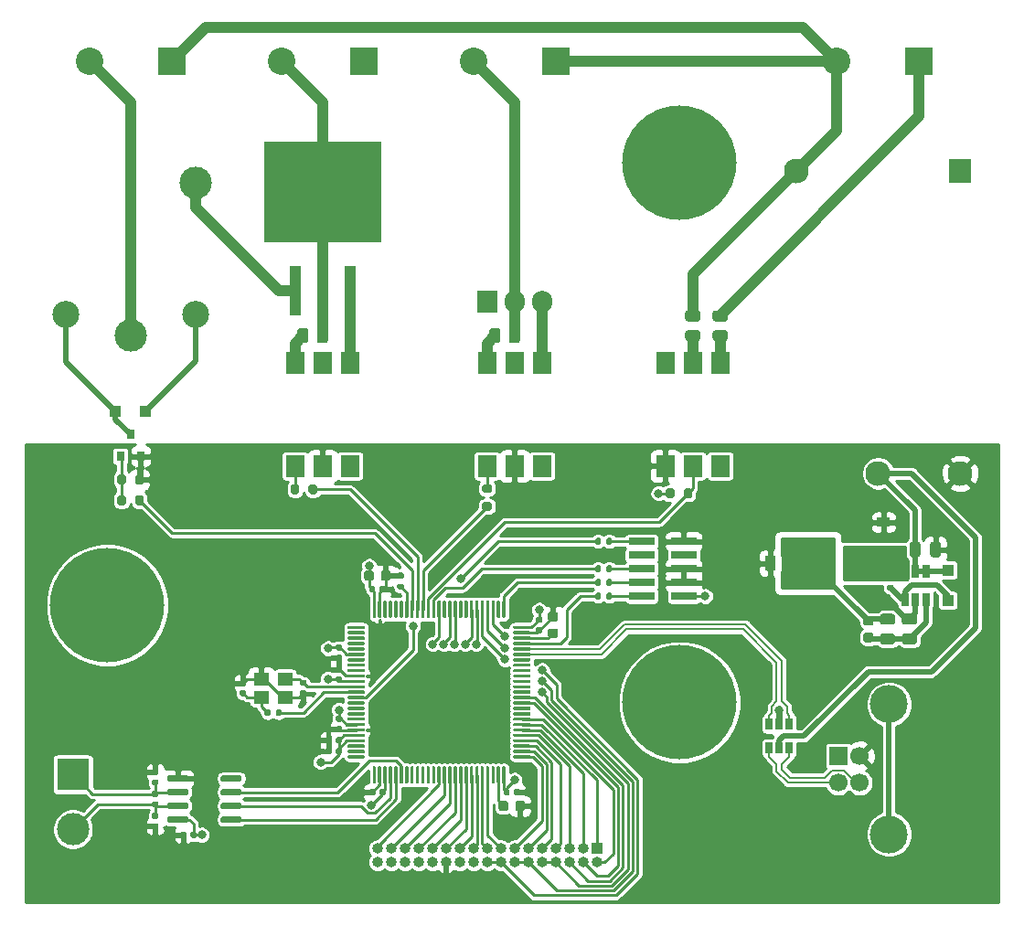
<source format=gbr>
%TF.GenerationSoftware,KiCad,Pcbnew,(5.1.7)-1*%
%TF.CreationDate,2021-04-04T08:26:08+02:00*%
%TF.ProjectId,Reflow_Ofen_V2,5265666c-6f77-45f4-9f66-656e5f56322e,rev?*%
%TF.SameCoordinates,Original*%
%TF.FileFunction,Copper,L1,Top*%
%TF.FilePolarity,Positive*%
%FSLAX46Y46*%
G04 Gerber Fmt 4.6, Leading zero omitted, Abs format (unit mm)*
G04 Created by KiCad (PCBNEW (5.1.7)-1) date 2021-04-04 08:26:08*
%MOMM*%
%LPD*%
G01*
G04 APERTURE LIST*
%TA.AperFunction,ComponentPad*%
%ADD10O,1.000000X1.000000*%
%TD*%
%TA.AperFunction,ComponentPad*%
%ADD11R,1.000000X1.000000*%
%TD*%
%TA.AperFunction,ComponentPad*%
%ADD12C,2.500000*%
%TD*%
%TA.AperFunction,ComponentPad*%
%ADD13C,3.000000*%
%TD*%
%TA.AperFunction,ComponentPad*%
%ADD14R,1.700000X1.700000*%
%TD*%
%TA.AperFunction,ComponentPad*%
%ADD15C,1.700000*%
%TD*%
%TA.AperFunction,ComponentPad*%
%ADD16C,3.500000*%
%TD*%
%TA.AperFunction,SMDPad,CuDef*%
%ADD17R,2.400000X0.740000*%
%TD*%
%TA.AperFunction,ComponentPad*%
%ADD18R,2.540000X2.540000*%
%TD*%
%TA.AperFunction,ComponentPad*%
%ADD19C,2.540000*%
%TD*%
%TA.AperFunction,SMDPad,CuDef*%
%ADD20R,1.100000X1.100000*%
%TD*%
%TA.AperFunction,SMDPad,CuDef*%
%ADD21R,1.200000X0.900000*%
%TD*%
%TA.AperFunction,ComponentPad*%
%ADD22R,1.905000X2.000000*%
%TD*%
%TA.AperFunction,ComponentPad*%
%ADD23O,1.905000X2.000000*%
%TD*%
%TA.AperFunction,SMDPad,CuDef*%
%ADD24R,1.100000X4.600000*%
%TD*%
%TA.AperFunction,SMDPad,CuDef*%
%ADD25R,10.800000X9.400000*%
%TD*%
%TA.AperFunction,SMDPad,CuDef*%
%ADD26R,0.650000X1.060000*%
%TD*%
%TA.AperFunction,ComponentPad*%
%ADD27C,10.600000*%
%TD*%
%TA.AperFunction,ComponentPad*%
%ADD28C,0.900000*%
%TD*%
%TA.AperFunction,SMDPad,CuDef*%
%ADD29R,1.900000X2.500000*%
%TD*%
%TA.AperFunction,ComponentPad*%
%ADD30C,2.300000*%
%TD*%
%TA.AperFunction,ComponentPad*%
%ADD31R,2.000000X2.300000*%
%TD*%
%TA.AperFunction,SMDPad,CuDef*%
%ADD32R,0.800000X0.900000*%
%TD*%
%TA.AperFunction,ComponentPad*%
%ADD33R,3.000000X3.000000*%
%TD*%
%TA.AperFunction,SMDPad,CuDef*%
%ADD34R,0.650000X1.220000*%
%TD*%
%TA.AperFunction,SMDPad,CuDef*%
%ADD35R,1.780000X2.000000*%
%TD*%
%TA.AperFunction,SMDPad,CuDef*%
%ADD36R,1.400000X1.200000*%
%TD*%
%TA.AperFunction,ViaPad*%
%ADD37C,0.800000*%
%TD*%
%TA.AperFunction,Conductor*%
%ADD38C,0.250000*%
%TD*%
%TA.AperFunction,Conductor*%
%ADD39C,0.500000*%
%TD*%
%TA.AperFunction,Conductor*%
%ADD40C,1.000000*%
%TD*%
%TA.AperFunction,Conductor*%
%ADD41C,0.203200*%
%TD*%
%TA.AperFunction,Conductor*%
%ADD42C,0.254000*%
%TD*%
%TA.AperFunction,Conductor*%
%ADD43C,0.100000*%
%TD*%
G04 APERTURE END LIST*
D10*
%TO.P,J1,34*%
%TO.N,/STMF415VGT6/MCU_D2*%
X80010000Y-114808000D03*
%TO.P,J1,33*%
%TO.N,/STMF415VGT6/MCU_D4*%
X80010000Y-113538000D03*
%TO.P,J1,32*%
%TO.N,/STMF415VGT6/MCU_D3*%
X81280000Y-114808000D03*
%TO.P,J1,31*%
%TO.N,/STMF415VGT6/MCU_D5*%
X81280000Y-113538000D03*
%TO.P,J1,30*%
%TO.N,/STMF415VGT6/MCU_NOE*%
X82550000Y-114808000D03*
%TO.P,J1,29*%
%TO.N,/STMF415VGT6/MCU_D6*%
X82550000Y-113538000D03*
%TO.P,J1,28*%
%TO.N,/STMF415VGT6/MCU_NWE*%
X83820000Y-114808000D03*
%TO.P,J1,27*%
%TO.N,/STMF415VGT6/MCU_D7*%
X83820000Y-113538000D03*
%TO.P,J1,26*%
%TO.N,/STMF415VGT6/MCU_NE1*%
X85090000Y-114808000D03*
%TO.P,J1,25*%
%TO.N,/STMF415VGT6/MCU_D8*%
X85090000Y-113538000D03*
%TO.P,J1,24*%
%TO.N,GND*%
X86360000Y-114808000D03*
%TO.P,J1,23*%
%TO.N,/STMF415VGT6/MCU_D9*%
X86360000Y-113538000D03*
%TO.P,J1,22*%
%TO.N,+3V3*%
X87630000Y-114808000D03*
%TO.P,J1,21*%
%TO.N,/STMF415VGT6/MCU_D10*%
X87630000Y-113538000D03*
%TO.P,J1,20*%
%TO.N,+5V*%
X88900000Y-114808000D03*
%TO.P,J1,19*%
%TO.N,/STMF415VGT6/MCU_D11*%
X88900000Y-113538000D03*
%TO.P,J1,18*%
%TO.N,/SPI3_SCLK*%
X90170000Y-114808000D03*
%TO.P,J1,17*%
%TO.N,/STMF415VGT6/MCU_D12*%
X90170000Y-113538000D03*
%TO.P,J1,16*%
%TO.N,/SPI3_SCLK*%
X91440000Y-114808000D03*
%TO.P,J1,15*%
%TO.N,/TOUCH_CS*%
X91440000Y-113538000D03*
%TO.P,J1,14*%
%TO.N,/SPI3_MISO*%
X92710000Y-114808000D03*
%TO.P,J1,13*%
%TO.N,/TOUCH_IRQ*%
X92710000Y-113538000D03*
%TO.P,J1,12*%
%TO.N,/SPI3_MISO*%
X93980000Y-114808000D03*
%TO.P,J1,11*%
%TO.N,/SD_CS*%
X93980000Y-113538000D03*
%TO.P,J1,10*%
%TO.N,/SPI3_MOSI*%
X95250000Y-114808000D03*
%TO.P,J1,9*%
%TO.N,/FLASH_CS*%
X95250000Y-113538000D03*
%TO.P,J1,8*%
%TO.N,/SPI3_MOSI*%
X96520000Y-114808000D03*
%TO.P,J1,7*%
%TO.N,/STMF415VGT6/MCU_TFT_RST*%
X96520000Y-113538000D03*
%TO.P,J1,6*%
%TO.N,/STMF415VGT6/MCU_D1*%
X97790000Y-114808000D03*
%TO.P,J1,5*%
%TO.N,/STMF415VGT6/MCU_D13*%
X97790000Y-113538000D03*
%TO.P,J1,4*%
%TO.N,/STMF415VGT6/MCU_D0*%
X99060000Y-114808000D03*
%TO.P,J1,3*%
%TO.N,/STMF415VGT6/MCU_D14*%
X99060000Y-113538000D03*
%TO.P,J1,2*%
%TO.N,/STMF415VGT6/MCU_A16*%
X100330000Y-114808000D03*
D11*
%TO.P,J1,1*%
%TO.N,/STMF415VGT6/MCU_D15*%
X100330000Y-113538000D03*
%TD*%
%TO.P,MCU1,1*%
%TO.N,N/C*%
%TA.AperFunction,SMDPad,CuDef*%
G36*
G01*
X77250000Y-93135000D02*
X77250000Y-92985000D01*
G75*
G02*
X77325000Y-92910000I75000J0D01*
G01*
X78775000Y-92910000D01*
G75*
G02*
X78850000Y-92985000I0J-75000D01*
G01*
X78850000Y-93135000D01*
G75*
G02*
X78775000Y-93210000I-75000J0D01*
G01*
X77325000Y-93210000D01*
G75*
G02*
X77250000Y-93135000I0J75000D01*
G01*
G37*
%TD.AperFunction*%
%TO.P,MCU1,2*%
%TA.AperFunction,SMDPad,CuDef*%
G36*
G01*
X77250000Y-93635000D02*
X77250000Y-93485000D01*
G75*
G02*
X77325000Y-93410000I75000J0D01*
G01*
X78775000Y-93410000D01*
G75*
G02*
X78850000Y-93485000I0J-75000D01*
G01*
X78850000Y-93635000D01*
G75*
G02*
X78775000Y-93710000I-75000J0D01*
G01*
X77325000Y-93710000D01*
G75*
G02*
X77250000Y-93635000I0J75000D01*
G01*
G37*
%TD.AperFunction*%
%TO.P,MCU1,3*%
%TA.AperFunction,SMDPad,CuDef*%
G36*
G01*
X77250000Y-94135000D02*
X77250000Y-93985000D01*
G75*
G02*
X77325000Y-93910000I75000J0D01*
G01*
X78775000Y-93910000D01*
G75*
G02*
X78850000Y-93985000I0J-75000D01*
G01*
X78850000Y-94135000D01*
G75*
G02*
X78775000Y-94210000I-75000J0D01*
G01*
X77325000Y-94210000D01*
G75*
G02*
X77250000Y-94135000I0J75000D01*
G01*
G37*
%TD.AperFunction*%
%TO.P,MCU1,4*%
%TA.AperFunction,SMDPad,CuDef*%
G36*
G01*
X77250000Y-94635000D02*
X77250000Y-94485000D01*
G75*
G02*
X77325000Y-94410000I75000J0D01*
G01*
X78775000Y-94410000D01*
G75*
G02*
X78850000Y-94485000I0J-75000D01*
G01*
X78850000Y-94635000D01*
G75*
G02*
X78775000Y-94710000I-75000J0D01*
G01*
X77325000Y-94710000D01*
G75*
G02*
X77250000Y-94635000I0J75000D01*
G01*
G37*
%TD.AperFunction*%
%TO.P,MCU1,5*%
%TA.AperFunction,SMDPad,CuDef*%
G36*
G01*
X77250000Y-95135000D02*
X77250000Y-94985000D01*
G75*
G02*
X77325000Y-94910000I75000J0D01*
G01*
X78775000Y-94910000D01*
G75*
G02*
X78850000Y-94985000I0J-75000D01*
G01*
X78850000Y-95135000D01*
G75*
G02*
X78775000Y-95210000I-75000J0D01*
G01*
X77325000Y-95210000D01*
G75*
G02*
X77250000Y-95135000I0J75000D01*
G01*
G37*
%TD.AperFunction*%
%TO.P,MCU1,6*%
%TO.N,+3V3*%
%TA.AperFunction,SMDPad,CuDef*%
G36*
G01*
X77250000Y-95635000D02*
X77250000Y-95485000D01*
G75*
G02*
X77325000Y-95410000I75000J0D01*
G01*
X78775000Y-95410000D01*
G75*
G02*
X78850000Y-95485000I0J-75000D01*
G01*
X78850000Y-95635000D01*
G75*
G02*
X78775000Y-95710000I-75000J0D01*
G01*
X77325000Y-95710000D01*
G75*
G02*
X77250000Y-95635000I0J75000D01*
G01*
G37*
%TD.AperFunction*%
%TO.P,MCU1,7*%
%TO.N,N/C*%
%TA.AperFunction,SMDPad,CuDef*%
G36*
G01*
X77250000Y-96135000D02*
X77250000Y-95985000D01*
G75*
G02*
X77325000Y-95910000I75000J0D01*
G01*
X78775000Y-95910000D01*
G75*
G02*
X78850000Y-95985000I0J-75000D01*
G01*
X78850000Y-96135000D01*
G75*
G02*
X78775000Y-96210000I-75000J0D01*
G01*
X77325000Y-96210000D01*
G75*
G02*
X77250000Y-96135000I0J75000D01*
G01*
G37*
%TD.AperFunction*%
%TO.P,MCU1,8*%
%TA.AperFunction,SMDPad,CuDef*%
G36*
G01*
X77250000Y-96635000D02*
X77250000Y-96485000D01*
G75*
G02*
X77325000Y-96410000I75000J0D01*
G01*
X78775000Y-96410000D01*
G75*
G02*
X78850000Y-96485000I0J-75000D01*
G01*
X78850000Y-96635000D01*
G75*
G02*
X78775000Y-96710000I-75000J0D01*
G01*
X77325000Y-96710000D01*
G75*
G02*
X77250000Y-96635000I0J75000D01*
G01*
G37*
%TD.AperFunction*%
%TO.P,MCU1,9*%
%TA.AperFunction,SMDPad,CuDef*%
G36*
G01*
X77250000Y-97135000D02*
X77250000Y-96985000D01*
G75*
G02*
X77325000Y-96910000I75000J0D01*
G01*
X78775000Y-96910000D01*
G75*
G02*
X78850000Y-96985000I0J-75000D01*
G01*
X78850000Y-97135000D01*
G75*
G02*
X78775000Y-97210000I-75000J0D01*
G01*
X77325000Y-97210000D01*
G75*
G02*
X77250000Y-97135000I0J75000D01*
G01*
G37*
%TD.AperFunction*%
%TO.P,MCU1,10*%
%TO.N,GND*%
%TA.AperFunction,SMDPad,CuDef*%
G36*
G01*
X77250000Y-97635000D02*
X77250000Y-97485000D01*
G75*
G02*
X77325000Y-97410000I75000J0D01*
G01*
X78775000Y-97410000D01*
G75*
G02*
X78850000Y-97485000I0J-75000D01*
G01*
X78850000Y-97635000D01*
G75*
G02*
X78775000Y-97710000I-75000J0D01*
G01*
X77325000Y-97710000D01*
G75*
G02*
X77250000Y-97635000I0J75000D01*
G01*
G37*
%TD.AperFunction*%
%TO.P,MCU1,11*%
%TO.N,+3V3*%
%TA.AperFunction,SMDPad,CuDef*%
G36*
G01*
X77250000Y-98135000D02*
X77250000Y-97985000D01*
G75*
G02*
X77325000Y-97910000I75000J0D01*
G01*
X78775000Y-97910000D01*
G75*
G02*
X78850000Y-97985000I0J-75000D01*
G01*
X78850000Y-98135000D01*
G75*
G02*
X78775000Y-98210000I-75000J0D01*
G01*
X77325000Y-98210000D01*
G75*
G02*
X77250000Y-98135000I0J75000D01*
G01*
G37*
%TD.AperFunction*%
%TO.P,MCU1,12*%
%TO.N,/STMF415VGT6/OSC_IN*%
%TA.AperFunction,SMDPad,CuDef*%
G36*
G01*
X77250000Y-98635000D02*
X77250000Y-98485000D01*
G75*
G02*
X77325000Y-98410000I75000J0D01*
G01*
X78775000Y-98410000D01*
G75*
G02*
X78850000Y-98485000I0J-75000D01*
G01*
X78850000Y-98635000D01*
G75*
G02*
X78775000Y-98710000I-75000J0D01*
G01*
X77325000Y-98710000D01*
G75*
G02*
X77250000Y-98635000I0J75000D01*
G01*
G37*
%TD.AperFunction*%
%TO.P,MCU1,13*%
%TO.N,/STMF415VGT6/OSC_OUT*%
%TA.AperFunction,SMDPad,CuDef*%
G36*
G01*
X77250000Y-99135000D02*
X77250000Y-98985000D01*
G75*
G02*
X77325000Y-98910000I75000J0D01*
G01*
X78775000Y-98910000D01*
G75*
G02*
X78850000Y-98985000I0J-75000D01*
G01*
X78850000Y-99135000D01*
G75*
G02*
X78775000Y-99210000I-75000J0D01*
G01*
X77325000Y-99210000D01*
G75*
G02*
X77250000Y-99135000I0J75000D01*
G01*
G37*
%TD.AperFunction*%
%TO.P,MCU1,14*%
%TO.N,/Connectors/CONN_NRST*%
%TA.AperFunction,SMDPad,CuDef*%
G36*
G01*
X77250000Y-99635000D02*
X77250000Y-99485000D01*
G75*
G02*
X77325000Y-99410000I75000J0D01*
G01*
X78775000Y-99410000D01*
G75*
G02*
X78850000Y-99485000I0J-75000D01*
G01*
X78850000Y-99635000D01*
G75*
G02*
X78775000Y-99710000I-75000J0D01*
G01*
X77325000Y-99710000D01*
G75*
G02*
X77250000Y-99635000I0J75000D01*
G01*
G37*
%TD.AperFunction*%
%TO.P,MCU1,15*%
%TO.N,N/C*%
%TA.AperFunction,SMDPad,CuDef*%
G36*
G01*
X77250000Y-100135000D02*
X77250000Y-99985000D01*
G75*
G02*
X77325000Y-99910000I75000J0D01*
G01*
X78775000Y-99910000D01*
G75*
G02*
X78850000Y-99985000I0J-75000D01*
G01*
X78850000Y-100135000D01*
G75*
G02*
X78775000Y-100210000I-75000J0D01*
G01*
X77325000Y-100210000D01*
G75*
G02*
X77250000Y-100135000I0J75000D01*
G01*
G37*
%TD.AperFunction*%
%TO.P,MCU1,16*%
%TA.AperFunction,SMDPad,CuDef*%
G36*
G01*
X77250000Y-100635000D02*
X77250000Y-100485000D01*
G75*
G02*
X77325000Y-100410000I75000J0D01*
G01*
X78775000Y-100410000D01*
G75*
G02*
X78850000Y-100485000I0J-75000D01*
G01*
X78850000Y-100635000D01*
G75*
G02*
X78775000Y-100710000I-75000J0D01*
G01*
X77325000Y-100710000D01*
G75*
G02*
X77250000Y-100635000I0J75000D01*
G01*
G37*
%TD.AperFunction*%
%TO.P,MCU1,17*%
%TA.AperFunction,SMDPad,CuDef*%
G36*
G01*
X77250000Y-101135000D02*
X77250000Y-100985000D01*
G75*
G02*
X77325000Y-100910000I75000J0D01*
G01*
X78775000Y-100910000D01*
G75*
G02*
X78850000Y-100985000I0J-75000D01*
G01*
X78850000Y-101135000D01*
G75*
G02*
X78775000Y-101210000I-75000J0D01*
G01*
X77325000Y-101210000D01*
G75*
G02*
X77250000Y-101135000I0J75000D01*
G01*
G37*
%TD.AperFunction*%
%TO.P,MCU1,18*%
%TA.AperFunction,SMDPad,CuDef*%
G36*
G01*
X77250000Y-101635000D02*
X77250000Y-101485000D01*
G75*
G02*
X77325000Y-101410000I75000J0D01*
G01*
X78775000Y-101410000D01*
G75*
G02*
X78850000Y-101485000I0J-75000D01*
G01*
X78850000Y-101635000D01*
G75*
G02*
X78775000Y-101710000I-75000J0D01*
G01*
X77325000Y-101710000D01*
G75*
G02*
X77250000Y-101635000I0J75000D01*
G01*
G37*
%TD.AperFunction*%
%TO.P,MCU1,19*%
%TO.N,+3V3*%
%TA.AperFunction,SMDPad,CuDef*%
G36*
G01*
X77250000Y-102135000D02*
X77250000Y-101985000D01*
G75*
G02*
X77325000Y-101910000I75000J0D01*
G01*
X78775000Y-101910000D01*
G75*
G02*
X78850000Y-101985000I0J-75000D01*
G01*
X78850000Y-102135000D01*
G75*
G02*
X78775000Y-102210000I-75000J0D01*
G01*
X77325000Y-102210000D01*
G75*
G02*
X77250000Y-102135000I0J75000D01*
G01*
G37*
%TD.AperFunction*%
%TO.P,MCU1,20*%
%TO.N,GND*%
%TA.AperFunction,SMDPad,CuDef*%
G36*
G01*
X77250000Y-102635000D02*
X77250000Y-102485000D01*
G75*
G02*
X77325000Y-102410000I75000J0D01*
G01*
X78775000Y-102410000D01*
G75*
G02*
X78850000Y-102485000I0J-75000D01*
G01*
X78850000Y-102635000D01*
G75*
G02*
X78775000Y-102710000I-75000J0D01*
G01*
X77325000Y-102710000D01*
G75*
G02*
X77250000Y-102635000I0J75000D01*
G01*
G37*
%TD.AperFunction*%
%TO.P,MCU1,21*%
%TO.N,+3V3*%
%TA.AperFunction,SMDPad,CuDef*%
G36*
G01*
X77250000Y-103135000D02*
X77250000Y-102985000D01*
G75*
G02*
X77325000Y-102910000I75000J0D01*
G01*
X78775000Y-102910000D01*
G75*
G02*
X78850000Y-102985000I0J-75000D01*
G01*
X78850000Y-103135000D01*
G75*
G02*
X78775000Y-103210000I-75000J0D01*
G01*
X77325000Y-103210000D01*
G75*
G02*
X77250000Y-103135000I0J75000D01*
G01*
G37*
%TD.AperFunction*%
%TO.P,MCU1,22*%
%TA.AperFunction,SMDPad,CuDef*%
G36*
G01*
X77250000Y-103635000D02*
X77250000Y-103485000D01*
G75*
G02*
X77325000Y-103410000I75000J0D01*
G01*
X78775000Y-103410000D01*
G75*
G02*
X78850000Y-103485000I0J-75000D01*
G01*
X78850000Y-103635000D01*
G75*
G02*
X78775000Y-103710000I-75000J0D01*
G01*
X77325000Y-103710000D01*
G75*
G02*
X77250000Y-103635000I0J75000D01*
G01*
G37*
%TD.AperFunction*%
%TO.P,MCU1,23*%
%TO.N,N/C*%
%TA.AperFunction,SMDPad,CuDef*%
G36*
G01*
X77250000Y-104135000D02*
X77250000Y-103985000D01*
G75*
G02*
X77325000Y-103910000I75000J0D01*
G01*
X78775000Y-103910000D01*
G75*
G02*
X78850000Y-103985000I0J-75000D01*
G01*
X78850000Y-104135000D01*
G75*
G02*
X78775000Y-104210000I-75000J0D01*
G01*
X77325000Y-104210000D01*
G75*
G02*
X77250000Y-104135000I0J75000D01*
G01*
G37*
%TD.AperFunction*%
%TO.P,MCU1,24*%
%TA.AperFunction,SMDPad,CuDef*%
G36*
G01*
X77250000Y-104635000D02*
X77250000Y-104485000D01*
G75*
G02*
X77325000Y-104410000I75000J0D01*
G01*
X78775000Y-104410000D01*
G75*
G02*
X78850000Y-104485000I0J-75000D01*
G01*
X78850000Y-104635000D01*
G75*
G02*
X78775000Y-104710000I-75000J0D01*
G01*
X77325000Y-104710000D01*
G75*
G02*
X77250000Y-104635000I0J75000D01*
G01*
G37*
%TD.AperFunction*%
%TO.P,MCU1,25*%
%TA.AperFunction,SMDPad,CuDef*%
G36*
G01*
X77250000Y-105135000D02*
X77250000Y-104985000D01*
G75*
G02*
X77325000Y-104910000I75000J0D01*
G01*
X78775000Y-104910000D01*
G75*
G02*
X78850000Y-104985000I0J-75000D01*
G01*
X78850000Y-105135000D01*
G75*
G02*
X78775000Y-105210000I-75000J0D01*
G01*
X77325000Y-105210000D01*
G75*
G02*
X77250000Y-105135000I0J75000D01*
G01*
G37*
%TD.AperFunction*%
%TO.P,MCU1,26*%
%TA.AperFunction,SMDPad,CuDef*%
G36*
G01*
X79575000Y-107460000D02*
X79575000Y-106010000D01*
G75*
G02*
X79650000Y-105935000I75000J0D01*
G01*
X79800000Y-105935000D01*
G75*
G02*
X79875000Y-106010000I0J-75000D01*
G01*
X79875000Y-107460000D01*
G75*
G02*
X79800000Y-107535000I-75000J0D01*
G01*
X79650000Y-107535000D01*
G75*
G02*
X79575000Y-107460000I0J75000D01*
G01*
G37*
%TD.AperFunction*%
%TO.P,MCU1,27*%
%TO.N,GND*%
%TA.AperFunction,SMDPad,CuDef*%
G36*
G01*
X80075000Y-107460000D02*
X80075000Y-106010000D01*
G75*
G02*
X80150000Y-105935000I75000J0D01*
G01*
X80300000Y-105935000D01*
G75*
G02*
X80375000Y-106010000I0J-75000D01*
G01*
X80375000Y-107460000D01*
G75*
G02*
X80300000Y-107535000I-75000J0D01*
G01*
X80150000Y-107535000D01*
G75*
G02*
X80075000Y-107460000I0J75000D01*
G01*
G37*
%TD.AperFunction*%
%TO.P,MCU1,28*%
%TO.N,+3V3*%
%TA.AperFunction,SMDPad,CuDef*%
G36*
G01*
X80575000Y-107460000D02*
X80575000Y-106010000D01*
G75*
G02*
X80650000Y-105935000I75000J0D01*
G01*
X80800000Y-105935000D01*
G75*
G02*
X80875000Y-106010000I0J-75000D01*
G01*
X80875000Y-107460000D01*
G75*
G02*
X80800000Y-107535000I-75000J0D01*
G01*
X80650000Y-107535000D01*
G75*
G02*
X80575000Y-107460000I0J75000D01*
G01*
G37*
%TD.AperFunction*%
%TO.P,MCU1,29*%
%TO.N,/STMF415VGT6/MCU_TEMP_CS*%
%TA.AperFunction,SMDPad,CuDef*%
G36*
G01*
X81075000Y-107460000D02*
X81075000Y-106010000D01*
G75*
G02*
X81150000Y-105935000I75000J0D01*
G01*
X81300000Y-105935000D01*
G75*
G02*
X81375000Y-106010000I0J-75000D01*
G01*
X81375000Y-107460000D01*
G75*
G02*
X81300000Y-107535000I-75000J0D01*
G01*
X81150000Y-107535000D01*
G75*
G02*
X81075000Y-107460000I0J75000D01*
G01*
G37*
%TD.AperFunction*%
%TO.P,MCU1,30*%
%TO.N,/STMF415VGT6/MCU_SPI1_SCLK*%
%TA.AperFunction,SMDPad,CuDef*%
G36*
G01*
X81575000Y-107460000D02*
X81575000Y-106010000D01*
G75*
G02*
X81650000Y-105935000I75000J0D01*
G01*
X81800000Y-105935000D01*
G75*
G02*
X81875000Y-106010000I0J-75000D01*
G01*
X81875000Y-107460000D01*
G75*
G02*
X81800000Y-107535000I-75000J0D01*
G01*
X81650000Y-107535000D01*
G75*
G02*
X81575000Y-107460000I0J75000D01*
G01*
G37*
%TD.AperFunction*%
%TO.P,MCU1,31*%
%TO.N,/STMF415VGT6/MCU_SPI1_MISO*%
%TA.AperFunction,SMDPad,CuDef*%
G36*
G01*
X82075000Y-107460000D02*
X82075000Y-106010000D01*
G75*
G02*
X82150000Y-105935000I75000J0D01*
G01*
X82300000Y-105935000D01*
G75*
G02*
X82375000Y-106010000I0J-75000D01*
G01*
X82375000Y-107460000D01*
G75*
G02*
X82300000Y-107535000I-75000J0D01*
G01*
X82150000Y-107535000D01*
G75*
G02*
X82075000Y-107460000I0J75000D01*
G01*
G37*
%TD.AperFunction*%
%TO.P,MCU1,32*%
%TO.N,N/C*%
%TA.AperFunction,SMDPad,CuDef*%
G36*
G01*
X82575000Y-107460000D02*
X82575000Y-106010000D01*
G75*
G02*
X82650000Y-105935000I75000J0D01*
G01*
X82800000Y-105935000D01*
G75*
G02*
X82875000Y-106010000I0J-75000D01*
G01*
X82875000Y-107460000D01*
G75*
G02*
X82800000Y-107535000I-75000J0D01*
G01*
X82650000Y-107535000D01*
G75*
G02*
X82575000Y-107460000I0J75000D01*
G01*
G37*
%TD.AperFunction*%
%TO.P,MCU1,33*%
%TA.AperFunction,SMDPad,CuDef*%
G36*
G01*
X83075000Y-107460000D02*
X83075000Y-106010000D01*
G75*
G02*
X83150000Y-105935000I75000J0D01*
G01*
X83300000Y-105935000D01*
G75*
G02*
X83375000Y-106010000I0J-75000D01*
G01*
X83375000Y-107460000D01*
G75*
G02*
X83300000Y-107535000I-75000J0D01*
G01*
X83150000Y-107535000D01*
G75*
G02*
X83075000Y-107460000I0J75000D01*
G01*
G37*
%TD.AperFunction*%
%TO.P,MCU1,34*%
%TA.AperFunction,SMDPad,CuDef*%
G36*
G01*
X83575000Y-107460000D02*
X83575000Y-106010000D01*
G75*
G02*
X83650000Y-105935000I75000J0D01*
G01*
X83800000Y-105935000D01*
G75*
G02*
X83875000Y-106010000I0J-75000D01*
G01*
X83875000Y-107460000D01*
G75*
G02*
X83800000Y-107535000I-75000J0D01*
G01*
X83650000Y-107535000D01*
G75*
G02*
X83575000Y-107460000I0J75000D01*
G01*
G37*
%TD.AperFunction*%
%TO.P,MCU1,35*%
%TA.AperFunction,SMDPad,CuDef*%
G36*
G01*
X84075000Y-107460000D02*
X84075000Y-106010000D01*
G75*
G02*
X84150000Y-105935000I75000J0D01*
G01*
X84300000Y-105935000D01*
G75*
G02*
X84375000Y-106010000I0J-75000D01*
G01*
X84375000Y-107460000D01*
G75*
G02*
X84300000Y-107535000I-75000J0D01*
G01*
X84150000Y-107535000D01*
G75*
G02*
X84075000Y-107460000I0J75000D01*
G01*
G37*
%TD.AperFunction*%
%TO.P,MCU1,36*%
%TA.AperFunction,SMDPad,CuDef*%
G36*
G01*
X84575000Y-107460000D02*
X84575000Y-106010000D01*
G75*
G02*
X84650000Y-105935000I75000J0D01*
G01*
X84800000Y-105935000D01*
G75*
G02*
X84875000Y-106010000I0J-75000D01*
G01*
X84875000Y-107460000D01*
G75*
G02*
X84800000Y-107535000I-75000J0D01*
G01*
X84650000Y-107535000D01*
G75*
G02*
X84575000Y-107460000I0J75000D01*
G01*
G37*
%TD.AperFunction*%
%TO.P,MCU1,37*%
%TA.AperFunction,SMDPad,CuDef*%
G36*
G01*
X85075000Y-107460000D02*
X85075000Y-106010000D01*
G75*
G02*
X85150000Y-105935000I75000J0D01*
G01*
X85300000Y-105935000D01*
G75*
G02*
X85375000Y-106010000I0J-75000D01*
G01*
X85375000Y-107460000D01*
G75*
G02*
X85300000Y-107535000I-75000J0D01*
G01*
X85150000Y-107535000D01*
G75*
G02*
X85075000Y-107460000I0J75000D01*
G01*
G37*
%TD.AperFunction*%
%TO.P,MCU1,38*%
%TO.N,/STMF415VGT6/MCU_D4*%
%TA.AperFunction,SMDPad,CuDef*%
G36*
G01*
X85575000Y-107460000D02*
X85575000Y-106010000D01*
G75*
G02*
X85650000Y-105935000I75000J0D01*
G01*
X85800000Y-105935000D01*
G75*
G02*
X85875000Y-106010000I0J-75000D01*
G01*
X85875000Y-107460000D01*
G75*
G02*
X85800000Y-107535000I-75000J0D01*
G01*
X85650000Y-107535000D01*
G75*
G02*
X85575000Y-107460000I0J75000D01*
G01*
G37*
%TD.AperFunction*%
%TO.P,MCU1,39*%
%TO.N,/STMF415VGT6/MCU_D5*%
%TA.AperFunction,SMDPad,CuDef*%
G36*
G01*
X86075000Y-107460000D02*
X86075000Y-106010000D01*
G75*
G02*
X86150000Y-105935000I75000J0D01*
G01*
X86300000Y-105935000D01*
G75*
G02*
X86375000Y-106010000I0J-75000D01*
G01*
X86375000Y-107460000D01*
G75*
G02*
X86300000Y-107535000I-75000J0D01*
G01*
X86150000Y-107535000D01*
G75*
G02*
X86075000Y-107460000I0J75000D01*
G01*
G37*
%TD.AperFunction*%
%TO.P,MCU1,40*%
%TO.N,/STMF415VGT6/MCU_D6*%
%TA.AperFunction,SMDPad,CuDef*%
G36*
G01*
X86575000Y-107460000D02*
X86575000Y-106010000D01*
G75*
G02*
X86650000Y-105935000I75000J0D01*
G01*
X86800000Y-105935000D01*
G75*
G02*
X86875000Y-106010000I0J-75000D01*
G01*
X86875000Y-107460000D01*
G75*
G02*
X86800000Y-107535000I-75000J0D01*
G01*
X86650000Y-107535000D01*
G75*
G02*
X86575000Y-107460000I0J75000D01*
G01*
G37*
%TD.AperFunction*%
%TO.P,MCU1,41*%
%TO.N,/STMF415VGT6/MCU_D7*%
%TA.AperFunction,SMDPad,CuDef*%
G36*
G01*
X87075000Y-107460000D02*
X87075000Y-106010000D01*
G75*
G02*
X87150000Y-105935000I75000J0D01*
G01*
X87300000Y-105935000D01*
G75*
G02*
X87375000Y-106010000I0J-75000D01*
G01*
X87375000Y-107460000D01*
G75*
G02*
X87300000Y-107535000I-75000J0D01*
G01*
X87150000Y-107535000D01*
G75*
G02*
X87075000Y-107460000I0J75000D01*
G01*
G37*
%TD.AperFunction*%
%TO.P,MCU1,42*%
%TO.N,/STMF415VGT6/MCU_D8*%
%TA.AperFunction,SMDPad,CuDef*%
G36*
G01*
X87575000Y-107460000D02*
X87575000Y-106010000D01*
G75*
G02*
X87650000Y-105935000I75000J0D01*
G01*
X87800000Y-105935000D01*
G75*
G02*
X87875000Y-106010000I0J-75000D01*
G01*
X87875000Y-107460000D01*
G75*
G02*
X87800000Y-107535000I-75000J0D01*
G01*
X87650000Y-107535000D01*
G75*
G02*
X87575000Y-107460000I0J75000D01*
G01*
G37*
%TD.AperFunction*%
%TO.P,MCU1,43*%
%TO.N,/STMF415VGT6/MCU_D9*%
%TA.AperFunction,SMDPad,CuDef*%
G36*
G01*
X88075000Y-107460000D02*
X88075000Y-106010000D01*
G75*
G02*
X88150000Y-105935000I75000J0D01*
G01*
X88300000Y-105935000D01*
G75*
G02*
X88375000Y-106010000I0J-75000D01*
G01*
X88375000Y-107460000D01*
G75*
G02*
X88300000Y-107535000I-75000J0D01*
G01*
X88150000Y-107535000D01*
G75*
G02*
X88075000Y-107460000I0J75000D01*
G01*
G37*
%TD.AperFunction*%
%TO.P,MCU1,44*%
%TO.N,/STMF415VGT6/MCU_D10*%
%TA.AperFunction,SMDPad,CuDef*%
G36*
G01*
X88575000Y-107460000D02*
X88575000Y-106010000D01*
G75*
G02*
X88650000Y-105935000I75000J0D01*
G01*
X88800000Y-105935000D01*
G75*
G02*
X88875000Y-106010000I0J-75000D01*
G01*
X88875000Y-107460000D01*
G75*
G02*
X88800000Y-107535000I-75000J0D01*
G01*
X88650000Y-107535000D01*
G75*
G02*
X88575000Y-107460000I0J75000D01*
G01*
G37*
%TD.AperFunction*%
%TO.P,MCU1,45*%
%TO.N,/STMF415VGT6/MCU_D11*%
%TA.AperFunction,SMDPad,CuDef*%
G36*
G01*
X89075000Y-107460000D02*
X89075000Y-106010000D01*
G75*
G02*
X89150000Y-105935000I75000J0D01*
G01*
X89300000Y-105935000D01*
G75*
G02*
X89375000Y-106010000I0J-75000D01*
G01*
X89375000Y-107460000D01*
G75*
G02*
X89300000Y-107535000I-75000J0D01*
G01*
X89150000Y-107535000D01*
G75*
G02*
X89075000Y-107460000I0J75000D01*
G01*
G37*
%TD.AperFunction*%
%TO.P,MCU1,46*%
%TO.N,/STMF415VGT6/MCU_D12*%
%TA.AperFunction,SMDPad,CuDef*%
G36*
G01*
X89575000Y-107460000D02*
X89575000Y-106010000D01*
G75*
G02*
X89650000Y-105935000I75000J0D01*
G01*
X89800000Y-105935000D01*
G75*
G02*
X89875000Y-106010000I0J-75000D01*
G01*
X89875000Y-107460000D01*
G75*
G02*
X89800000Y-107535000I-75000J0D01*
G01*
X89650000Y-107535000D01*
G75*
G02*
X89575000Y-107460000I0J75000D01*
G01*
G37*
%TD.AperFunction*%
%TO.P,MCU1,47*%
%TO.N,/TOUCH_CS*%
%TA.AperFunction,SMDPad,CuDef*%
G36*
G01*
X90075000Y-107460000D02*
X90075000Y-106010000D01*
G75*
G02*
X90150000Y-105935000I75000J0D01*
G01*
X90300000Y-105935000D01*
G75*
G02*
X90375000Y-106010000I0J-75000D01*
G01*
X90375000Y-107460000D01*
G75*
G02*
X90300000Y-107535000I-75000J0D01*
G01*
X90150000Y-107535000D01*
G75*
G02*
X90075000Y-107460000I0J75000D01*
G01*
G37*
%TD.AperFunction*%
%TO.P,MCU1,48*%
%TO.N,N/C*%
%TA.AperFunction,SMDPad,CuDef*%
G36*
G01*
X90575000Y-107460000D02*
X90575000Y-106010000D01*
G75*
G02*
X90650000Y-105935000I75000J0D01*
G01*
X90800000Y-105935000D01*
G75*
G02*
X90875000Y-106010000I0J-75000D01*
G01*
X90875000Y-107460000D01*
G75*
G02*
X90800000Y-107535000I-75000J0D01*
G01*
X90650000Y-107535000D01*
G75*
G02*
X90575000Y-107460000I0J75000D01*
G01*
G37*
%TD.AperFunction*%
%TO.P,MCU1,49*%
%TO.N,/STMF415VGT6/VCAP_1*%
%TA.AperFunction,SMDPad,CuDef*%
G36*
G01*
X91075000Y-107460000D02*
X91075000Y-106010000D01*
G75*
G02*
X91150000Y-105935000I75000J0D01*
G01*
X91300000Y-105935000D01*
G75*
G02*
X91375000Y-106010000I0J-75000D01*
G01*
X91375000Y-107460000D01*
G75*
G02*
X91300000Y-107535000I-75000J0D01*
G01*
X91150000Y-107535000D01*
G75*
G02*
X91075000Y-107460000I0J75000D01*
G01*
G37*
%TD.AperFunction*%
%TO.P,MCU1,50*%
%TO.N,+3V3*%
%TA.AperFunction,SMDPad,CuDef*%
G36*
G01*
X91575000Y-107460000D02*
X91575000Y-106010000D01*
G75*
G02*
X91650000Y-105935000I75000J0D01*
G01*
X91800000Y-105935000D01*
G75*
G02*
X91875000Y-106010000I0J-75000D01*
G01*
X91875000Y-107460000D01*
G75*
G02*
X91800000Y-107535000I-75000J0D01*
G01*
X91650000Y-107535000D01*
G75*
G02*
X91575000Y-107460000I0J75000D01*
G01*
G37*
%TD.AperFunction*%
%TO.P,MCU1,51*%
%TO.N,/TOUCH_IRQ*%
%TA.AperFunction,SMDPad,CuDef*%
G36*
G01*
X92600000Y-105135000D02*
X92600000Y-104985000D01*
G75*
G02*
X92675000Y-104910000I75000J0D01*
G01*
X94125000Y-104910000D01*
G75*
G02*
X94200000Y-104985000I0J-75000D01*
G01*
X94200000Y-105135000D01*
G75*
G02*
X94125000Y-105210000I-75000J0D01*
G01*
X92675000Y-105210000D01*
G75*
G02*
X92600000Y-105135000I0J75000D01*
G01*
G37*
%TD.AperFunction*%
%TO.P,MCU1,52*%
%TO.N,/SD_CS*%
%TA.AperFunction,SMDPad,CuDef*%
G36*
G01*
X92600000Y-104635000D02*
X92600000Y-104485000D01*
G75*
G02*
X92675000Y-104410000I75000J0D01*
G01*
X94125000Y-104410000D01*
G75*
G02*
X94200000Y-104485000I0J-75000D01*
G01*
X94200000Y-104635000D01*
G75*
G02*
X94125000Y-104710000I-75000J0D01*
G01*
X92675000Y-104710000D01*
G75*
G02*
X92600000Y-104635000I0J75000D01*
G01*
G37*
%TD.AperFunction*%
%TO.P,MCU1,53*%
%TO.N,/FLASH_CS*%
%TA.AperFunction,SMDPad,CuDef*%
G36*
G01*
X92600000Y-104135000D02*
X92600000Y-103985000D01*
G75*
G02*
X92675000Y-103910000I75000J0D01*
G01*
X94125000Y-103910000D01*
G75*
G02*
X94200000Y-103985000I0J-75000D01*
G01*
X94200000Y-104135000D01*
G75*
G02*
X94125000Y-104210000I-75000J0D01*
G01*
X92675000Y-104210000D01*
G75*
G02*
X92600000Y-104135000I0J75000D01*
G01*
G37*
%TD.AperFunction*%
%TO.P,MCU1,54*%
%TO.N,/STMF415VGT6/MCU_TFT_RST*%
%TA.AperFunction,SMDPad,CuDef*%
G36*
G01*
X92600000Y-103635000D02*
X92600000Y-103485000D01*
G75*
G02*
X92675000Y-103410000I75000J0D01*
G01*
X94125000Y-103410000D01*
G75*
G02*
X94200000Y-103485000I0J-75000D01*
G01*
X94200000Y-103635000D01*
G75*
G02*
X94125000Y-103710000I-75000J0D01*
G01*
X92675000Y-103710000D01*
G75*
G02*
X92600000Y-103635000I0J75000D01*
G01*
G37*
%TD.AperFunction*%
%TO.P,MCU1,55*%
%TO.N,/STMF415VGT6/MCU_D13*%
%TA.AperFunction,SMDPad,CuDef*%
G36*
G01*
X92600000Y-103135000D02*
X92600000Y-102985000D01*
G75*
G02*
X92675000Y-102910000I75000J0D01*
G01*
X94125000Y-102910000D01*
G75*
G02*
X94200000Y-102985000I0J-75000D01*
G01*
X94200000Y-103135000D01*
G75*
G02*
X94125000Y-103210000I-75000J0D01*
G01*
X92675000Y-103210000D01*
G75*
G02*
X92600000Y-103135000I0J75000D01*
G01*
G37*
%TD.AperFunction*%
%TO.P,MCU1,56*%
%TO.N,/STMF415VGT6/MCU_D14*%
%TA.AperFunction,SMDPad,CuDef*%
G36*
G01*
X92600000Y-102635000D02*
X92600000Y-102485000D01*
G75*
G02*
X92675000Y-102410000I75000J0D01*
G01*
X94125000Y-102410000D01*
G75*
G02*
X94200000Y-102485000I0J-75000D01*
G01*
X94200000Y-102635000D01*
G75*
G02*
X94125000Y-102710000I-75000J0D01*
G01*
X92675000Y-102710000D01*
G75*
G02*
X92600000Y-102635000I0J75000D01*
G01*
G37*
%TD.AperFunction*%
%TO.P,MCU1,57*%
%TO.N,/STMF415VGT6/MCU_D15*%
%TA.AperFunction,SMDPad,CuDef*%
G36*
G01*
X92600000Y-102135000D02*
X92600000Y-101985000D01*
G75*
G02*
X92675000Y-101910000I75000J0D01*
G01*
X94125000Y-101910000D01*
G75*
G02*
X94200000Y-101985000I0J-75000D01*
G01*
X94200000Y-102135000D01*
G75*
G02*
X94125000Y-102210000I-75000J0D01*
G01*
X92675000Y-102210000D01*
G75*
G02*
X92600000Y-102135000I0J75000D01*
G01*
G37*
%TD.AperFunction*%
%TO.P,MCU1,58*%
%TO.N,/STMF415VGT6/MCU_A16*%
%TA.AperFunction,SMDPad,CuDef*%
G36*
G01*
X92600000Y-101635000D02*
X92600000Y-101485000D01*
G75*
G02*
X92675000Y-101410000I75000J0D01*
G01*
X94125000Y-101410000D01*
G75*
G02*
X94200000Y-101485000I0J-75000D01*
G01*
X94200000Y-101635000D01*
G75*
G02*
X94125000Y-101710000I-75000J0D01*
G01*
X92675000Y-101710000D01*
G75*
G02*
X92600000Y-101635000I0J75000D01*
G01*
G37*
%TD.AperFunction*%
%TO.P,MCU1,59*%
%TO.N,N/C*%
%TA.AperFunction,SMDPad,CuDef*%
G36*
G01*
X92600000Y-101135000D02*
X92600000Y-100985000D01*
G75*
G02*
X92675000Y-100910000I75000J0D01*
G01*
X94125000Y-100910000D01*
G75*
G02*
X94200000Y-100985000I0J-75000D01*
G01*
X94200000Y-101135000D01*
G75*
G02*
X94125000Y-101210000I-75000J0D01*
G01*
X92675000Y-101210000D01*
G75*
G02*
X92600000Y-101135000I0J75000D01*
G01*
G37*
%TD.AperFunction*%
%TO.P,MCU1,60*%
%TA.AperFunction,SMDPad,CuDef*%
G36*
G01*
X92600000Y-100635000D02*
X92600000Y-100485000D01*
G75*
G02*
X92675000Y-100410000I75000J0D01*
G01*
X94125000Y-100410000D01*
G75*
G02*
X94200000Y-100485000I0J-75000D01*
G01*
X94200000Y-100635000D01*
G75*
G02*
X94125000Y-100710000I-75000J0D01*
G01*
X92675000Y-100710000D01*
G75*
G02*
X92600000Y-100635000I0J75000D01*
G01*
G37*
%TD.AperFunction*%
%TO.P,MCU1,61*%
%TO.N,/STMF415VGT6/MCU_D0*%
%TA.AperFunction,SMDPad,CuDef*%
G36*
G01*
X92600000Y-100135000D02*
X92600000Y-99985000D01*
G75*
G02*
X92675000Y-99910000I75000J0D01*
G01*
X94125000Y-99910000D01*
G75*
G02*
X94200000Y-99985000I0J-75000D01*
G01*
X94200000Y-100135000D01*
G75*
G02*
X94125000Y-100210000I-75000J0D01*
G01*
X92675000Y-100210000D01*
G75*
G02*
X92600000Y-100135000I0J75000D01*
G01*
G37*
%TD.AperFunction*%
%TO.P,MCU1,62*%
%TO.N,/STMF415VGT6/MCU_D1*%
%TA.AperFunction,SMDPad,CuDef*%
G36*
G01*
X92600000Y-99635000D02*
X92600000Y-99485000D01*
G75*
G02*
X92675000Y-99410000I75000J0D01*
G01*
X94125000Y-99410000D01*
G75*
G02*
X94200000Y-99485000I0J-75000D01*
G01*
X94200000Y-99635000D01*
G75*
G02*
X94125000Y-99710000I-75000J0D01*
G01*
X92675000Y-99710000D01*
G75*
G02*
X92600000Y-99635000I0J75000D01*
G01*
G37*
%TD.AperFunction*%
%TO.P,MCU1,63*%
%TO.N,N/C*%
%TA.AperFunction,SMDPad,CuDef*%
G36*
G01*
X92600000Y-99135000D02*
X92600000Y-98985000D01*
G75*
G02*
X92675000Y-98910000I75000J0D01*
G01*
X94125000Y-98910000D01*
G75*
G02*
X94200000Y-98985000I0J-75000D01*
G01*
X94200000Y-99135000D01*
G75*
G02*
X94125000Y-99210000I-75000J0D01*
G01*
X92675000Y-99210000D01*
G75*
G02*
X92600000Y-99135000I0J75000D01*
G01*
G37*
%TD.AperFunction*%
%TO.P,MCU1,64*%
%TA.AperFunction,SMDPad,CuDef*%
G36*
G01*
X92600000Y-98635000D02*
X92600000Y-98485000D01*
G75*
G02*
X92675000Y-98410000I75000J0D01*
G01*
X94125000Y-98410000D01*
G75*
G02*
X94200000Y-98485000I0J-75000D01*
G01*
X94200000Y-98635000D01*
G75*
G02*
X94125000Y-98710000I-75000J0D01*
G01*
X92675000Y-98710000D01*
G75*
G02*
X92600000Y-98635000I0J75000D01*
G01*
G37*
%TD.AperFunction*%
%TO.P,MCU1,65*%
%TA.AperFunction,SMDPad,CuDef*%
G36*
G01*
X92600000Y-98135000D02*
X92600000Y-97985000D01*
G75*
G02*
X92675000Y-97910000I75000J0D01*
G01*
X94125000Y-97910000D01*
G75*
G02*
X94200000Y-97985000I0J-75000D01*
G01*
X94200000Y-98135000D01*
G75*
G02*
X94125000Y-98210000I-75000J0D01*
G01*
X92675000Y-98210000D01*
G75*
G02*
X92600000Y-98135000I0J75000D01*
G01*
G37*
%TD.AperFunction*%
%TO.P,MCU1,66*%
%TA.AperFunction,SMDPad,CuDef*%
G36*
G01*
X92600000Y-97635000D02*
X92600000Y-97485000D01*
G75*
G02*
X92675000Y-97410000I75000J0D01*
G01*
X94125000Y-97410000D01*
G75*
G02*
X94200000Y-97485000I0J-75000D01*
G01*
X94200000Y-97635000D01*
G75*
G02*
X94125000Y-97710000I-75000J0D01*
G01*
X92675000Y-97710000D01*
G75*
G02*
X92600000Y-97635000I0J75000D01*
G01*
G37*
%TD.AperFunction*%
%TO.P,MCU1,67*%
%TA.AperFunction,SMDPad,CuDef*%
G36*
G01*
X92600000Y-97135000D02*
X92600000Y-96985000D01*
G75*
G02*
X92675000Y-96910000I75000J0D01*
G01*
X94125000Y-96910000D01*
G75*
G02*
X94200000Y-96985000I0J-75000D01*
G01*
X94200000Y-97135000D01*
G75*
G02*
X94125000Y-97210000I-75000J0D01*
G01*
X92675000Y-97210000D01*
G75*
G02*
X92600000Y-97135000I0J75000D01*
G01*
G37*
%TD.AperFunction*%
%TO.P,MCU1,68*%
%TA.AperFunction,SMDPad,CuDef*%
G36*
G01*
X92600000Y-96635000D02*
X92600000Y-96485000D01*
G75*
G02*
X92675000Y-96410000I75000J0D01*
G01*
X94125000Y-96410000D01*
G75*
G02*
X94200000Y-96485000I0J-75000D01*
G01*
X94200000Y-96635000D01*
G75*
G02*
X94125000Y-96710000I-75000J0D01*
G01*
X92675000Y-96710000D01*
G75*
G02*
X92600000Y-96635000I0J75000D01*
G01*
G37*
%TD.AperFunction*%
%TO.P,MCU1,69*%
%TA.AperFunction,SMDPad,CuDef*%
G36*
G01*
X92600000Y-96135000D02*
X92600000Y-95985000D01*
G75*
G02*
X92675000Y-95910000I75000J0D01*
G01*
X94125000Y-95910000D01*
G75*
G02*
X94200000Y-95985000I0J-75000D01*
G01*
X94200000Y-96135000D01*
G75*
G02*
X94125000Y-96210000I-75000J0D01*
G01*
X92675000Y-96210000D01*
G75*
G02*
X92600000Y-96135000I0J75000D01*
G01*
G37*
%TD.AperFunction*%
%TO.P,MCU1,70*%
%TO.N,/Connectors/CONN_D-*%
%TA.AperFunction,SMDPad,CuDef*%
G36*
G01*
X92600000Y-95635000D02*
X92600000Y-95485000D01*
G75*
G02*
X92675000Y-95410000I75000J0D01*
G01*
X94125000Y-95410000D01*
G75*
G02*
X94200000Y-95485000I0J-75000D01*
G01*
X94200000Y-95635000D01*
G75*
G02*
X94125000Y-95710000I-75000J0D01*
G01*
X92675000Y-95710000D01*
G75*
G02*
X92600000Y-95635000I0J75000D01*
G01*
G37*
%TD.AperFunction*%
%TO.P,MCU1,71*%
%TO.N,/Connectors/CONN_D+*%
%TA.AperFunction,SMDPad,CuDef*%
G36*
G01*
X92600000Y-95135000D02*
X92600000Y-94985000D01*
G75*
G02*
X92675000Y-94910000I75000J0D01*
G01*
X94125000Y-94910000D01*
G75*
G02*
X94200000Y-94985000I0J-75000D01*
G01*
X94200000Y-95135000D01*
G75*
G02*
X94125000Y-95210000I-75000J0D01*
G01*
X92675000Y-95210000D01*
G75*
G02*
X92600000Y-95135000I0J75000D01*
G01*
G37*
%TD.AperFunction*%
%TO.P,MCU1,72*%
%TO.N,/Connectors/CONN_SWDIO*%
%TA.AperFunction,SMDPad,CuDef*%
G36*
G01*
X92600000Y-94635000D02*
X92600000Y-94485000D01*
G75*
G02*
X92675000Y-94410000I75000J0D01*
G01*
X94125000Y-94410000D01*
G75*
G02*
X94200000Y-94485000I0J-75000D01*
G01*
X94200000Y-94635000D01*
G75*
G02*
X94125000Y-94710000I-75000J0D01*
G01*
X92675000Y-94710000D01*
G75*
G02*
X92600000Y-94635000I0J75000D01*
G01*
G37*
%TD.AperFunction*%
%TO.P,MCU1,73*%
%TO.N,/STMF415VGT6/VCAP_2*%
%TA.AperFunction,SMDPad,CuDef*%
G36*
G01*
X92600000Y-94135000D02*
X92600000Y-93985000D01*
G75*
G02*
X92675000Y-93910000I75000J0D01*
G01*
X94125000Y-93910000D01*
G75*
G02*
X94200000Y-93985000I0J-75000D01*
G01*
X94200000Y-94135000D01*
G75*
G02*
X94125000Y-94210000I-75000J0D01*
G01*
X92675000Y-94210000D01*
G75*
G02*
X92600000Y-94135000I0J75000D01*
G01*
G37*
%TD.AperFunction*%
%TO.P,MCU1,74*%
%TO.N,GND*%
%TA.AperFunction,SMDPad,CuDef*%
G36*
G01*
X92600000Y-93635000D02*
X92600000Y-93485000D01*
G75*
G02*
X92675000Y-93410000I75000J0D01*
G01*
X94125000Y-93410000D01*
G75*
G02*
X94200000Y-93485000I0J-75000D01*
G01*
X94200000Y-93635000D01*
G75*
G02*
X94125000Y-93710000I-75000J0D01*
G01*
X92675000Y-93710000D01*
G75*
G02*
X92600000Y-93635000I0J75000D01*
G01*
G37*
%TD.AperFunction*%
%TO.P,MCU1,75*%
%TO.N,+3V3*%
%TA.AperFunction,SMDPad,CuDef*%
G36*
G01*
X92600000Y-93135000D02*
X92600000Y-92985000D01*
G75*
G02*
X92675000Y-92910000I75000J0D01*
G01*
X94125000Y-92910000D01*
G75*
G02*
X94200000Y-92985000I0J-75000D01*
G01*
X94200000Y-93135000D01*
G75*
G02*
X94125000Y-93210000I-75000J0D01*
G01*
X92675000Y-93210000D01*
G75*
G02*
X92600000Y-93135000I0J75000D01*
G01*
G37*
%TD.AperFunction*%
%TO.P,MCU1,76*%
%TO.N,/Connectors/CONN_SWCLK*%
%TA.AperFunction,SMDPad,CuDef*%
G36*
G01*
X91575000Y-92110000D02*
X91575000Y-90660000D01*
G75*
G02*
X91650000Y-90585000I75000J0D01*
G01*
X91800000Y-90585000D01*
G75*
G02*
X91875000Y-90660000I0J-75000D01*
G01*
X91875000Y-92110000D01*
G75*
G02*
X91800000Y-92185000I-75000J0D01*
G01*
X91650000Y-92185000D01*
G75*
G02*
X91575000Y-92110000I0J75000D01*
G01*
G37*
%TD.AperFunction*%
%TO.P,MCU1,77*%
%TO.N,N/C*%
%TA.AperFunction,SMDPad,CuDef*%
G36*
G01*
X91075000Y-92110000D02*
X91075000Y-90660000D01*
G75*
G02*
X91150000Y-90585000I75000J0D01*
G01*
X91300000Y-90585000D01*
G75*
G02*
X91375000Y-90660000I0J-75000D01*
G01*
X91375000Y-92110000D01*
G75*
G02*
X91300000Y-92185000I-75000J0D01*
G01*
X91150000Y-92185000D01*
G75*
G02*
X91075000Y-92110000I0J75000D01*
G01*
G37*
%TD.AperFunction*%
%TO.P,MCU1,78*%
%TO.N,/SPI3_SCLK*%
%TA.AperFunction,SMDPad,CuDef*%
G36*
G01*
X90575000Y-92110000D02*
X90575000Y-90660000D01*
G75*
G02*
X90650000Y-90585000I75000J0D01*
G01*
X90800000Y-90585000D01*
G75*
G02*
X90875000Y-90660000I0J-75000D01*
G01*
X90875000Y-92110000D01*
G75*
G02*
X90800000Y-92185000I-75000J0D01*
G01*
X90650000Y-92185000D01*
G75*
G02*
X90575000Y-92110000I0J75000D01*
G01*
G37*
%TD.AperFunction*%
%TO.P,MCU1,79*%
%TO.N,/SPI3_MISO*%
%TA.AperFunction,SMDPad,CuDef*%
G36*
G01*
X90075000Y-92110000D02*
X90075000Y-90660000D01*
G75*
G02*
X90150000Y-90585000I75000J0D01*
G01*
X90300000Y-90585000D01*
G75*
G02*
X90375000Y-90660000I0J-75000D01*
G01*
X90375000Y-92110000D01*
G75*
G02*
X90300000Y-92185000I-75000J0D01*
G01*
X90150000Y-92185000D01*
G75*
G02*
X90075000Y-92110000I0J75000D01*
G01*
G37*
%TD.AperFunction*%
%TO.P,MCU1,80*%
%TO.N,/SPI3_MOSI*%
%TA.AperFunction,SMDPad,CuDef*%
G36*
G01*
X89575000Y-92110000D02*
X89575000Y-90660000D01*
G75*
G02*
X89650000Y-90585000I75000J0D01*
G01*
X89800000Y-90585000D01*
G75*
G02*
X89875000Y-90660000I0J-75000D01*
G01*
X89875000Y-92110000D01*
G75*
G02*
X89800000Y-92185000I-75000J0D01*
G01*
X89650000Y-92185000D01*
G75*
G02*
X89575000Y-92110000I0J75000D01*
G01*
G37*
%TD.AperFunction*%
%TO.P,MCU1,81*%
%TO.N,/STMF415VGT6/MCU_D2*%
%TA.AperFunction,SMDPad,CuDef*%
G36*
G01*
X89075000Y-92110000D02*
X89075000Y-90660000D01*
G75*
G02*
X89150000Y-90585000I75000J0D01*
G01*
X89300000Y-90585000D01*
G75*
G02*
X89375000Y-90660000I0J-75000D01*
G01*
X89375000Y-92110000D01*
G75*
G02*
X89300000Y-92185000I-75000J0D01*
G01*
X89150000Y-92185000D01*
G75*
G02*
X89075000Y-92110000I0J75000D01*
G01*
G37*
%TD.AperFunction*%
%TO.P,MCU1,82*%
%TO.N,/STMF415VGT6/MCU_D3*%
%TA.AperFunction,SMDPad,CuDef*%
G36*
G01*
X88575000Y-92110000D02*
X88575000Y-90660000D01*
G75*
G02*
X88650000Y-90585000I75000J0D01*
G01*
X88800000Y-90585000D01*
G75*
G02*
X88875000Y-90660000I0J-75000D01*
G01*
X88875000Y-92110000D01*
G75*
G02*
X88800000Y-92185000I-75000J0D01*
G01*
X88650000Y-92185000D01*
G75*
G02*
X88575000Y-92110000I0J75000D01*
G01*
G37*
%TD.AperFunction*%
%TO.P,MCU1,83*%
%TO.N,N/C*%
%TA.AperFunction,SMDPad,CuDef*%
G36*
G01*
X88075000Y-92110000D02*
X88075000Y-90660000D01*
G75*
G02*
X88150000Y-90585000I75000J0D01*
G01*
X88300000Y-90585000D01*
G75*
G02*
X88375000Y-90660000I0J-75000D01*
G01*
X88375000Y-92110000D01*
G75*
G02*
X88300000Y-92185000I-75000J0D01*
G01*
X88150000Y-92185000D01*
G75*
G02*
X88075000Y-92110000I0J75000D01*
G01*
G37*
%TD.AperFunction*%
%TO.P,MCU1,84*%
%TA.AperFunction,SMDPad,CuDef*%
G36*
G01*
X87575000Y-92110000D02*
X87575000Y-90660000D01*
G75*
G02*
X87650000Y-90585000I75000J0D01*
G01*
X87800000Y-90585000D01*
G75*
G02*
X87875000Y-90660000I0J-75000D01*
G01*
X87875000Y-92110000D01*
G75*
G02*
X87800000Y-92185000I-75000J0D01*
G01*
X87650000Y-92185000D01*
G75*
G02*
X87575000Y-92110000I0J75000D01*
G01*
G37*
%TD.AperFunction*%
%TO.P,MCU1,85*%
%TO.N,/STMF415VGT6/MCU_NOE*%
%TA.AperFunction,SMDPad,CuDef*%
G36*
G01*
X87075000Y-92110000D02*
X87075000Y-90660000D01*
G75*
G02*
X87150000Y-90585000I75000J0D01*
G01*
X87300000Y-90585000D01*
G75*
G02*
X87375000Y-90660000I0J-75000D01*
G01*
X87375000Y-92110000D01*
G75*
G02*
X87300000Y-92185000I-75000J0D01*
G01*
X87150000Y-92185000D01*
G75*
G02*
X87075000Y-92110000I0J75000D01*
G01*
G37*
%TD.AperFunction*%
%TO.P,MCU1,86*%
%TO.N,/STMF415VGT6/MCU_NWE*%
%TA.AperFunction,SMDPad,CuDef*%
G36*
G01*
X86575000Y-92110000D02*
X86575000Y-90660000D01*
G75*
G02*
X86650000Y-90585000I75000J0D01*
G01*
X86800000Y-90585000D01*
G75*
G02*
X86875000Y-90660000I0J-75000D01*
G01*
X86875000Y-92110000D01*
G75*
G02*
X86800000Y-92185000I-75000J0D01*
G01*
X86650000Y-92185000D01*
G75*
G02*
X86575000Y-92110000I0J75000D01*
G01*
G37*
%TD.AperFunction*%
%TO.P,MCU1,87*%
%TO.N,N/C*%
%TA.AperFunction,SMDPad,CuDef*%
G36*
G01*
X86075000Y-92110000D02*
X86075000Y-90660000D01*
G75*
G02*
X86150000Y-90585000I75000J0D01*
G01*
X86300000Y-90585000D01*
G75*
G02*
X86375000Y-90660000I0J-75000D01*
G01*
X86375000Y-92110000D01*
G75*
G02*
X86300000Y-92185000I-75000J0D01*
G01*
X86150000Y-92185000D01*
G75*
G02*
X86075000Y-92110000I0J75000D01*
G01*
G37*
%TD.AperFunction*%
%TO.P,MCU1,88*%
%TO.N,/STMF415VGT6/MCU_NE1*%
%TA.AperFunction,SMDPad,CuDef*%
G36*
G01*
X85575000Y-92110000D02*
X85575000Y-90660000D01*
G75*
G02*
X85650000Y-90585000I75000J0D01*
G01*
X85800000Y-90585000D01*
G75*
G02*
X85875000Y-90660000I0J-75000D01*
G01*
X85875000Y-92110000D01*
G75*
G02*
X85800000Y-92185000I-75000J0D01*
G01*
X85650000Y-92185000D01*
G75*
G02*
X85575000Y-92110000I0J75000D01*
G01*
G37*
%TD.AperFunction*%
%TO.P,MCU1,89*%
%TO.N,/Connectors/CONN_SWO*%
%TA.AperFunction,SMDPad,CuDef*%
G36*
G01*
X85075000Y-92110000D02*
X85075000Y-90660000D01*
G75*
G02*
X85150000Y-90585000I75000J0D01*
G01*
X85300000Y-90585000D01*
G75*
G02*
X85375000Y-90660000I0J-75000D01*
G01*
X85375000Y-92110000D01*
G75*
G02*
X85300000Y-92185000I-75000J0D01*
G01*
X85150000Y-92185000D01*
G75*
G02*
X85075000Y-92110000I0J75000D01*
G01*
G37*
%TD.AperFunction*%
%TO.P,MCU1,90*%
%TO.N,/STMF415VGT6/MCU_ZCD*%
%TA.AperFunction,SMDPad,CuDef*%
G36*
G01*
X84575000Y-92110000D02*
X84575000Y-90660000D01*
G75*
G02*
X84650000Y-90585000I75000J0D01*
G01*
X84800000Y-90585000D01*
G75*
G02*
X84875000Y-90660000I0J-75000D01*
G01*
X84875000Y-92110000D01*
G75*
G02*
X84800000Y-92185000I-75000J0D01*
G01*
X84650000Y-92185000D01*
G75*
G02*
X84575000Y-92110000I0J75000D01*
G01*
G37*
%TD.AperFunction*%
%TO.P,MCU1,91*%
%TO.N,/Power-Control/HEATER_GATE*%
%TA.AperFunction,SMDPad,CuDef*%
G36*
G01*
X84075000Y-92110000D02*
X84075000Y-90660000D01*
G75*
G02*
X84150000Y-90585000I75000J0D01*
G01*
X84300000Y-90585000D01*
G75*
G02*
X84375000Y-90660000I0J-75000D01*
G01*
X84375000Y-92110000D01*
G75*
G02*
X84300000Y-92185000I-75000J0D01*
G01*
X84150000Y-92185000D01*
G75*
G02*
X84075000Y-92110000I0J75000D01*
G01*
G37*
%TD.AperFunction*%
%TO.P,MCU1,92*%
%TO.N,/Power-Control/LIGHT_GATE*%
%TA.AperFunction,SMDPad,CuDef*%
G36*
G01*
X83575000Y-92110000D02*
X83575000Y-90660000D01*
G75*
G02*
X83650000Y-90585000I75000J0D01*
G01*
X83800000Y-90585000D01*
G75*
G02*
X83875000Y-90660000I0J-75000D01*
G01*
X83875000Y-92110000D01*
G75*
G02*
X83800000Y-92185000I-75000J0D01*
G01*
X83650000Y-92185000D01*
G75*
G02*
X83575000Y-92110000I0J75000D01*
G01*
G37*
%TD.AperFunction*%
%TO.P,MCU1,93*%
%TO.N,/Power-Control/FAN_GATE*%
%TA.AperFunction,SMDPad,CuDef*%
G36*
G01*
X83075000Y-92110000D02*
X83075000Y-90660000D01*
G75*
G02*
X83150000Y-90585000I75000J0D01*
G01*
X83300000Y-90585000D01*
G75*
G02*
X83375000Y-90660000I0J-75000D01*
G01*
X83375000Y-92110000D01*
G75*
G02*
X83300000Y-92185000I-75000J0D01*
G01*
X83150000Y-92185000D01*
G75*
G02*
X83075000Y-92110000I0J75000D01*
G01*
G37*
%TD.AperFunction*%
%TO.P,MCU1,94*%
%TO.N,/STMF415VGT6/BOOT0*%
%TA.AperFunction,SMDPad,CuDef*%
G36*
G01*
X82575000Y-92110000D02*
X82575000Y-90660000D01*
G75*
G02*
X82650000Y-90585000I75000J0D01*
G01*
X82800000Y-90585000D01*
G75*
G02*
X82875000Y-90660000I0J-75000D01*
G01*
X82875000Y-92110000D01*
G75*
G02*
X82800000Y-92185000I-75000J0D01*
G01*
X82650000Y-92185000D01*
G75*
G02*
X82575000Y-92110000I0J75000D01*
G01*
G37*
%TD.AperFunction*%
%TO.P,MCU1,95*%
%TO.N,N/C*%
%TA.AperFunction,SMDPad,CuDef*%
G36*
G01*
X82075000Y-92110000D02*
X82075000Y-90660000D01*
G75*
G02*
X82150000Y-90585000I75000J0D01*
G01*
X82300000Y-90585000D01*
G75*
G02*
X82375000Y-90660000I0J-75000D01*
G01*
X82375000Y-92110000D01*
G75*
G02*
X82300000Y-92185000I-75000J0D01*
G01*
X82150000Y-92185000D01*
G75*
G02*
X82075000Y-92110000I0J75000D01*
G01*
G37*
%TD.AperFunction*%
%TO.P,MCU1,96*%
%TA.AperFunction,SMDPad,CuDef*%
G36*
G01*
X81575000Y-92110000D02*
X81575000Y-90660000D01*
G75*
G02*
X81650000Y-90585000I75000J0D01*
G01*
X81800000Y-90585000D01*
G75*
G02*
X81875000Y-90660000I0J-75000D01*
G01*
X81875000Y-92110000D01*
G75*
G02*
X81800000Y-92185000I-75000J0D01*
G01*
X81650000Y-92185000D01*
G75*
G02*
X81575000Y-92110000I0J75000D01*
G01*
G37*
%TD.AperFunction*%
%TO.P,MCU1,97*%
%TA.AperFunction,SMDPad,CuDef*%
G36*
G01*
X81075000Y-92110000D02*
X81075000Y-90660000D01*
G75*
G02*
X81150000Y-90585000I75000J0D01*
G01*
X81300000Y-90585000D01*
G75*
G02*
X81375000Y-90660000I0J-75000D01*
G01*
X81375000Y-92110000D01*
G75*
G02*
X81300000Y-92185000I-75000J0D01*
G01*
X81150000Y-92185000D01*
G75*
G02*
X81075000Y-92110000I0J75000D01*
G01*
G37*
%TD.AperFunction*%
%TO.P,MCU1,98*%
%TA.AperFunction,SMDPad,CuDef*%
G36*
G01*
X80575000Y-92110000D02*
X80575000Y-90660000D01*
G75*
G02*
X80650000Y-90585000I75000J0D01*
G01*
X80800000Y-90585000D01*
G75*
G02*
X80875000Y-90660000I0J-75000D01*
G01*
X80875000Y-92110000D01*
G75*
G02*
X80800000Y-92185000I-75000J0D01*
G01*
X80650000Y-92185000D01*
G75*
G02*
X80575000Y-92110000I0J75000D01*
G01*
G37*
%TD.AperFunction*%
%TO.P,MCU1,99*%
%TO.N,GND*%
%TA.AperFunction,SMDPad,CuDef*%
G36*
G01*
X80075000Y-92110000D02*
X80075000Y-90660000D01*
G75*
G02*
X80150000Y-90585000I75000J0D01*
G01*
X80300000Y-90585000D01*
G75*
G02*
X80375000Y-90660000I0J-75000D01*
G01*
X80375000Y-92110000D01*
G75*
G02*
X80300000Y-92185000I-75000J0D01*
G01*
X80150000Y-92185000D01*
G75*
G02*
X80075000Y-92110000I0J75000D01*
G01*
G37*
%TD.AperFunction*%
%TO.P,MCU1,100*%
%TO.N,+3V3*%
%TA.AperFunction,SMDPad,CuDef*%
G36*
G01*
X79575000Y-92110000D02*
X79575000Y-90660000D01*
G75*
G02*
X79650000Y-90585000I75000J0D01*
G01*
X79800000Y-90585000D01*
G75*
G02*
X79875000Y-90660000I0J-75000D01*
G01*
X79875000Y-92110000D01*
G75*
G02*
X79800000Y-92185000I-75000J0D01*
G01*
X79650000Y-92185000D01*
G75*
G02*
X79575000Y-92110000I0J75000D01*
G01*
G37*
%TD.AperFunction*%
%TD*%
D12*
%TO.P,K1,2*%
%TO.N,+5V*%
X63200000Y-64090000D03*
D13*
%TO.P,K1,3*%
%TO.N,AC_N*%
X63200000Y-51890000D03*
D12*
%TO.P,K1,5*%
%TO.N,Net-(D5-Pad2)*%
X51200000Y-64090000D03*
D13*
%TO.P,K1,1*%
%TO.N,Net-(CONN_FAN1-Pad2)*%
X57150000Y-66040000D03*
%TD*%
%TO.P,C1,1*%
%TO.N,+3V3*%
%TA.AperFunction,SMDPad,CuDef*%
G36*
G01*
X78785000Y-88515000D02*
X78785000Y-88015000D01*
G75*
G02*
X79010000Y-87790000I225000J0D01*
G01*
X79460000Y-87790000D01*
G75*
G02*
X79685000Y-88015000I0J-225000D01*
G01*
X79685000Y-88515000D01*
G75*
G02*
X79460000Y-88740000I-225000J0D01*
G01*
X79010000Y-88740000D01*
G75*
G02*
X78785000Y-88515000I0J225000D01*
G01*
G37*
%TD.AperFunction*%
%TO.P,C1,2*%
%TO.N,GND*%
%TA.AperFunction,SMDPad,CuDef*%
G36*
G01*
X80335000Y-88515000D02*
X80335000Y-88015000D01*
G75*
G02*
X80560000Y-87790000I225000J0D01*
G01*
X81010000Y-87790000D01*
G75*
G02*
X81235000Y-88015000I0J-225000D01*
G01*
X81235000Y-88515000D01*
G75*
G02*
X81010000Y-88740000I-225000J0D01*
G01*
X80560000Y-88740000D01*
G75*
G02*
X80335000Y-88515000I0J225000D01*
G01*
G37*
%TD.AperFunction*%
%TD*%
%TO.P,C2,2*%
%TO.N,GND*%
%TA.AperFunction,SMDPad,CuDef*%
G36*
G01*
X75774000Y-103335000D02*
X75774000Y-103675000D01*
G75*
G02*
X75634000Y-103815000I-140000J0D01*
G01*
X75354000Y-103815000D01*
G75*
G02*
X75214000Y-103675000I0J140000D01*
G01*
X75214000Y-103335000D01*
G75*
G02*
X75354000Y-103195000I140000J0D01*
G01*
X75634000Y-103195000D01*
G75*
G02*
X75774000Y-103335000I0J-140000D01*
G01*
G37*
%TD.AperFunction*%
%TO.P,C2,1*%
%TO.N,+3V3*%
%TA.AperFunction,SMDPad,CuDef*%
G36*
G01*
X76734000Y-103335000D02*
X76734000Y-103675000D01*
G75*
G02*
X76594000Y-103815000I-140000J0D01*
G01*
X76314000Y-103815000D01*
G75*
G02*
X76174000Y-103675000I0J140000D01*
G01*
X76174000Y-103335000D01*
G75*
G02*
X76314000Y-103195000I140000J0D01*
G01*
X76594000Y-103195000D01*
G75*
G02*
X76734000Y-103335000I0J-140000D01*
G01*
G37*
%TD.AperFunction*%
%TD*%
%TO.P,C3,2*%
%TO.N,GND*%
%TA.AperFunction,SMDPad,CuDef*%
G36*
G01*
X94826000Y-93037000D02*
X95166000Y-93037000D01*
G75*
G02*
X95306000Y-93177000I0J-140000D01*
G01*
X95306000Y-93457000D01*
G75*
G02*
X95166000Y-93597000I-140000J0D01*
G01*
X94826000Y-93597000D01*
G75*
G02*
X94686000Y-93457000I0J140000D01*
G01*
X94686000Y-93177000D01*
G75*
G02*
X94826000Y-93037000I140000J0D01*
G01*
G37*
%TD.AperFunction*%
%TO.P,C3,1*%
%TO.N,+3V3*%
%TA.AperFunction,SMDPad,CuDef*%
G36*
G01*
X94826000Y-92077000D02*
X95166000Y-92077000D01*
G75*
G02*
X95306000Y-92217000I0J-140000D01*
G01*
X95306000Y-92497000D01*
G75*
G02*
X95166000Y-92637000I-140000J0D01*
G01*
X94826000Y-92637000D01*
G75*
G02*
X94686000Y-92497000I0J140000D01*
G01*
X94686000Y-92217000D01*
G75*
G02*
X94826000Y-92077000I140000J0D01*
G01*
G37*
%TD.AperFunction*%
%TD*%
%TO.P,C4,1*%
%TO.N,/STMF415VGT6/VCAP_1*%
%TA.AperFunction,SMDPad,CuDef*%
G36*
G01*
X91231000Y-109851000D02*
X91231000Y-109351000D01*
G75*
G02*
X91456000Y-109126000I225000J0D01*
G01*
X91906000Y-109126000D01*
G75*
G02*
X92131000Y-109351000I0J-225000D01*
G01*
X92131000Y-109851000D01*
G75*
G02*
X91906000Y-110076000I-225000J0D01*
G01*
X91456000Y-110076000D01*
G75*
G02*
X91231000Y-109851000I0J225000D01*
G01*
G37*
%TD.AperFunction*%
%TO.P,C4,2*%
%TO.N,GND*%
%TA.AperFunction,SMDPad,CuDef*%
G36*
G01*
X92781000Y-109851000D02*
X92781000Y-109351000D01*
G75*
G02*
X93006000Y-109126000I225000J0D01*
G01*
X93456000Y-109126000D01*
G75*
G02*
X93681000Y-109351000I0J-225000D01*
G01*
X93681000Y-109851000D01*
G75*
G02*
X93456000Y-110076000I-225000J0D01*
G01*
X93006000Y-110076000D01*
G75*
G02*
X92781000Y-109851000I0J225000D01*
G01*
G37*
%TD.AperFunction*%
%TD*%
%TO.P,C5,1*%
%TO.N,+3V3*%
%TA.AperFunction,SMDPad,CuDef*%
G36*
G01*
X76284000Y-101249000D02*
X76624000Y-101249000D01*
G75*
G02*
X76764000Y-101389000I0J-140000D01*
G01*
X76764000Y-101669000D01*
G75*
G02*
X76624000Y-101809000I-140000J0D01*
G01*
X76284000Y-101809000D01*
G75*
G02*
X76144000Y-101669000I0J140000D01*
G01*
X76144000Y-101389000D01*
G75*
G02*
X76284000Y-101249000I140000J0D01*
G01*
G37*
%TD.AperFunction*%
%TO.P,C5,2*%
%TO.N,GND*%
%TA.AperFunction,SMDPad,CuDef*%
G36*
G01*
X76284000Y-102209000D02*
X76624000Y-102209000D01*
G75*
G02*
X76764000Y-102349000I0J-140000D01*
G01*
X76764000Y-102629000D01*
G75*
G02*
X76624000Y-102769000I-140000J0D01*
G01*
X76284000Y-102769000D01*
G75*
G02*
X76144000Y-102629000I0J140000D01*
G01*
X76144000Y-102349000D01*
G75*
G02*
X76284000Y-102209000I140000J0D01*
G01*
G37*
%TD.AperFunction*%
%TD*%
%TO.P,C6,1*%
%TO.N,Net-(C6-Pad1)*%
%TA.AperFunction,SMDPad,CuDef*%
G36*
G01*
X67734000Y-99439000D02*
X67394000Y-99439000D01*
G75*
G02*
X67254000Y-99299000I0J140000D01*
G01*
X67254000Y-99019000D01*
G75*
G02*
X67394000Y-98879000I140000J0D01*
G01*
X67734000Y-98879000D01*
G75*
G02*
X67874000Y-99019000I0J-140000D01*
G01*
X67874000Y-99299000D01*
G75*
G02*
X67734000Y-99439000I-140000J0D01*
G01*
G37*
%TD.AperFunction*%
%TO.P,C6,2*%
%TO.N,GND*%
%TA.AperFunction,SMDPad,CuDef*%
G36*
G01*
X67734000Y-98479000D02*
X67394000Y-98479000D01*
G75*
G02*
X67254000Y-98339000I0J140000D01*
G01*
X67254000Y-98059000D01*
G75*
G02*
X67394000Y-97919000I140000J0D01*
G01*
X67734000Y-97919000D01*
G75*
G02*
X67874000Y-98059000I0J-140000D01*
G01*
X67874000Y-98339000D01*
G75*
G02*
X67734000Y-98479000I-140000J0D01*
G01*
G37*
%TD.AperFunction*%
%TD*%
%TO.P,C7,2*%
%TO.N,GND*%
%TA.AperFunction,SMDPad,CuDef*%
G36*
G01*
X92656000Y-108501000D02*
X92656000Y-108161000D01*
G75*
G02*
X92796000Y-108021000I140000J0D01*
G01*
X93076000Y-108021000D01*
G75*
G02*
X93216000Y-108161000I0J-140000D01*
G01*
X93216000Y-108501000D01*
G75*
G02*
X93076000Y-108641000I-140000J0D01*
G01*
X92796000Y-108641000D01*
G75*
G02*
X92656000Y-108501000I0J140000D01*
G01*
G37*
%TD.AperFunction*%
%TO.P,C7,1*%
%TO.N,+3V3*%
%TA.AperFunction,SMDPad,CuDef*%
G36*
G01*
X91696000Y-108501000D02*
X91696000Y-108161000D01*
G75*
G02*
X91836000Y-108021000I140000J0D01*
G01*
X92116000Y-108021000D01*
G75*
G02*
X92256000Y-108161000I0J-140000D01*
G01*
X92256000Y-108501000D01*
G75*
G02*
X92116000Y-108641000I-140000J0D01*
G01*
X91836000Y-108641000D01*
G75*
G02*
X91696000Y-108501000I0J140000D01*
G01*
G37*
%TD.AperFunction*%
%TD*%
%TO.P,C8,2*%
%TO.N,GND*%
%TA.AperFunction,SMDPad,CuDef*%
G36*
G01*
X96516000Y-92512000D02*
X96016000Y-92512000D01*
G75*
G02*
X95791000Y-92287000I0J225000D01*
G01*
X95791000Y-91837000D01*
G75*
G02*
X96016000Y-91612000I225000J0D01*
G01*
X96516000Y-91612000D01*
G75*
G02*
X96741000Y-91837000I0J-225000D01*
G01*
X96741000Y-92287000D01*
G75*
G02*
X96516000Y-92512000I-225000J0D01*
G01*
G37*
%TD.AperFunction*%
%TO.P,C8,1*%
%TO.N,/STMF415VGT6/VCAP_2*%
%TA.AperFunction,SMDPad,CuDef*%
G36*
G01*
X96516000Y-94062000D02*
X96016000Y-94062000D01*
G75*
G02*
X95791000Y-93837000I0J225000D01*
G01*
X95791000Y-93387000D01*
G75*
G02*
X96016000Y-93162000I225000J0D01*
G01*
X96516000Y-93162000D01*
G75*
G02*
X96741000Y-93387000I0J-225000D01*
G01*
X96741000Y-93837000D01*
G75*
G02*
X96516000Y-94062000I-225000J0D01*
G01*
G37*
%TD.AperFunction*%
%TD*%
%TO.P,C9,1*%
%TO.N,+3V3*%
%TA.AperFunction,SMDPad,CuDef*%
G36*
G01*
X76734000Y-104351000D02*
X76734000Y-104691000D01*
G75*
G02*
X76594000Y-104831000I-140000J0D01*
G01*
X76314000Y-104831000D01*
G75*
G02*
X76174000Y-104691000I0J140000D01*
G01*
X76174000Y-104351000D01*
G75*
G02*
X76314000Y-104211000I140000J0D01*
G01*
X76594000Y-104211000D01*
G75*
G02*
X76734000Y-104351000I0J-140000D01*
G01*
G37*
%TD.AperFunction*%
%TO.P,C9,2*%
%TO.N,GND*%
%TA.AperFunction,SMDPad,CuDef*%
G36*
G01*
X75774000Y-104351000D02*
X75774000Y-104691000D01*
G75*
G02*
X75634000Y-104831000I-140000J0D01*
G01*
X75354000Y-104831000D01*
G75*
G02*
X75214000Y-104691000I0J140000D01*
G01*
X75214000Y-104351000D01*
G75*
G02*
X75354000Y-104211000I140000J0D01*
G01*
X75634000Y-104211000D01*
G75*
G02*
X75774000Y-104351000I0J-140000D01*
G01*
G37*
%TD.AperFunction*%
%TD*%
%TO.P,C10,2*%
%TO.N,GND*%
%TA.AperFunction,SMDPad,CuDef*%
G36*
G01*
X76284000Y-95605000D02*
X76624000Y-95605000D01*
G75*
G02*
X76764000Y-95745000I0J-140000D01*
G01*
X76764000Y-96025000D01*
G75*
G02*
X76624000Y-96165000I-140000J0D01*
G01*
X76284000Y-96165000D01*
G75*
G02*
X76144000Y-96025000I0J140000D01*
G01*
X76144000Y-95745000D01*
G75*
G02*
X76284000Y-95605000I140000J0D01*
G01*
G37*
%TD.AperFunction*%
%TO.P,C10,1*%
%TO.N,+3V3*%
%TA.AperFunction,SMDPad,CuDef*%
G36*
G01*
X76284000Y-94645000D02*
X76624000Y-94645000D01*
G75*
G02*
X76764000Y-94785000I0J-140000D01*
G01*
X76764000Y-95065000D01*
G75*
G02*
X76624000Y-95205000I-140000J0D01*
G01*
X76284000Y-95205000D01*
G75*
G02*
X76144000Y-95065000I0J140000D01*
G01*
X76144000Y-94785000D01*
G75*
G02*
X76284000Y-94645000I140000J0D01*
G01*
G37*
%TD.AperFunction*%
%TD*%
%TO.P,C11,2*%
%TO.N,GND*%
%TA.AperFunction,SMDPad,CuDef*%
G36*
G01*
X72982000Y-98879000D02*
X73322000Y-98879000D01*
G75*
G02*
X73462000Y-99019000I0J-140000D01*
G01*
X73462000Y-99299000D01*
G75*
G02*
X73322000Y-99439000I-140000J0D01*
G01*
X72982000Y-99439000D01*
G75*
G02*
X72842000Y-99299000I0J140000D01*
G01*
X72842000Y-99019000D01*
G75*
G02*
X72982000Y-98879000I140000J0D01*
G01*
G37*
%TD.AperFunction*%
%TO.P,C11,1*%
%TO.N,/STMF415VGT6/OSC_IN*%
%TA.AperFunction,SMDPad,CuDef*%
G36*
G01*
X72982000Y-97919000D02*
X73322000Y-97919000D01*
G75*
G02*
X73462000Y-98059000I0J-140000D01*
G01*
X73462000Y-98339000D01*
G75*
G02*
X73322000Y-98479000I-140000J0D01*
G01*
X72982000Y-98479000D01*
G75*
G02*
X72842000Y-98339000I0J140000D01*
G01*
X72842000Y-98059000D01*
G75*
G02*
X72982000Y-97919000I140000J0D01*
G01*
G37*
%TD.AperFunction*%
%TD*%
%TO.P,C12,1*%
%TO.N,+3V3*%
%TA.AperFunction,SMDPad,CuDef*%
G36*
G01*
X76624000Y-98169000D02*
X76284000Y-98169000D01*
G75*
G02*
X76144000Y-98029000I0J140000D01*
G01*
X76144000Y-97749000D01*
G75*
G02*
X76284000Y-97609000I140000J0D01*
G01*
X76624000Y-97609000D01*
G75*
G02*
X76764000Y-97749000I0J-140000D01*
G01*
X76764000Y-98029000D01*
G75*
G02*
X76624000Y-98169000I-140000J0D01*
G01*
G37*
%TD.AperFunction*%
%TO.P,C12,2*%
%TO.N,GND*%
%TA.AperFunction,SMDPad,CuDef*%
G36*
G01*
X76624000Y-97209000D02*
X76284000Y-97209000D01*
G75*
G02*
X76144000Y-97069000I0J140000D01*
G01*
X76144000Y-96789000D01*
G75*
G02*
X76284000Y-96649000I140000J0D01*
G01*
X76624000Y-96649000D01*
G75*
G02*
X76764000Y-96789000I0J-140000D01*
G01*
X76764000Y-97069000D01*
G75*
G02*
X76624000Y-97209000I-140000J0D01*
G01*
G37*
%TD.AperFunction*%
%TD*%
%TO.P,C13,2*%
%TO.N,GND*%
%TA.AperFunction,SMDPad,CuDef*%
G36*
G01*
X80210000Y-89705000D02*
X80210000Y-89365000D01*
G75*
G02*
X80350000Y-89225000I140000J0D01*
G01*
X80630000Y-89225000D01*
G75*
G02*
X80770000Y-89365000I0J-140000D01*
G01*
X80770000Y-89705000D01*
G75*
G02*
X80630000Y-89845000I-140000J0D01*
G01*
X80350000Y-89845000D01*
G75*
G02*
X80210000Y-89705000I0J140000D01*
G01*
G37*
%TD.AperFunction*%
%TO.P,C13,1*%
%TO.N,+3V3*%
%TA.AperFunction,SMDPad,CuDef*%
G36*
G01*
X79250000Y-89705000D02*
X79250000Y-89365000D01*
G75*
G02*
X79390000Y-89225000I140000J0D01*
G01*
X79670000Y-89225000D01*
G75*
G02*
X79810000Y-89365000I0J-140000D01*
G01*
X79810000Y-89705000D01*
G75*
G02*
X79670000Y-89845000I-140000J0D01*
G01*
X79390000Y-89845000D01*
G75*
G02*
X79250000Y-89705000I0J140000D01*
G01*
G37*
%TD.AperFunction*%
%TD*%
%TO.P,C14,1*%
%TO.N,+3V3*%
%TA.AperFunction,SMDPad,CuDef*%
G36*
G01*
X80770000Y-108161000D02*
X80770000Y-108501000D01*
G75*
G02*
X80630000Y-108641000I-140000J0D01*
G01*
X80350000Y-108641000D01*
G75*
G02*
X80210000Y-108501000I0J140000D01*
G01*
X80210000Y-108161000D01*
G75*
G02*
X80350000Y-108021000I140000J0D01*
G01*
X80630000Y-108021000D01*
G75*
G02*
X80770000Y-108161000I0J-140000D01*
G01*
G37*
%TD.AperFunction*%
%TO.P,C14,2*%
%TO.N,GND*%
%TA.AperFunction,SMDPad,CuDef*%
G36*
G01*
X79810000Y-108161000D02*
X79810000Y-108501000D01*
G75*
G02*
X79670000Y-108641000I-140000J0D01*
G01*
X79390000Y-108641000D01*
G75*
G02*
X79250000Y-108501000I0J140000D01*
G01*
X79250000Y-108161000D01*
G75*
G02*
X79390000Y-108021000I140000J0D01*
G01*
X79670000Y-108021000D01*
G75*
G02*
X79810000Y-108161000I0J-140000D01*
G01*
G37*
%TD.AperFunction*%
%TD*%
%TO.P,C15,1*%
%TO.N,Net-(C15-Pad1)*%
%TA.AperFunction,SMDPad,CuDef*%
G36*
G01*
X127338000Y-88140000D02*
X127678000Y-88140000D01*
G75*
G02*
X127818000Y-88280000I0J-140000D01*
G01*
X127818000Y-88560000D01*
G75*
G02*
X127678000Y-88700000I-140000J0D01*
G01*
X127338000Y-88700000D01*
G75*
G02*
X127198000Y-88560000I0J140000D01*
G01*
X127198000Y-88280000D01*
G75*
G02*
X127338000Y-88140000I140000J0D01*
G01*
G37*
%TD.AperFunction*%
%TO.P,C15,2*%
%TO.N,Net-(C15-Pad2)*%
%TA.AperFunction,SMDPad,CuDef*%
G36*
G01*
X127338000Y-89100000D02*
X127678000Y-89100000D01*
G75*
G02*
X127818000Y-89240000I0J-140000D01*
G01*
X127818000Y-89520000D01*
G75*
G02*
X127678000Y-89660000I-140000J0D01*
G01*
X127338000Y-89660000D01*
G75*
G02*
X127198000Y-89520000I0J140000D01*
G01*
X127198000Y-89240000D01*
G75*
G02*
X127338000Y-89100000I140000J0D01*
G01*
G37*
%TD.AperFunction*%
%TD*%
%TO.P,C16,2*%
%TO.N,+5V*%
%TA.AperFunction,SMDPad,CuDef*%
G36*
G01*
X130294000Y-85377000D02*
X130294000Y-86327000D01*
G75*
G02*
X130044000Y-86577000I-250000J0D01*
G01*
X129544000Y-86577000D01*
G75*
G02*
X129294000Y-86327000I0J250000D01*
G01*
X129294000Y-85377000D01*
G75*
G02*
X129544000Y-85127000I250000J0D01*
G01*
X130044000Y-85127000D01*
G75*
G02*
X130294000Y-85377000I0J-250000D01*
G01*
G37*
%TD.AperFunction*%
%TO.P,C16,1*%
%TO.N,GND*%
%TA.AperFunction,SMDPad,CuDef*%
G36*
G01*
X132194000Y-85377000D02*
X132194000Y-86327000D01*
G75*
G02*
X131944000Y-86577000I-250000J0D01*
G01*
X131444000Y-86577000D01*
G75*
G02*
X131194000Y-86327000I0J250000D01*
G01*
X131194000Y-85377000D01*
G75*
G02*
X131444000Y-85127000I250000J0D01*
G01*
X131944000Y-85127000D01*
G75*
G02*
X132194000Y-85377000I0J-250000D01*
G01*
G37*
%TD.AperFunction*%
%TD*%
%TO.P,C17,1*%
%TO.N,GND*%
%TA.AperFunction,SMDPad,CuDef*%
G36*
G01*
X115898000Y-87597000D02*
X115898000Y-86647000D01*
G75*
G02*
X116148000Y-86397000I250000J0D01*
G01*
X116648000Y-86397000D01*
G75*
G02*
X116898000Y-86647000I0J-250000D01*
G01*
X116898000Y-87597000D01*
G75*
G02*
X116648000Y-87847000I-250000J0D01*
G01*
X116148000Y-87847000D01*
G75*
G02*
X115898000Y-87597000I0J250000D01*
G01*
G37*
%TD.AperFunction*%
%TO.P,C17,2*%
%TO.N,+3V3*%
%TA.AperFunction,SMDPad,CuDef*%
G36*
G01*
X117798000Y-87597000D02*
X117798000Y-86647000D01*
G75*
G02*
X118048000Y-86397000I250000J0D01*
G01*
X118548000Y-86397000D01*
G75*
G02*
X118798000Y-86647000I0J-250000D01*
G01*
X118798000Y-87597000D01*
G75*
G02*
X118548000Y-87847000I-250000J0D01*
G01*
X118048000Y-87847000D01*
G75*
G02*
X117798000Y-87597000I0J250000D01*
G01*
G37*
%TD.AperFunction*%
%TD*%
%TO.P,C18,2*%
%TO.N,+3V3*%
%TA.AperFunction,SMDPad,CuDef*%
G36*
G01*
X125726000Y-92893000D02*
X125226000Y-92893000D01*
G75*
G02*
X125001000Y-92668000I0J225000D01*
G01*
X125001000Y-92218000D01*
G75*
G02*
X125226000Y-91993000I225000J0D01*
G01*
X125726000Y-91993000D01*
G75*
G02*
X125951000Y-92218000I0J-225000D01*
G01*
X125951000Y-92668000D01*
G75*
G02*
X125726000Y-92893000I-225000J0D01*
G01*
G37*
%TD.AperFunction*%
%TO.P,C18,1*%
%TO.N,/Power/FB*%
%TA.AperFunction,SMDPad,CuDef*%
G36*
G01*
X125726000Y-94443000D02*
X125226000Y-94443000D01*
G75*
G02*
X125001000Y-94218000I0J225000D01*
G01*
X125001000Y-93768000D01*
G75*
G02*
X125226000Y-93543000I225000J0D01*
G01*
X125726000Y-93543000D01*
G75*
G02*
X125951000Y-93768000I0J-225000D01*
G01*
X125951000Y-94218000D01*
G75*
G02*
X125726000Y-94443000I-225000J0D01*
G01*
G37*
%TD.AperFunction*%
%TD*%
%TO.P,C19,1*%
%TO.N,Net-(C19-Pad1)*%
%TA.AperFunction,SMDPad,CuDef*%
G36*
G01*
X59266000Y-110238000D02*
X59606000Y-110238000D01*
G75*
G02*
X59746000Y-110378000I0J-140000D01*
G01*
X59746000Y-110658000D01*
G75*
G02*
X59606000Y-110798000I-140000J0D01*
G01*
X59266000Y-110798000D01*
G75*
G02*
X59126000Y-110658000I0J140000D01*
G01*
X59126000Y-110378000D01*
G75*
G02*
X59266000Y-110238000I140000J0D01*
G01*
G37*
%TD.AperFunction*%
%TO.P,C19,2*%
%TO.N,GND*%
%TA.AperFunction,SMDPad,CuDef*%
G36*
G01*
X59266000Y-111198000D02*
X59606000Y-111198000D01*
G75*
G02*
X59746000Y-111338000I0J-140000D01*
G01*
X59746000Y-111618000D01*
G75*
G02*
X59606000Y-111758000I-140000J0D01*
G01*
X59266000Y-111758000D01*
G75*
G02*
X59126000Y-111618000I0J140000D01*
G01*
X59126000Y-111338000D01*
G75*
G02*
X59266000Y-111198000I140000J0D01*
G01*
G37*
%TD.AperFunction*%
%TD*%
%TO.P,C20,2*%
%TO.N,GND*%
%TA.AperFunction,SMDPad,CuDef*%
G36*
G01*
X59606000Y-106734000D02*
X59266000Y-106734000D01*
G75*
G02*
X59126000Y-106594000I0J140000D01*
G01*
X59126000Y-106314000D01*
G75*
G02*
X59266000Y-106174000I140000J0D01*
G01*
X59606000Y-106174000D01*
G75*
G02*
X59746000Y-106314000I0J-140000D01*
G01*
X59746000Y-106594000D01*
G75*
G02*
X59606000Y-106734000I-140000J0D01*
G01*
G37*
%TD.AperFunction*%
%TO.P,C20,1*%
%TO.N,Net-(C20-Pad1)*%
%TA.AperFunction,SMDPad,CuDef*%
G36*
G01*
X59606000Y-107694000D02*
X59266000Y-107694000D01*
G75*
G02*
X59126000Y-107554000I0J140000D01*
G01*
X59126000Y-107274000D01*
G75*
G02*
X59266000Y-107134000I140000J0D01*
G01*
X59606000Y-107134000D01*
G75*
G02*
X59746000Y-107274000I0J-140000D01*
G01*
X59746000Y-107554000D01*
G75*
G02*
X59606000Y-107694000I-140000J0D01*
G01*
G37*
%TD.AperFunction*%
%TD*%
%TO.P,C21,1*%
%TO.N,Net-(C19-Pad1)*%
%TA.AperFunction,SMDPad,CuDef*%
G36*
G01*
X59606000Y-109726000D02*
X59266000Y-109726000D01*
G75*
G02*
X59126000Y-109586000I0J140000D01*
G01*
X59126000Y-109306000D01*
G75*
G02*
X59266000Y-109166000I140000J0D01*
G01*
X59606000Y-109166000D01*
G75*
G02*
X59746000Y-109306000I0J-140000D01*
G01*
X59746000Y-109586000D01*
G75*
G02*
X59606000Y-109726000I-140000J0D01*
G01*
G37*
%TD.AperFunction*%
%TO.P,C21,2*%
%TO.N,Net-(C20-Pad1)*%
%TA.AperFunction,SMDPad,CuDef*%
G36*
G01*
X59606000Y-108766000D02*
X59266000Y-108766000D01*
G75*
G02*
X59126000Y-108626000I0J140000D01*
G01*
X59126000Y-108346000D01*
G75*
G02*
X59266000Y-108206000I140000J0D01*
G01*
X59606000Y-108206000D01*
G75*
G02*
X59746000Y-108346000I0J-140000D01*
G01*
X59746000Y-108626000D01*
G75*
G02*
X59606000Y-108766000I-140000J0D01*
G01*
G37*
%TD.AperFunction*%
%TD*%
%TO.P,C22,2*%
%TO.N,GND*%
%TA.AperFunction,SMDPad,CuDef*%
G36*
G01*
X62312000Y-112098000D02*
X62312000Y-112438000D01*
G75*
G02*
X62172000Y-112578000I-140000J0D01*
G01*
X61892000Y-112578000D01*
G75*
G02*
X61752000Y-112438000I0J140000D01*
G01*
X61752000Y-112098000D01*
G75*
G02*
X61892000Y-111958000I140000J0D01*
G01*
X62172000Y-111958000D01*
G75*
G02*
X62312000Y-112098000I0J-140000D01*
G01*
G37*
%TD.AperFunction*%
%TO.P,C22,1*%
%TO.N,+3V3*%
%TA.AperFunction,SMDPad,CuDef*%
G36*
G01*
X63272000Y-112098000D02*
X63272000Y-112438000D01*
G75*
G02*
X63132000Y-112578000I-140000J0D01*
G01*
X62852000Y-112578000D01*
G75*
G02*
X62712000Y-112438000I0J140000D01*
G01*
X62712000Y-112098000D01*
G75*
G02*
X62852000Y-111958000I140000J0D01*
G01*
X63132000Y-111958000D01*
G75*
G02*
X63272000Y-112098000I0J-140000D01*
G01*
G37*
%TD.AperFunction*%
%TD*%
D14*
%TO.P,CONN1,1*%
%TO.N,N/C*%
X122682000Y-104942000D03*
D15*
%TO.P,CONN1,2*%
%TO.N,/Connectors/USB_D-*%
X122682000Y-107442000D03*
%TO.P,CONN1,3*%
%TO.N,/Connectors/USB_D+*%
X124682000Y-107442000D03*
%TO.P,CONN1,4*%
%TO.N,GND*%
X124682000Y-104942000D03*
D16*
%TO.P,CONN1,5*%
%TO.N,Net-(CONN1-Pad5)*%
X127392000Y-100172000D03*
X127392000Y-112212000D03*
%TD*%
D17*
%TO.P,CONN2,1*%
%TO.N,+3V3*%
X108376000Y-90170000D03*
%TO.P,CONN2,2*%
%TO.N,Net-(CONN2-Pad2)*%
X104476000Y-90170000D03*
%TO.P,CONN2,3*%
%TO.N,GND*%
X108376000Y-88900000D03*
%TO.P,CONN2,4*%
%TO.N,Net-(CONN2-Pad4)*%
X104476000Y-88900000D03*
%TO.P,CONN2,5*%
%TO.N,GND*%
X108376000Y-87630000D03*
%TO.P,CONN2,6*%
%TO.N,Net-(CONN2-Pad6)*%
X104476000Y-87630000D03*
%TO.P,CONN2,7*%
%TO.N,N/C*%
X108376000Y-86360000D03*
%TO.P,CONN2,8*%
X104476000Y-86360000D03*
%TO.P,CONN2,9*%
%TO.N,GND*%
X108376000Y-85090000D03*
%TO.P,CONN2,10*%
%TO.N,Net-(CONN2-Pad10)*%
X104476000Y-85090000D03*
%TD*%
D18*
%TO.P,CONN_AC1,1*%
%TO.N,AC_N*%
X130175000Y-40640000D03*
D19*
%TO.P,CONN_AC1,2*%
%TO.N,AC_L*%
X122555000Y-40640000D03*
%TD*%
D18*
%TO.P,CONN_HEATER1,1*%
%TO.N,AC_L*%
X96520000Y-40640000D03*
D19*
%TO.P,CONN_HEATER1,2*%
%TO.N,Net-(CONN_HEATER1-Pad2)*%
X88900000Y-40640000D03*
%TD*%
%TO.P,CONN_LIGHT1,2*%
%TO.N,Net-(CONN_LIGHT1-Pad2)*%
X71120000Y-40640000D03*
D18*
%TO.P,CONN_LIGHT1,1*%
%TO.N,AC_L*%
X78740000Y-40640000D03*
%TD*%
%TO.P,CONN_FAN1,1*%
%TO.N,AC_L*%
X60960000Y-40640000D03*
D19*
%TO.P,CONN_FAN1,2*%
%TO.N,Net-(CONN_FAN1-Pad2)*%
X53340000Y-40640000D03*
%TD*%
D20*
%TO.P,D1,1*%
%TO.N,Net-(C15-Pad2)*%
X132842000Y-90554000D03*
%TO.P,D1,2*%
%TO.N,+5V*%
X132842000Y-87754000D03*
%TD*%
D21*
%TO.P,D2,1*%
%TO.N,Net-(C15-Pad1)*%
X126873000Y-86614000D03*
%TO.P,D2,2*%
%TO.N,GND*%
X126873000Y-83314000D03*
%TD*%
D22*
%TO.P,D3,1*%
%TO.N,AC_N*%
X90170000Y-62865000D03*
D23*
%TO.P,D3,2*%
%TO.N,Net-(CONN_HEATER1-Pad2)*%
X92710000Y-62865000D03*
%TO.P,D3,3*%
%TO.N,Net-(D3-Pad3)*%
X95250000Y-62865000D03*
%TD*%
D24*
%TO.P,D4,1*%
%TO.N,AC_N*%
X72390000Y-61855000D03*
%TO.P,D4,3*%
%TO.N,Net-(D4-Pad3)*%
X77470000Y-61855000D03*
D25*
%TO.P,D4,2*%
%TO.N,Net-(CONN_LIGHT1-Pad2)*%
X74930000Y-52705000D03*
%TD*%
D20*
%TO.P,D5,2*%
%TO.N,Net-(D5-Pad2)*%
X55750000Y-73025000D03*
%TO.P,D5,1*%
%TO.N,+5V*%
X58550000Y-73025000D03*
%TD*%
D26*
%TO.P,ESD1,1*%
%TO.N,/Connectors/CONN_D+*%
X118171000Y-102024000D03*
%TO.P,ESD1,2*%
%TO.N,GND*%
X117221000Y-102024000D03*
%TO.P,ESD1,3*%
%TO.N,/Connectors/CONN_D-*%
X116271000Y-102024000D03*
%TO.P,ESD1,4*%
%TO.N,/Connectors/USB_D-*%
X116271000Y-104224000D03*
%TO.P,ESD1,6*%
%TO.N,/Connectors/USB_D+*%
X118171000Y-104224000D03*
%TO.P,ESD1,5*%
%TO.N,+5V*%
X117221000Y-104224000D03*
%TD*%
D27*
%TO.P,H1,1*%
%TO.N,Net-(H1-Pad1)*%
X55000000Y-91000000D03*
D28*
X58975000Y-91000000D03*
X57810749Y-93810749D03*
X55000000Y-94975000D03*
X52189251Y-93810749D03*
X51025000Y-91000000D03*
X52189251Y-88189251D03*
X55000000Y-87025000D03*
X57810749Y-88189251D03*
%TD*%
%TO.P,H2,1*%
%TO.N,Net-(H2-Pad1)*%
X110810749Y-47189251D03*
X108000000Y-46025000D03*
X105189251Y-47189251D03*
X104025000Y-50000000D03*
X105189251Y-52810749D03*
X108000000Y-53975000D03*
X110810749Y-52810749D03*
X111975000Y-50000000D03*
D27*
X108000000Y-50000000D03*
%TD*%
%TO.P,H3,1*%
%TO.N,Net-(H3-Pad1)*%
X108000000Y-100000000D03*
D28*
X111975000Y-100000000D03*
X110810749Y-102810749D03*
X108000000Y-103975000D03*
X105189251Y-102810749D03*
X104025000Y-100000000D03*
X105189251Y-97189251D03*
X108000000Y-96025000D03*
X110810749Y-97189251D03*
%TD*%
D29*
%TO.P,L1,1*%
%TO.N,Net-(C15-Pad1)*%
X124460000Y-87122000D03*
%TO.P,L1,2*%
%TO.N,+3V3*%
X120360000Y-87122000D03*
%TD*%
D30*
%TO.P,PS1,3*%
%TO.N,GND*%
X133985000Y-78800000D03*
D31*
%TO.P,PS1,1*%
%TO.N,AC_N*%
X133985000Y-50800000D03*
D30*
%TO.P,PS1,2*%
%TO.N,AC_L*%
X118785000Y-50800000D03*
%TO.P,PS1,4*%
%TO.N,+5V*%
X126385000Y-78800000D03*
%TD*%
D32*
%TO.P,Q1,1*%
%TO.N,Net-(Q1-Pad1)*%
X56200000Y-77200000D03*
%TO.P,Q1,2*%
%TO.N,GND*%
X58100000Y-77200000D03*
%TO.P,Q1,3*%
%TO.N,Net-(D5-Pad2)*%
X57150000Y-75200000D03*
%TD*%
%TO.P,R1,1*%
%TO.N,/STMF415VGT6/OSC_OUT*%
%TA.AperFunction,SMDPad,CuDef*%
G36*
G01*
X71136000Y-100780000D02*
X71136000Y-101150000D01*
G75*
G02*
X71001000Y-101285000I-135000J0D01*
G01*
X70731000Y-101285000D01*
G75*
G02*
X70596000Y-101150000I0J135000D01*
G01*
X70596000Y-100780000D01*
G75*
G02*
X70731000Y-100645000I135000J0D01*
G01*
X71001000Y-100645000D01*
G75*
G02*
X71136000Y-100780000I0J-135000D01*
G01*
G37*
%TD.AperFunction*%
%TO.P,R1,2*%
%TO.N,Net-(C6-Pad1)*%
%TA.AperFunction,SMDPad,CuDef*%
G36*
G01*
X70116000Y-100780000D02*
X70116000Y-101150000D01*
G75*
G02*
X69981000Y-101285000I-135000J0D01*
G01*
X69711000Y-101285000D01*
G75*
G02*
X69576000Y-101150000I0J135000D01*
G01*
X69576000Y-100780000D01*
G75*
G02*
X69711000Y-100645000I135000J0D01*
G01*
X69981000Y-100645000D01*
G75*
G02*
X70116000Y-100780000I0J-135000D01*
G01*
G37*
%TD.AperFunction*%
%TD*%
%TO.P,R2,1*%
%TO.N,/STMF415VGT6/BOOT0*%
%TA.AperFunction,SMDPad,CuDef*%
G36*
G01*
X82354000Y-89553000D02*
X81984000Y-89553000D01*
G75*
G02*
X81849000Y-89418000I0J135000D01*
G01*
X81849000Y-89148000D01*
G75*
G02*
X81984000Y-89013000I135000J0D01*
G01*
X82354000Y-89013000D01*
G75*
G02*
X82489000Y-89148000I0J-135000D01*
G01*
X82489000Y-89418000D01*
G75*
G02*
X82354000Y-89553000I-135000J0D01*
G01*
G37*
%TD.AperFunction*%
%TO.P,R2,2*%
%TO.N,GND*%
%TA.AperFunction,SMDPad,CuDef*%
G36*
G01*
X82354000Y-88533000D02*
X81984000Y-88533000D01*
G75*
G02*
X81849000Y-88398000I0J135000D01*
G01*
X81849000Y-88128000D01*
G75*
G02*
X81984000Y-87993000I135000J0D01*
G01*
X82354000Y-87993000D01*
G75*
G02*
X82489000Y-88128000I0J-135000D01*
G01*
X82489000Y-88398000D01*
G75*
G02*
X82354000Y-88533000I-135000J0D01*
G01*
G37*
%TD.AperFunction*%
%TD*%
%TO.P,R3,2*%
%TO.N,/Power/FB*%
%TA.AperFunction,SMDPad,CuDef*%
G36*
G01*
X126803999Y-93618000D02*
X127704001Y-93618000D01*
G75*
G02*
X127954000Y-93867999I0J-249999D01*
G01*
X127954000Y-94393001D01*
G75*
G02*
X127704001Y-94643000I-249999J0D01*
G01*
X126803999Y-94643000D01*
G75*
G02*
X126554000Y-94393001I0J249999D01*
G01*
X126554000Y-93867999D01*
G75*
G02*
X126803999Y-93618000I249999J0D01*
G01*
G37*
%TD.AperFunction*%
%TO.P,R3,1*%
%TO.N,+3V3*%
%TA.AperFunction,SMDPad,CuDef*%
G36*
G01*
X126803999Y-91793000D02*
X127704001Y-91793000D01*
G75*
G02*
X127954000Y-92042999I0J-249999D01*
G01*
X127954000Y-92568001D01*
G75*
G02*
X127704001Y-92818000I-249999J0D01*
G01*
X126803999Y-92818000D01*
G75*
G02*
X126554000Y-92568001I0J249999D01*
G01*
X126554000Y-92042999D01*
G75*
G02*
X126803999Y-91793000I249999J0D01*
G01*
G37*
%TD.AperFunction*%
%TD*%
%TO.P,R4,1*%
%TO.N,/Power/FB*%
%TA.AperFunction,SMDPad,CuDef*%
G36*
G01*
X129736001Y-94643000D02*
X128835999Y-94643000D01*
G75*
G02*
X128586000Y-94393001I0J249999D01*
G01*
X128586000Y-93867999D01*
G75*
G02*
X128835999Y-93618000I249999J0D01*
G01*
X129736001Y-93618000D01*
G75*
G02*
X129986000Y-93867999I0J-249999D01*
G01*
X129986000Y-94393001D01*
G75*
G02*
X129736001Y-94643000I-249999J0D01*
G01*
G37*
%TD.AperFunction*%
%TO.P,R4,2*%
%TO.N,GND*%
%TA.AperFunction,SMDPad,CuDef*%
G36*
G01*
X129736001Y-92818000D02*
X128835999Y-92818000D01*
G75*
G02*
X128586000Y-92568001I0J249999D01*
G01*
X128586000Y-92042999D01*
G75*
G02*
X128835999Y-91793000I249999J0D01*
G01*
X129736001Y-91793000D01*
G75*
G02*
X129986000Y-92042999I0J-249999D01*
G01*
X129986000Y-92568001D01*
G75*
G02*
X129736001Y-92818000I-249999J0D01*
G01*
G37*
%TD.AperFunction*%
%TD*%
%TO.P,R5,2*%
%TO.N,Net-(CONN_HEATER1-Pad2)*%
%TA.AperFunction,SMDPad,CuDef*%
G36*
G01*
X92197500Y-66490001D02*
X92197500Y-65589999D01*
G75*
G02*
X92447499Y-65340000I249999J0D01*
G01*
X92972501Y-65340000D01*
G75*
G02*
X93222500Y-65589999I0J-249999D01*
G01*
X93222500Y-66490001D01*
G75*
G02*
X92972501Y-66740000I-249999J0D01*
G01*
X92447499Y-66740000D01*
G75*
G02*
X92197500Y-66490001I0J249999D01*
G01*
G37*
%TD.AperFunction*%
%TO.P,R5,1*%
%TO.N,Net-(R5-Pad1)*%
%TA.AperFunction,SMDPad,CuDef*%
G36*
G01*
X90372500Y-66490001D02*
X90372500Y-65589999D01*
G75*
G02*
X90622499Y-65340000I249999J0D01*
G01*
X91147501Y-65340000D01*
G75*
G02*
X91397500Y-65589999I0J-249999D01*
G01*
X91397500Y-66490001D01*
G75*
G02*
X91147501Y-66740000I-249999J0D01*
G01*
X90622499Y-66740000D01*
G75*
G02*
X90372500Y-66490001I0J249999D01*
G01*
G37*
%TD.AperFunction*%
%TD*%
%TO.P,R6,1*%
%TO.N,Net-(R6-Pad1)*%
%TA.AperFunction,SMDPad,CuDef*%
G36*
G01*
X72592500Y-66490001D02*
X72592500Y-65589999D01*
G75*
G02*
X72842499Y-65340000I249999J0D01*
G01*
X73367501Y-65340000D01*
G75*
G02*
X73617500Y-65589999I0J-249999D01*
G01*
X73617500Y-66490001D01*
G75*
G02*
X73367501Y-66740000I-249999J0D01*
G01*
X72842499Y-66740000D01*
G75*
G02*
X72592500Y-66490001I0J249999D01*
G01*
G37*
%TD.AperFunction*%
%TO.P,R6,2*%
%TO.N,Net-(CONN_LIGHT1-Pad2)*%
%TA.AperFunction,SMDPad,CuDef*%
G36*
G01*
X74417500Y-66490001D02*
X74417500Y-65589999D01*
G75*
G02*
X74667499Y-65340000I249999J0D01*
G01*
X75192501Y-65340000D01*
G75*
G02*
X75442500Y-65589999I0J-249999D01*
G01*
X75442500Y-66490001D01*
G75*
G02*
X75192501Y-66740000I-249999J0D01*
G01*
X74667499Y-66740000D01*
G75*
G02*
X74417500Y-66490001I0J249999D01*
G01*
G37*
%TD.AperFunction*%
%TD*%
%TO.P,R7,2*%
%TO.N,Net-(Q1-Pad1)*%
%TA.AperFunction,SMDPad,CuDef*%
G36*
G01*
X56725000Y-79100000D02*
X56725000Y-79650000D01*
G75*
G02*
X56525000Y-79850000I-200000J0D01*
G01*
X56125000Y-79850000D01*
G75*
G02*
X55925000Y-79650000I0J200000D01*
G01*
X55925000Y-79100000D01*
G75*
G02*
X56125000Y-78900000I200000J0D01*
G01*
X56525000Y-78900000D01*
G75*
G02*
X56725000Y-79100000I0J-200000D01*
G01*
G37*
%TD.AperFunction*%
%TO.P,R7,1*%
%TO.N,GND*%
%TA.AperFunction,SMDPad,CuDef*%
G36*
G01*
X58375000Y-79100000D02*
X58375000Y-79650000D01*
G75*
G02*
X58175000Y-79850000I-200000J0D01*
G01*
X57775000Y-79850000D01*
G75*
G02*
X57575000Y-79650000I0J200000D01*
G01*
X57575000Y-79100000D01*
G75*
G02*
X57775000Y-78900000I200000J0D01*
G01*
X58175000Y-78900000D01*
G75*
G02*
X58375000Y-79100000I0J-200000D01*
G01*
G37*
%TD.AperFunction*%
%TD*%
%TO.P,R8,1*%
%TO.N,/Power-Control/FAN_GATE*%
%TA.AperFunction,SMDPad,CuDef*%
G36*
G01*
X58375000Y-81005000D02*
X58375000Y-81555000D01*
G75*
G02*
X58175000Y-81755000I-200000J0D01*
G01*
X57775000Y-81755000D01*
G75*
G02*
X57575000Y-81555000I0J200000D01*
G01*
X57575000Y-81005000D01*
G75*
G02*
X57775000Y-80805000I200000J0D01*
G01*
X58175000Y-80805000D01*
G75*
G02*
X58375000Y-81005000I0J-200000D01*
G01*
G37*
%TD.AperFunction*%
%TO.P,R8,2*%
%TO.N,Net-(Q1-Pad1)*%
%TA.AperFunction,SMDPad,CuDef*%
G36*
G01*
X56725000Y-81005000D02*
X56725000Y-81555000D01*
G75*
G02*
X56525000Y-81755000I-200000J0D01*
G01*
X56125000Y-81755000D01*
G75*
G02*
X55925000Y-81555000I0J200000D01*
G01*
X55925000Y-81005000D01*
G75*
G02*
X56125000Y-80805000I200000J0D01*
G01*
X56525000Y-80805000D01*
G75*
G02*
X56725000Y-81005000I0J-200000D01*
G01*
G37*
%TD.AperFunction*%
%TD*%
%TO.P,R9,1*%
%TO.N,/Power-Control/HEATER_GATE*%
%TA.AperFunction,SMDPad,CuDef*%
G36*
G01*
X90445000Y-82251000D02*
X89895000Y-82251000D01*
G75*
G02*
X89695000Y-82051000I0J200000D01*
G01*
X89695000Y-81651000D01*
G75*
G02*
X89895000Y-81451000I200000J0D01*
G01*
X90445000Y-81451000D01*
G75*
G02*
X90645000Y-81651000I0J-200000D01*
G01*
X90645000Y-82051000D01*
G75*
G02*
X90445000Y-82251000I-200000J0D01*
G01*
G37*
%TD.AperFunction*%
%TO.P,R9,2*%
%TO.N,Net-(R9-Pad2)*%
%TA.AperFunction,SMDPad,CuDef*%
G36*
G01*
X90445000Y-80601000D02*
X89895000Y-80601000D01*
G75*
G02*
X89695000Y-80401000I0J200000D01*
G01*
X89695000Y-80001000D01*
G75*
G02*
X89895000Y-79801000I200000J0D01*
G01*
X90445000Y-79801000D01*
G75*
G02*
X90645000Y-80001000I0J-200000D01*
G01*
X90645000Y-80401000D01*
G75*
G02*
X90445000Y-80601000I-200000J0D01*
G01*
G37*
%TD.AperFunction*%
%TD*%
%TO.P,R10,2*%
%TO.N,Net-(R10-Pad2)*%
%TA.AperFunction,SMDPad,CuDef*%
G36*
G01*
X72790000Y-79989000D02*
X72790000Y-80539000D01*
G75*
G02*
X72590000Y-80739000I-200000J0D01*
G01*
X72190000Y-80739000D01*
G75*
G02*
X71990000Y-80539000I0J200000D01*
G01*
X71990000Y-79989000D01*
G75*
G02*
X72190000Y-79789000I200000J0D01*
G01*
X72590000Y-79789000D01*
G75*
G02*
X72790000Y-79989000I0J-200000D01*
G01*
G37*
%TD.AperFunction*%
%TO.P,R10,1*%
%TO.N,/Power-Control/LIGHT_GATE*%
%TA.AperFunction,SMDPad,CuDef*%
G36*
G01*
X74440000Y-79989000D02*
X74440000Y-80539000D01*
G75*
G02*
X74240000Y-80739000I-200000J0D01*
G01*
X73840000Y-80739000D01*
G75*
G02*
X73640000Y-80539000I0J200000D01*
G01*
X73640000Y-79989000D01*
G75*
G02*
X73840000Y-79789000I200000J0D01*
G01*
X74240000Y-79789000D01*
G75*
G02*
X74440000Y-79989000I0J-200000D01*
G01*
G37*
%TD.AperFunction*%
%TD*%
%TO.P,R11,1*%
%TO.N,Net-(R11-Pad1)*%
%TA.AperFunction,SMDPad,CuDef*%
G36*
G01*
X112210001Y-66552500D02*
X111309999Y-66552500D01*
G75*
G02*
X111060000Y-66302501I0J249999D01*
G01*
X111060000Y-65777499D01*
G75*
G02*
X111309999Y-65527500I249999J0D01*
G01*
X112210001Y-65527500D01*
G75*
G02*
X112460000Y-65777499I0J-249999D01*
G01*
X112460000Y-66302501D01*
G75*
G02*
X112210001Y-66552500I-249999J0D01*
G01*
G37*
%TD.AperFunction*%
%TO.P,R11,2*%
%TO.N,AC_N*%
%TA.AperFunction,SMDPad,CuDef*%
G36*
G01*
X112210001Y-64727500D02*
X111309999Y-64727500D01*
G75*
G02*
X111060000Y-64477501I0J249999D01*
G01*
X111060000Y-63952499D01*
G75*
G02*
X111309999Y-63702500I249999J0D01*
G01*
X112210001Y-63702500D01*
G75*
G02*
X112460000Y-63952499I0J-249999D01*
G01*
X112460000Y-64477501D01*
G75*
G02*
X112210001Y-64727500I-249999J0D01*
G01*
G37*
%TD.AperFunction*%
%TD*%
%TO.P,R12,2*%
%TO.N,Net-(R12-Pad2)*%
%TA.AperFunction,SMDPad,CuDef*%
G36*
G01*
X108769999Y-65527500D02*
X109670001Y-65527500D01*
G75*
G02*
X109920000Y-65777499I0J-249999D01*
G01*
X109920000Y-66302501D01*
G75*
G02*
X109670001Y-66552500I-249999J0D01*
G01*
X108769999Y-66552500D01*
G75*
G02*
X108520000Y-66302501I0J249999D01*
G01*
X108520000Y-65777499D01*
G75*
G02*
X108769999Y-65527500I249999J0D01*
G01*
G37*
%TD.AperFunction*%
%TO.P,R12,1*%
%TO.N,AC_L*%
%TA.AperFunction,SMDPad,CuDef*%
G36*
G01*
X108769999Y-63702500D02*
X109670001Y-63702500D01*
G75*
G02*
X109920000Y-63952499I0J-249999D01*
G01*
X109920000Y-64477501D01*
G75*
G02*
X109670001Y-64727500I-249999J0D01*
G01*
X108769999Y-64727500D01*
G75*
G02*
X108520000Y-64477501I0J249999D01*
G01*
X108520000Y-63952499D01*
G75*
G02*
X108769999Y-63702500I249999J0D01*
G01*
G37*
%TD.AperFunction*%
%TD*%
%TO.P,R13,1*%
%TO.N,+3V3*%
%TA.AperFunction,SMDPad,CuDef*%
G36*
G01*
X106725000Y-80920000D02*
X106725000Y-80370000D01*
G75*
G02*
X106925000Y-80170000I200000J0D01*
G01*
X107325000Y-80170000D01*
G75*
G02*
X107525000Y-80370000I0J-200000D01*
G01*
X107525000Y-80920000D01*
G75*
G02*
X107325000Y-81120000I-200000J0D01*
G01*
X106925000Y-81120000D01*
G75*
G02*
X106725000Y-80920000I0J200000D01*
G01*
G37*
%TD.AperFunction*%
%TO.P,R13,2*%
%TO.N,/STMF415VGT6/MCU_ZCD*%
%TA.AperFunction,SMDPad,CuDef*%
G36*
G01*
X108375000Y-80920000D02*
X108375000Y-80370000D01*
G75*
G02*
X108575000Y-80170000I200000J0D01*
G01*
X108975000Y-80170000D01*
G75*
G02*
X109175000Y-80370000I0J-200000D01*
G01*
X109175000Y-80920000D01*
G75*
G02*
X108975000Y-81120000I-200000J0D01*
G01*
X108575000Y-81120000D01*
G75*
G02*
X108375000Y-80920000I0J200000D01*
G01*
G37*
%TD.AperFunction*%
%TD*%
%TO.P,R14,2*%
%TO.N,Net-(CONN2-Pad2)*%
%TA.AperFunction,SMDPad,CuDef*%
G36*
G01*
X101203000Y-90355000D02*
X101203000Y-89985000D01*
G75*
G02*
X101338000Y-89850000I135000J0D01*
G01*
X101608000Y-89850000D01*
G75*
G02*
X101743000Y-89985000I0J-135000D01*
G01*
X101743000Y-90355000D01*
G75*
G02*
X101608000Y-90490000I-135000J0D01*
G01*
X101338000Y-90490000D01*
G75*
G02*
X101203000Y-90355000I0J135000D01*
G01*
G37*
%TD.AperFunction*%
%TO.P,R14,1*%
%TO.N,/Connectors/CONN_SWDIO*%
%TA.AperFunction,SMDPad,CuDef*%
G36*
G01*
X100183000Y-90355000D02*
X100183000Y-89985000D01*
G75*
G02*
X100318000Y-89850000I135000J0D01*
G01*
X100588000Y-89850000D01*
G75*
G02*
X100723000Y-89985000I0J-135000D01*
G01*
X100723000Y-90355000D01*
G75*
G02*
X100588000Y-90490000I-135000J0D01*
G01*
X100318000Y-90490000D01*
G75*
G02*
X100183000Y-90355000I0J135000D01*
G01*
G37*
%TD.AperFunction*%
%TD*%
%TO.P,R15,2*%
%TO.N,Net-(CONN2-Pad4)*%
%TA.AperFunction,SMDPad,CuDef*%
G36*
G01*
X101203000Y-89085000D02*
X101203000Y-88715000D01*
G75*
G02*
X101338000Y-88580000I135000J0D01*
G01*
X101608000Y-88580000D01*
G75*
G02*
X101743000Y-88715000I0J-135000D01*
G01*
X101743000Y-89085000D01*
G75*
G02*
X101608000Y-89220000I-135000J0D01*
G01*
X101338000Y-89220000D01*
G75*
G02*
X101203000Y-89085000I0J135000D01*
G01*
G37*
%TD.AperFunction*%
%TO.P,R15,1*%
%TO.N,/Connectors/CONN_SWCLK*%
%TA.AperFunction,SMDPad,CuDef*%
G36*
G01*
X100183000Y-89085000D02*
X100183000Y-88715000D01*
G75*
G02*
X100318000Y-88580000I135000J0D01*
G01*
X100588000Y-88580000D01*
G75*
G02*
X100723000Y-88715000I0J-135000D01*
G01*
X100723000Y-89085000D01*
G75*
G02*
X100588000Y-89220000I-135000J0D01*
G01*
X100318000Y-89220000D01*
G75*
G02*
X100183000Y-89085000I0J135000D01*
G01*
G37*
%TD.AperFunction*%
%TD*%
%TO.P,R16,1*%
%TO.N,/Connectors/CONN_SWO*%
%TA.AperFunction,SMDPad,CuDef*%
G36*
G01*
X100183000Y-87815000D02*
X100183000Y-87445000D01*
G75*
G02*
X100318000Y-87310000I135000J0D01*
G01*
X100588000Y-87310000D01*
G75*
G02*
X100723000Y-87445000I0J-135000D01*
G01*
X100723000Y-87815000D01*
G75*
G02*
X100588000Y-87950000I-135000J0D01*
G01*
X100318000Y-87950000D01*
G75*
G02*
X100183000Y-87815000I0J135000D01*
G01*
G37*
%TD.AperFunction*%
%TO.P,R16,2*%
%TO.N,Net-(CONN2-Pad6)*%
%TA.AperFunction,SMDPad,CuDef*%
G36*
G01*
X101203000Y-87815000D02*
X101203000Y-87445000D01*
G75*
G02*
X101338000Y-87310000I135000J0D01*
G01*
X101608000Y-87310000D01*
G75*
G02*
X101743000Y-87445000I0J-135000D01*
G01*
X101743000Y-87815000D01*
G75*
G02*
X101608000Y-87950000I-135000J0D01*
G01*
X101338000Y-87950000D01*
G75*
G02*
X101203000Y-87815000I0J135000D01*
G01*
G37*
%TD.AperFunction*%
%TD*%
%TO.P,R17,2*%
%TO.N,Net-(CONN2-Pad10)*%
%TA.AperFunction,SMDPad,CuDef*%
G36*
G01*
X101203000Y-85275000D02*
X101203000Y-84905000D01*
G75*
G02*
X101338000Y-84770000I135000J0D01*
G01*
X101608000Y-84770000D01*
G75*
G02*
X101743000Y-84905000I0J-135000D01*
G01*
X101743000Y-85275000D01*
G75*
G02*
X101608000Y-85410000I-135000J0D01*
G01*
X101338000Y-85410000D01*
G75*
G02*
X101203000Y-85275000I0J135000D01*
G01*
G37*
%TD.AperFunction*%
%TO.P,R17,1*%
%TO.N,/Connectors/CONN_NRST*%
%TA.AperFunction,SMDPad,CuDef*%
G36*
G01*
X100183000Y-85275000D02*
X100183000Y-84905000D01*
G75*
G02*
X100318000Y-84770000I135000J0D01*
G01*
X100588000Y-84770000D01*
G75*
G02*
X100723000Y-84905000I0J-135000D01*
G01*
X100723000Y-85275000D01*
G75*
G02*
X100588000Y-85410000I-135000J0D01*
G01*
X100318000Y-85410000D01*
G75*
G02*
X100183000Y-85275000I0J135000D01*
G01*
G37*
%TD.AperFunction*%
%TD*%
D33*
%TO.P,THERMOCOUPLE1,1*%
%TO.N,Net-(C20-Pad1)*%
X51816000Y-106680000D03*
D13*
%TO.P,THERMOCOUPLE1,2*%
%TO.N,Net-(C19-Pad1)*%
X51816000Y-111760000D03*
%TD*%
D34*
%TO.P,U1,1*%
%TO.N,Net-(C15-Pad2)*%
X128905000Y-90504000D03*
%TO.P,U1,2*%
%TO.N,GND*%
X129855000Y-90504000D03*
%TO.P,U1,3*%
%TO.N,/Power/FB*%
X130805000Y-90504000D03*
%TO.P,U1,4*%
%TO.N,+5V*%
X130805000Y-87884000D03*
%TO.P,U1,5*%
X129855000Y-87884000D03*
%TO.P,U1,6*%
%TO.N,Net-(C15-Pad1)*%
X128905000Y-87884000D03*
%TD*%
D35*
%TO.P,U2,1*%
%TO.N,Net-(R9-Pad2)*%
X90170000Y-78110000D03*
%TO.P,U2,4*%
%TO.N,Net-(D3-Pad3)*%
X95250000Y-68580000D03*
%TO.P,U2,2*%
%TO.N,GND*%
X92710000Y-78110000D03*
%TO.P,U2,5*%
%TO.N,N/C*%
X92710000Y-68580000D03*
%TO.P,U2,3*%
X95250000Y-78110000D03*
%TO.P,U2,6*%
%TO.N,Net-(R5-Pad1)*%
X90170000Y-68580000D03*
%TD*%
%TO.P,U3,1*%
%TO.N,Net-(R10-Pad2)*%
X72390000Y-78110000D03*
%TO.P,U3,4*%
%TO.N,Net-(D4-Pad3)*%
X77470000Y-68580000D03*
%TO.P,U3,2*%
%TO.N,GND*%
X74930000Y-78110000D03*
%TO.P,U3,5*%
%TO.N,N/C*%
X74930000Y-68580000D03*
%TO.P,U3,3*%
X77470000Y-78110000D03*
%TO.P,U3,6*%
%TO.N,Net-(R6-Pad1)*%
X72390000Y-68580000D03*
%TD*%
%TO.P,U4,6*%
%TO.N,N/C*%
X111760000Y-78110000D03*
%TO.P,U4,3*%
X106680000Y-68580000D03*
%TO.P,U4,5*%
%TO.N,/STMF415VGT6/MCU_ZCD*%
X109220000Y-78110000D03*
%TO.P,U4,2*%
%TO.N,Net-(R12-Pad2)*%
X109220000Y-68580000D03*
%TO.P,U4,4*%
%TO.N,GND*%
X106680000Y-78110000D03*
%TO.P,U4,1*%
%TO.N,Net-(R11-Pad1)*%
X111760000Y-68580000D03*
%TD*%
%TO.P,U5,1*%
%TO.N,GND*%
%TA.AperFunction,SMDPad,CuDef*%
G36*
G01*
X60558000Y-107211000D02*
X60558000Y-106911000D01*
G75*
G02*
X60708000Y-106761000I150000J0D01*
G01*
X62358000Y-106761000D01*
G75*
G02*
X62508000Y-106911000I0J-150000D01*
G01*
X62508000Y-107211000D01*
G75*
G02*
X62358000Y-107361000I-150000J0D01*
G01*
X60708000Y-107361000D01*
G75*
G02*
X60558000Y-107211000I0J150000D01*
G01*
G37*
%TD.AperFunction*%
%TO.P,U5,2*%
%TO.N,Net-(C20-Pad1)*%
%TA.AperFunction,SMDPad,CuDef*%
G36*
G01*
X60558000Y-108481000D02*
X60558000Y-108181000D01*
G75*
G02*
X60708000Y-108031000I150000J0D01*
G01*
X62358000Y-108031000D01*
G75*
G02*
X62508000Y-108181000I0J-150000D01*
G01*
X62508000Y-108481000D01*
G75*
G02*
X62358000Y-108631000I-150000J0D01*
G01*
X60708000Y-108631000D01*
G75*
G02*
X60558000Y-108481000I0J150000D01*
G01*
G37*
%TD.AperFunction*%
%TO.P,U5,3*%
%TO.N,Net-(C19-Pad1)*%
%TA.AperFunction,SMDPad,CuDef*%
G36*
G01*
X60558000Y-109751000D02*
X60558000Y-109451000D01*
G75*
G02*
X60708000Y-109301000I150000J0D01*
G01*
X62358000Y-109301000D01*
G75*
G02*
X62508000Y-109451000I0J-150000D01*
G01*
X62508000Y-109751000D01*
G75*
G02*
X62358000Y-109901000I-150000J0D01*
G01*
X60708000Y-109901000D01*
G75*
G02*
X60558000Y-109751000I0J150000D01*
G01*
G37*
%TD.AperFunction*%
%TO.P,U5,4*%
%TO.N,+3V3*%
%TA.AperFunction,SMDPad,CuDef*%
G36*
G01*
X60558000Y-111021000D02*
X60558000Y-110721000D01*
G75*
G02*
X60708000Y-110571000I150000J0D01*
G01*
X62358000Y-110571000D01*
G75*
G02*
X62508000Y-110721000I0J-150000D01*
G01*
X62508000Y-111021000D01*
G75*
G02*
X62358000Y-111171000I-150000J0D01*
G01*
X60708000Y-111171000D01*
G75*
G02*
X60558000Y-111021000I0J150000D01*
G01*
G37*
%TD.AperFunction*%
%TO.P,U5,5*%
%TO.N,/STMF415VGT6/MCU_SPI1_SCLK*%
%TA.AperFunction,SMDPad,CuDef*%
G36*
G01*
X65508000Y-111021000D02*
X65508000Y-110721000D01*
G75*
G02*
X65658000Y-110571000I150000J0D01*
G01*
X67308000Y-110571000D01*
G75*
G02*
X67458000Y-110721000I0J-150000D01*
G01*
X67458000Y-111021000D01*
G75*
G02*
X67308000Y-111171000I-150000J0D01*
G01*
X65658000Y-111171000D01*
G75*
G02*
X65508000Y-111021000I0J150000D01*
G01*
G37*
%TD.AperFunction*%
%TO.P,U5,6*%
%TO.N,/STMF415VGT6/MCU_TEMP_CS*%
%TA.AperFunction,SMDPad,CuDef*%
G36*
G01*
X65508000Y-109751000D02*
X65508000Y-109451000D01*
G75*
G02*
X65658000Y-109301000I150000J0D01*
G01*
X67308000Y-109301000D01*
G75*
G02*
X67458000Y-109451000I0J-150000D01*
G01*
X67458000Y-109751000D01*
G75*
G02*
X67308000Y-109901000I-150000J0D01*
G01*
X65658000Y-109901000D01*
G75*
G02*
X65508000Y-109751000I0J150000D01*
G01*
G37*
%TD.AperFunction*%
%TO.P,U5,7*%
%TO.N,/STMF415VGT6/MCU_SPI1_MISO*%
%TA.AperFunction,SMDPad,CuDef*%
G36*
G01*
X65508000Y-108481000D02*
X65508000Y-108181000D01*
G75*
G02*
X65658000Y-108031000I150000J0D01*
G01*
X67308000Y-108031000D01*
G75*
G02*
X67458000Y-108181000I0J-150000D01*
G01*
X67458000Y-108481000D01*
G75*
G02*
X67308000Y-108631000I-150000J0D01*
G01*
X65658000Y-108631000D01*
G75*
G02*
X65508000Y-108481000I0J150000D01*
G01*
G37*
%TD.AperFunction*%
%TO.P,U5,8*%
%TO.N,N/C*%
%TA.AperFunction,SMDPad,CuDef*%
G36*
G01*
X65508000Y-107211000D02*
X65508000Y-106911000D01*
G75*
G02*
X65658000Y-106761000I150000J0D01*
G01*
X67308000Y-106761000D01*
G75*
G02*
X67458000Y-106911000I0J-150000D01*
G01*
X67458000Y-107211000D01*
G75*
G02*
X67308000Y-107361000I-150000J0D01*
G01*
X65658000Y-107361000D01*
G75*
G02*
X65508000Y-107211000I0J150000D01*
G01*
G37*
%TD.AperFunction*%
%TD*%
D36*
%TO.P,Y1,1*%
%TO.N,/STMF415VGT6/OSC_IN*%
X71458000Y-97829000D03*
%TO.P,Y1,2*%
%TO.N,GND*%
X69258000Y-97829000D03*
%TO.P,Y1,3*%
%TO.N,Net-(C6-Pad1)*%
X69258000Y-99529000D03*
%TO.P,Y1,4*%
%TO.N,GND*%
X71458000Y-99529000D03*
%TD*%
D37*
%TO.N,+3V3*%
X94996000Y-91440000D03*
X110363000Y-90170000D03*
X106045000Y-80645000D03*
X121793000Y-85217000D03*
X121793000Y-86487000D03*
X121793000Y-89027000D03*
X120396000Y-85217000D03*
X120396000Y-89027000D03*
X119126000Y-85217000D03*
X119126000Y-89027000D03*
X117856000Y-89027000D03*
X117856000Y-85217000D03*
X121793000Y-87757000D03*
X63754000Y-112268000D03*
X79471330Y-109524869D03*
X74763603Y-105533637D03*
X76454000Y-100711000D03*
X75438000Y-97835000D03*
X75438000Y-94996000D03*
X79248000Y-87376000D03*
X92710000Y-107188000D03*
%TO.N,GND*%
X117221000Y-100711000D03*
X92075000Y-86487000D03*
X100965000Y-86360000D03*
X90551000Y-89154000D03*
X93853000Y-90551000D03*
X127254000Y-90932000D03*
X78544847Y-108389847D03*
X80899000Y-94234000D03*
X84582000Y-93345000D03*
X83439000Y-96520000D03*
X80899000Y-98933000D03*
X91186000Y-97536000D03*
X88900000Y-100203000D03*
X86614000Y-102489000D03*
X84328000Y-104775000D03*
%TO.N,/Connectors/CONN_NRST*%
X87733847Y-88532847D03*
X83312000Y-92964000D03*
%TO.N,/SPI3_SCLK*%
X91821000Y-93853000D03*
X95262651Y-97031346D03*
%TO.N,/SPI3_MISO*%
X95250000Y-98044000D03*
X91825653Y-94991347D03*
%TO.N,/SPI3_MOSI*%
X91821000Y-96012000D03*
X95250000Y-99060000D03*
%TO.N,/STMF415VGT6/MCU_D2*%
X89154000Y-94615000D03*
%TO.N,/STMF415VGT6/MCU_D3*%
X88141346Y-94602349D03*
%TO.N,/STMF415VGT6/MCU_NOE*%
X87141444Y-94616524D03*
%TO.N,/STMF415VGT6/MCU_NWE*%
X86141444Y-94614847D03*
%TO.N,/STMF415VGT6/MCU_NE1*%
X85141443Y-94615012D03*
%TO.N,Net-(CONN_LIGHT1-Pad2)*%
X70500000Y-49000000D03*
X73500000Y-49000000D03*
X76500000Y-49000000D03*
X79500000Y-49000000D03*
X70500000Y-51500000D03*
X73500000Y-51500000D03*
X76500000Y-51500000D03*
X79500000Y-51500000D03*
X79500000Y-54000000D03*
X79500000Y-56500000D03*
X76500000Y-56500000D03*
X73500000Y-56500000D03*
X70500000Y-56500000D03*
X70500000Y-54000000D03*
X73500000Y-54000000D03*
X76500000Y-54000000D03*
%TD*%
D38*
%TO.N,+3V3*%
X77184298Y-95560000D02*
X76549298Y-94925000D01*
X76549298Y-94925000D02*
X76454000Y-94925000D01*
X78050000Y-95560000D02*
X77184298Y-95560000D01*
X76625000Y-98060000D02*
X76454000Y-97889000D01*
X78050000Y-98060000D02*
X76625000Y-98060000D01*
X77184298Y-102060000D02*
X76653298Y-101529000D01*
X76653298Y-101529000D02*
X76454000Y-101529000D01*
X78050000Y-102060000D02*
X77184298Y-102060000D01*
X76899000Y-103060000D02*
X76454000Y-103505000D01*
X78050000Y-103060000D02*
X76899000Y-103060000D01*
X76454000Y-104290298D02*
X76454000Y-104521000D01*
X77184298Y-103560000D02*
X76454000Y-104290298D01*
X78050000Y-103560000D02*
X77184298Y-103560000D01*
X80725000Y-108096000D02*
X80725000Y-106735000D01*
X80490000Y-108331000D02*
X80725000Y-108096000D01*
X91725000Y-108080000D02*
X91976000Y-108331000D01*
X91725000Y-106735000D02*
X91725000Y-108080000D01*
X93400000Y-93060000D02*
X94285374Y-93060000D01*
X94988374Y-92357000D02*
X94996000Y-92357000D01*
X94285374Y-93060000D02*
X94988374Y-92357000D01*
X61533000Y-110871000D02*
X62611000Y-110871000D01*
X62992000Y-111252000D02*
X62992000Y-112268000D01*
X62611000Y-110871000D02*
X62992000Y-111252000D01*
X79235000Y-89240000D02*
X79530000Y-89535000D01*
X79235000Y-88265000D02*
X79235000Y-89240000D01*
X79725000Y-89730000D02*
X79530000Y-89535000D01*
X79725000Y-91385000D02*
X79725000Y-89730000D01*
D39*
X125613500Y-92305500D02*
X125476000Y-92443000D01*
X127254000Y-92305500D02*
X125613500Y-92305500D01*
X120360000Y-87122000D02*
X120360000Y-87340000D01*
X125463000Y-92443000D02*
X125476000Y-92443000D01*
X120360000Y-87340000D02*
X125463000Y-92443000D01*
D38*
X94996000Y-92357000D02*
X94996000Y-91440000D01*
X108376000Y-90170000D02*
X110363000Y-90170000D01*
X107125000Y-80645000D02*
X106045000Y-80645000D01*
X62992000Y-112268000D02*
X63754000Y-112268000D01*
X80490000Y-108506199D02*
X79471330Y-109524869D01*
X80490000Y-108331000D02*
X80490000Y-108506199D01*
X75751363Y-105533637D02*
X74763603Y-105533637D01*
X76454000Y-104831000D02*
X75751363Y-105533637D01*
X76454000Y-104521000D02*
X76454000Y-104831000D01*
X76454000Y-101529000D02*
X76454000Y-100711000D01*
X75492000Y-97889000D02*
X75438000Y-97835000D01*
X76454000Y-97889000D02*
X75492000Y-97889000D01*
X75509000Y-94925000D02*
X75438000Y-94996000D01*
X76454000Y-94925000D02*
X75509000Y-94925000D01*
X79235000Y-87389000D02*
X79248000Y-87376000D01*
X79235000Y-88265000D02*
X79235000Y-87389000D01*
X91976000Y-107922000D02*
X92710000Y-107188000D01*
X91976000Y-108331000D02*
X91976000Y-107922000D01*
X76454000Y-103505000D02*
X76454000Y-104521000D01*
%TO.N,GND*%
X67934000Y-97829000D02*
X67564000Y-98199000D01*
X69258000Y-97829000D02*
X67934000Y-97829000D01*
X72782000Y-99529000D02*
X73152000Y-99159000D01*
X71458000Y-99529000D02*
X72782000Y-99529000D01*
X71458000Y-99529000D02*
X71208000Y-99529000D01*
X69508000Y-97829000D02*
X69258000Y-97829000D01*
X71208000Y-99529000D02*
X69508000Y-97829000D01*
X76454000Y-95885000D02*
X76454000Y-96929000D01*
X76461626Y-96929000D02*
X76454000Y-96929000D01*
X77092626Y-97560000D02*
X76461626Y-96929000D01*
X78050000Y-97560000D02*
X77092626Y-97560000D01*
X76525000Y-102560000D02*
X76454000Y-102489000D01*
X78050000Y-102560000D02*
X76525000Y-102560000D01*
X79530000Y-108323374D02*
X79530000Y-108331000D01*
X80225000Y-107628374D02*
X79530000Y-108323374D01*
X80225000Y-106735000D02*
X80225000Y-107628374D01*
X94753000Y-93560000D02*
X94996000Y-93317000D01*
X93400000Y-93560000D02*
X94753000Y-93560000D01*
X80225000Y-89800000D02*
X80490000Y-89535000D01*
X80225000Y-91385000D02*
X80225000Y-89800000D01*
X80785000Y-89240000D02*
X80490000Y-89535000D01*
X80785000Y-88265000D02*
X80785000Y-89240000D01*
D39*
X129855000Y-91736500D02*
X129286000Y-92305500D01*
X129855000Y-90504000D02*
X129855000Y-91736500D01*
X117221000Y-102024000D02*
X117221000Y-100711000D01*
X58100000Y-79250000D02*
X57975000Y-79375000D01*
X58100000Y-77200000D02*
X58100000Y-79250000D01*
D38*
X76454000Y-96929000D02*
X76454000Y-96929000D01*
X95011000Y-93317000D02*
X96266000Y-92062000D01*
X94996000Y-93317000D02*
X95011000Y-93317000D01*
D39*
X127582966Y-90932000D02*
X127254000Y-90932000D01*
X128956466Y-92305500D02*
X127582966Y-90932000D01*
X129286000Y-92305500D02*
X128956466Y-92305500D01*
D38*
X78603694Y-108331000D02*
X78544847Y-108389847D01*
X79530000Y-108331000D02*
X78603694Y-108331000D01*
X82167000Y-88265000D02*
X82169000Y-88263000D01*
X80785000Y-88265000D02*
X82167000Y-88265000D01*
%TO.N,/STMF415VGT6/VCAP_1*%
X91225000Y-109145000D02*
X91681000Y-109601000D01*
X91225000Y-106735000D02*
X91225000Y-109145000D01*
%TO.N,Net-(C6-Pad1)*%
X67934000Y-99529000D02*
X67564000Y-99159000D01*
X69258000Y-99529000D02*
X67934000Y-99529000D01*
X69258000Y-100377000D02*
X69846000Y-100965000D01*
X69258000Y-99529000D02*
X69258000Y-100377000D01*
%TO.N,/STMF415VGT6/VCAP_2*%
X95818000Y-94060000D02*
X96266000Y-93612000D01*
X93400000Y-94060000D02*
X95818000Y-94060000D01*
%TO.N,/STMF415VGT6/OSC_IN*%
X73513000Y-98560000D02*
X73152000Y-98199000D01*
X78050000Y-98560000D02*
X73513000Y-98560000D01*
X72782000Y-97829000D02*
X73152000Y-98199000D01*
X71458000Y-97829000D02*
X72782000Y-97829000D01*
D39*
%TO.N,Net-(C15-Pad2)*%
X128632000Y-90504000D02*
X127508000Y-89380000D01*
X128905000Y-90504000D02*
X128632000Y-90504000D01*
X132842000Y-90554000D02*
X132842000Y-90424000D01*
X132842000Y-90554000D02*
X132842000Y-90170000D01*
X132842000Y-90170000D02*
X131826000Y-89154000D01*
X128905000Y-89708998D02*
X128905000Y-90504000D01*
X129459998Y-89154000D02*
X128905000Y-89708998D01*
X131826000Y-89154000D02*
X129459998Y-89154000D01*
%TO.N,+5V*%
X129794000Y-82209000D02*
X129794000Y-85852000D01*
X126385000Y-78800000D02*
X129794000Y-82209000D01*
X129855000Y-85913000D02*
X129794000Y-85852000D01*
X129855000Y-87884000D02*
X129855000Y-85913000D01*
X130805000Y-87884000D02*
X129855000Y-87884000D01*
X132712000Y-87884000D02*
X132842000Y-87754000D01*
X130805000Y-87884000D02*
X132712000Y-87884000D01*
X63200000Y-68375000D02*
X58550000Y-73025000D01*
X63200000Y-64090000D02*
X63200000Y-68375000D01*
X126385000Y-78800000D02*
X129473000Y-78800000D01*
X129473000Y-78800000D02*
X135382000Y-84709000D01*
X135382000Y-84709000D02*
X135382000Y-93091000D01*
X135382000Y-93091000D02*
X131318000Y-97155000D01*
X131318000Y-97155000D02*
X125476000Y-97155000D01*
X125476000Y-97155000D02*
X119507000Y-103124000D01*
X117221000Y-103508998D02*
X117221000Y-104224000D01*
X117605998Y-103124000D02*
X117221000Y-103508998D01*
X119507000Y-103124000D02*
X117605998Y-103124000D01*
%TO.N,/Power/FB*%
X125613500Y-94130500D02*
X125476000Y-93993000D01*
X129286000Y-94130500D02*
X125613500Y-94130500D01*
X130805000Y-92611500D02*
X129286000Y-94130500D01*
X130805000Y-90504000D02*
X130805000Y-92611500D01*
D38*
%TO.N,Net-(C19-Pad1)*%
X54130000Y-109446000D02*
X51816000Y-111760000D01*
X59436000Y-109446000D02*
X54130000Y-109446000D01*
X59591000Y-109601000D02*
X59436000Y-109446000D01*
X61533000Y-109601000D02*
X59591000Y-109601000D01*
X59436000Y-109446000D02*
X59436000Y-110518000D01*
%TO.N,Net-(C20-Pad1)*%
X53622000Y-108486000D02*
X51816000Y-106680000D01*
X59436000Y-108486000D02*
X53622000Y-108486000D01*
X59436000Y-108486000D02*
X59436000Y-107414000D01*
X59591000Y-108331000D02*
X59436000Y-108486000D01*
X61533000Y-108331000D02*
X59591000Y-108331000D01*
D39*
%TO.N,Net-(CONN1-Pad5)*%
X127392000Y-100172000D02*
X127392000Y-112212000D01*
D38*
%TO.N,Net-(CONN2-Pad2)*%
X104476000Y-90170000D02*
X101473000Y-90170000D01*
%TO.N,Net-(CONN2-Pad4)*%
X104476000Y-88900000D02*
X101473000Y-88900000D01*
%TO.N,Net-(CONN2-Pad6)*%
X104476000Y-87630000D02*
X101473000Y-87630000D01*
%TO.N,Net-(CONN2-Pad10)*%
X104476000Y-85090000D02*
X101473000Y-85090000D01*
D40*
%TO.N,AC_L*%
X119380000Y-37465000D02*
X122555000Y-40640000D01*
X64135000Y-37465000D02*
X119380000Y-37465000D01*
X60960000Y-40640000D02*
X64135000Y-37465000D01*
X96520000Y-40640000D02*
X122555000Y-40640000D01*
X122555000Y-47030000D02*
X118785000Y-50800000D01*
X122555000Y-40640000D02*
X122555000Y-47030000D01*
X109220000Y-60365000D02*
X118785000Y-50800000D01*
X109220000Y-64215000D02*
X109220000Y-60365000D01*
%TO.N,AC_N*%
X111760000Y-64215000D02*
X111760000Y-64135000D01*
X130175000Y-45720000D02*
X130175000Y-40640000D01*
X111760000Y-64135000D02*
X130175000Y-45720000D01*
X72390000Y-61855000D02*
X70855000Y-61855000D01*
X63200000Y-54200000D02*
X63200000Y-51890000D01*
X70855000Y-61855000D02*
X63200000Y-54200000D01*
%TO.N,Net-(D3-Pad3)*%
X95250000Y-68580000D02*
X95250000Y-62865000D01*
%TO.N,Net-(D4-Pad3)*%
X77470000Y-68580000D02*
X77470000Y-61855000D01*
D39*
%TO.N,Net-(D5-Pad2)*%
X51200000Y-68475000D02*
X55750000Y-73025000D01*
X51200000Y-64090000D02*
X51200000Y-68475000D01*
X55750000Y-73800000D02*
X57150000Y-75200000D01*
X55750000Y-73025000D02*
X55750000Y-73800000D01*
D41*
%TO.N,/Connectors/CONN_D-*%
X93417844Y-95542156D02*
X100786164Y-95542156D01*
X93400000Y-95560000D02*
X93417844Y-95542156D01*
X100786164Y-95542156D02*
X103096164Y-93232156D01*
X103096164Y-93232156D02*
X113903836Y-93232156D01*
X116988844Y-99904786D02*
X116519399Y-100374231D01*
X113903836Y-93232156D02*
X116988844Y-96317164D01*
X116519399Y-100980600D02*
X116271000Y-101228999D01*
X116271000Y-101228999D02*
X116271000Y-102024000D01*
X116519399Y-100374231D02*
X116519399Y-100980600D01*
X116988844Y-96317164D02*
X116988844Y-99904786D01*
%TO.N,/Connectors/CONN_D+*%
X93417844Y-95077844D02*
X100593836Y-95077844D01*
X93400000Y-95060000D02*
X93417844Y-95077844D01*
X100593836Y-95077844D02*
X102903836Y-92767844D01*
X102903836Y-92767844D02*
X114096164Y-92767844D01*
X118171000Y-101228999D02*
X118171000Y-102024000D01*
X117922601Y-100980600D02*
X118171000Y-101228999D01*
X117922601Y-100374231D02*
X117922601Y-100980600D01*
X117453156Y-99904786D02*
X117922601Y-100374231D01*
X117453156Y-96124836D02*
X117453156Y-99904786D01*
X114096164Y-92767844D02*
X117453156Y-96124836D01*
D38*
%TO.N,/STMF415VGT6/OSC_OUT*%
X70866000Y-100965000D02*
X73152000Y-100965000D01*
X75057000Y-99060000D02*
X78050000Y-99060000D01*
X73152000Y-100965000D02*
X75057000Y-99060000D01*
%TO.N,/Connectors/CONN_NRST*%
X91176694Y-85090000D02*
X87733847Y-88532847D01*
X100453000Y-85090000D02*
X91176694Y-85090000D01*
X78915702Y-99560000D02*
X78050000Y-99560000D01*
X83312000Y-95163702D02*
X78915702Y-99560000D01*
X83312000Y-92964000D02*
X83312000Y-95163702D01*
%TO.N,/STMF415VGT6/MCU_TEMP_CS*%
X81225000Y-108844201D02*
X81225000Y-106735000D01*
X79819331Y-110249870D02*
X81225000Y-108844201D01*
X79123329Y-110249870D02*
X79819331Y-110249870D01*
X78474459Y-109601000D02*
X79123329Y-110249870D01*
X66483000Y-109601000D02*
X78474459Y-109601000D01*
%TO.N,/STMF415VGT6/MCU_SPI1_SCLK*%
X79834611Y-110871000D02*
X81725000Y-108980611D01*
X81725000Y-108980611D02*
X81725000Y-106735000D01*
X66483000Y-110871000D02*
X79834611Y-110871000D01*
%TO.N,/STMF415VGT6/MCU_SPI1_MISO*%
X66483000Y-108331000D02*
X76327000Y-108331000D01*
X76327000Y-108331000D02*
X79248000Y-105410000D01*
X82225000Y-105869298D02*
X82225000Y-106735000D01*
X81765702Y-105410000D02*
X82225000Y-105869298D01*
X79248000Y-105410000D02*
X81765702Y-105410000D01*
%TO.N,/STMF415VGT6/MCU_D4*%
X80010000Y-113315702D02*
X80010000Y-113538000D01*
X85725000Y-107600702D02*
X80010000Y-113315702D01*
X85725000Y-106735000D02*
X85725000Y-107600702D01*
%TO.N,/STMF415VGT6/MCU_D5*%
X86225000Y-108593000D02*
X81280000Y-113538000D01*
X86225000Y-106735000D02*
X86225000Y-108593000D01*
%TO.N,/STMF415VGT6/MCU_D6*%
X82598998Y-113538000D02*
X82550000Y-113538000D01*
X86725000Y-109411998D02*
X82598998Y-113538000D01*
X86725000Y-106735000D02*
X86725000Y-109411998D01*
%TO.N,/STMF415VGT6/MCU_D7*%
X83868998Y-113538000D02*
X83820000Y-113538000D01*
X87225000Y-110181998D02*
X83868998Y-113538000D01*
X87225000Y-106735000D02*
X87225000Y-110181998D01*
%TO.N,/STMF415VGT6/MCU_D8*%
X87725000Y-110903000D02*
X85090000Y-113538000D01*
X87725000Y-106735000D02*
X87725000Y-110903000D01*
%TO.N,/STMF415VGT6/MCU_D9*%
X86408998Y-113538000D02*
X86360000Y-113538000D01*
X88225000Y-111721998D02*
X86408998Y-113538000D01*
X88225000Y-106735000D02*
X88225000Y-111721998D01*
%TO.N,/STMF415VGT6/MCU_D10*%
X88725000Y-112443000D02*
X87630000Y-113538000D01*
X88725000Y-106735000D02*
X88725000Y-112443000D01*
%TO.N,/STMF415VGT6/MCU_D11*%
X89225000Y-113213000D02*
X88900000Y-113538000D01*
X89225000Y-106735000D02*
X89225000Y-113213000D01*
%TO.N,/STMF415VGT6/MCU_D12*%
X89725000Y-113093000D02*
X90170000Y-113538000D01*
X89725000Y-106735000D02*
X89725000Y-113093000D01*
%TO.N,/STMF415VGT6/MCU_D13*%
X97790000Y-105912360D02*
X97790000Y-113538000D01*
X94937640Y-103060000D02*
X97790000Y-105912360D01*
X93400000Y-103060000D02*
X94937640Y-103060000D01*
%TO.N,/STMF415VGT6/MCU_D14*%
X99060000Y-106545950D02*
X99060000Y-113538000D01*
X95074050Y-102560000D02*
X99060000Y-106545950D01*
X93400000Y-102560000D02*
X95074050Y-102560000D01*
%TO.N,/STMF415VGT6/MCU_D15*%
X100330000Y-107179540D02*
X100330000Y-113538000D01*
X95210460Y-102060000D02*
X100330000Y-107179540D01*
X93400000Y-102060000D02*
X95210460Y-102060000D01*
%TO.N,/STMF415VGT6/MCU_A16*%
X95346870Y-101560000D02*
X101854000Y-108067130D01*
X93400000Y-101560000D02*
X95346870Y-101560000D01*
X101037106Y-114808000D02*
X100330000Y-114808000D01*
X101854000Y-113991106D02*
X101037106Y-114808000D01*
X101854000Y-108067130D02*
X101854000Y-113991106D01*
%TO.N,/STMF415VGT6/MCU_D0*%
X102304010Y-107880730D02*
X102304010Y-115119990D01*
X94483280Y-100060000D02*
X102304010Y-107880730D01*
X93400000Y-100060000D02*
X94483280Y-100060000D01*
X102304010Y-115119990D02*
X101346000Y-116078000D01*
X100330000Y-116078000D02*
X99060000Y-114808000D01*
X101346000Y-116078000D02*
X100330000Y-116078000D01*
%TO.N,/STMF415VGT6/MCU_D1*%
X101532400Y-116528010D02*
X99510010Y-116528010D01*
X102754019Y-115306391D02*
X101532400Y-116528010D01*
X102754020Y-107694330D02*
X102754019Y-115306391D01*
X94619690Y-99560000D02*
X102754020Y-107694330D01*
X99510010Y-116528010D02*
X97790000Y-114808000D01*
X93400000Y-99560000D02*
X94619690Y-99560000D01*
%TO.N,/Connectors/CONN_SWDIO*%
X93400000Y-94560000D02*
X96956000Y-94560000D01*
X96956000Y-94560000D02*
X97536000Y-93980000D01*
X97536000Y-93980000D02*
X97536000Y-91440000D01*
X98806000Y-90170000D02*
X100453000Y-90170000D01*
X97536000Y-91440000D02*
X98806000Y-90170000D01*
%TO.N,/Connectors/CONN_SWCLK*%
X100453000Y-88900000D02*
X92964000Y-88900000D01*
X91725000Y-90139000D02*
X91725000Y-91385000D01*
X92964000Y-88900000D02*
X91725000Y-90139000D01*
%TO.N,/SPI3_SCLK*%
X91440000Y-114808000D02*
X90170000Y-114808000D01*
X90725000Y-92757000D02*
X91821000Y-93853000D01*
X90725000Y-91385000D02*
X90725000Y-92757000D01*
X95262651Y-97031346D02*
X96601570Y-98370265D01*
X96601570Y-98370265D02*
X96601570Y-99632651D01*
X94510038Y-117878038D02*
X91440000Y-114808000D01*
X102091600Y-117878038D02*
X94510038Y-117878038D01*
X104104046Y-115865591D02*
X102091600Y-117878038D01*
X104104047Y-107135131D02*
X104104046Y-115865591D01*
X96601570Y-99632651D02*
X104104047Y-107135131D01*
%TO.N,/SPI3_MISO*%
X93980000Y-114808000D02*
X92710000Y-114808000D01*
X96600030Y-117428030D02*
X101905201Y-117428029D01*
X101905201Y-117428029D02*
X103654037Y-115679191D01*
X93980000Y-114808000D02*
X96600030Y-117428030D01*
X103654037Y-115679191D02*
X103654038Y-107321530D01*
X103654038Y-107321530D02*
X96972254Y-100639745D01*
X96151560Y-99819051D02*
X96151560Y-98888558D01*
X96972254Y-100639745D02*
X96151560Y-99819051D01*
X95307002Y-98044000D02*
X95250000Y-98044000D01*
X96151560Y-98888558D02*
X95307002Y-98044000D01*
X90225000Y-93390694D02*
X90225000Y-91385000D01*
X91825653Y-94991347D02*
X90225000Y-93390694D01*
%TO.N,/SPI3_MOSI*%
X96520000Y-114808000D02*
X95250000Y-114808000D01*
X89725000Y-91385000D02*
X89725000Y-93916000D01*
X89725000Y-93916000D02*
X91821000Y-96012000D01*
X95250000Y-99060000D02*
X95701550Y-99511550D01*
X95701550Y-99511550D02*
X95701550Y-100005450D01*
X98690020Y-116978020D02*
X96520000Y-114808000D01*
X101718800Y-116978020D02*
X98690020Y-116978020D01*
X103204028Y-115492792D02*
X101718800Y-116978020D01*
X103204029Y-107507931D02*
X103204028Y-115492792D01*
X95701550Y-100005450D02*
X103204029Y-107507931D01*
%TO.N,/STMF415VGT6/MCU_D2*%
X89225000Y-94544000D02*
X89154000Y-94615000D01*
X89225000Y-91385000D02*
X89225000Y-94544000D01*
%TO.N,/STMF415VGT6/MCU_D3*%
X88725000Y-93970998D02*
X88725000Y-91385000D01*
X88141346Y-94554652D02*
X88725000Y-93970998D01*
X88141346Y-94602349D02*
X88141346Y-94554652D01*
%TO.N,/STMF415VGT6/MCU_NOE*%
X87225000Y-94532968D02*
X87141444Y-94616524D01*
X87225000Y-91385000D02*
X87225000Y-94532968D01*
%TO.N,/STMF415VGT6/MCU_NWE*%
X86141444Y-94543522D02*
X86141444Y-94614847D01*
X86725000Y-93959966D02*
X86141444Y-94543522D01*
X86725000Y-91385000D02*
X86725000Y-93959966D01*
%TO.N,/STMF415VGT6/MCU_NE1*%
X85141443Y-94541846D02*
X85141443Y-94615012D01*
X85725000Y-93958289D02*
X85141443Y-94541846D01*
X85725000Y-91385000D02*
X85725000Y-93958289D01*
%TO.N,/Connectors/CONN_SWO*%
X89662000Y-87630000D02*
X100453000Y-87630000D01*
X87884000Y-89408000D02*
X89662000Y-87630000D01*
X86336298Y-89408000D02*
X87884000Y-89408000D01*
X85225000Y-90519298D02*
X86336298Y-89408000D01*
X85225000Y-91385000D02*
X85225000Y-90519298D01*
%TO.N,/STMF415VGT6/MCU_ZCD*%
X84725000Y-90382888D02*
X91795888Y-83312000D01*
X84725000Y-91385000D02*
X84725000Y-90382888D01*
X106108000Y-83312000D02*
X108775000Y-80645000D01*
X91795888Y-83312000D02*
X106108000Y-83312000D01*
X109220000Y-80200000D02*
X108775000Y-80645000D01*
X109220000Y-78110000D02*
X109220000Y-80200000D01*
%TO.N,/Power-Control/LIGHT_GATE*%
X83725000Y-91385000D02*
X83725000Y-86519000D01*
X77470000Y-80264000D02*
X74040000Y-80264000D01*
X83725000Y-86519000D02*
X77470000Y-80264000D01*
%TO.N,/Power-Control/HEATER_GATE*%
X84225000Y-87796000D02*
X90170000Y-81851000D01*
X84225000Y-91385000D02*
X84225000Y-87796000D01*
%TO.N,/Power-Control/FAN_GATE*%
X83225000Y-91385000D02*
X83225000Y-87797000D01*
X83225000Y-87797000D02*
X79756000Y-84328000D01*
X61023000Y-84328000D02*
X57975000Y-81280000D01*
X79756000Y-84328000D02*
X61023000Y-84328000D01*
%TO.N,/STMF415VGT6/BOOT0*%
X82725000Y-89839000D02*
X82169000Y-89283000D01*
X82725000Y-91385000D02*
X82725000Y-89839000D01*
%TO.N,Net-(Q1-Pad1)*%
X56325000Y-77325000D02*
X56200000Y-77200000D01*
X56325000Y-81280000D02*
X56325000Y-77325000D01*
D40*
%TO.N,Net-(R5-Pad1)*%
X90170000Y-66755000D02*
X90885000Y-66040000D01*
X90170000Y-68580000D02*
X90170000Y-66755000D01*
%TO.N,Net-(R6-Pad1)*%
X72390000Y-66755000D02*
X73105000Y-66040000D01*
X72390000Y-68580000D02*
X72390000Y-66755000D01*
D38*
%TO.N,Net-(R9-Pad2)*%
X90170000Y-80201000D02*
X90170000Y-78110000D01*
%TO.N,Net-(R10-Pad2)*%
X72390000Y-80264000D02*
X72390000Y-78110000D01*
D40*
%TO.N,Net-(R11-Pad1)*%
X111760000Y-66040000D02*
X111760000Y-68580000D01*
%TO.N,Net-(R12-Pad2)*%
X109220000Y-66040000D02*
X109220000Y-68580000D01*
D41*
%TO.N,/Connectors/USB_D-*%
X116988844Y-105736845D02*
X116988844Y-106395164D01*
X116271000Y-105019001D02*
X116988844Y-105736845D01*
X116271000Y-104224000D02*
X116271000Y-105019001D01*
X122217688Y-107442000D02*
X122682000Y-107442000D01*
X118035680Y-107442000D02*
X122217688Y-107442000D01*
X116988844Y-106395164D02*
X118035680Y-107442000D01*
%TO.N,/Connectors/USB_D+*%
X117453156Y-105736845D02*
X117453156Y-106202836D01*
X118171000Y-105019001D02*
X117453156Y-105736845D01*
X118171000Y-104224000D02*
X118171000Y-105019001D01*
X123234769Y-106290399D02*
X123922058Y-106977688D01*
X123922058Y-106977688D02*
X124217688Y-106977688D01*
X122129231Y-106290399D02*
X123234769Y-106290399D01*
X121441942Y-106977688D02*
X122129231Y-106290399D01*
X124217688Y-106977688D02*
X124682000Y-107442000D01*
X118228008Y-106977688D02*
X121441942Y-106977688D01*
X117453156Y-106202836D02*
X118228008Y-106977688D01*
D40*
%TO.N,Net-(CONN_FAN1-Pad2)*%
X57150000Y-44450000D02*
X53340000Y-40640000D01*
X57150000Y-66040000D02*
X57150000Y-44450000D01*
%TO.N,Net-(CONN_HEATER1-Pad2)*%
X92710000Y-66040000D02*
X92710000Y-62865000D01*
X92710000Y-44450000D02*
X88900000Y-40640000D01*
X92710000Y-62865000D02*
X92710000Y-44450000D01*
%TO.N,Net-(CONN_LIGHT1-Pad2)*%
X74930000Y-66040000D02*
X74930000Y-52705000D01*
X74930000Y-44450000D02*
X71120000Y-40640000D01*
X74930000Y-52705000D02*
X74930000Y-44450000D01*
D38*
%TO.N,/TOUCH_CS*%
X90225000Y-112323000D02*
X91440000Y-113538000D01*
X90225000Y-106735000D02*
X90225000Y-112323000D01*
%TO.N,/TOUCH_IRQ*%
X93400000Y-105060000D02*
X94392000Y-105060000D01*
X94392000Y-105060000D02*
X95250000Y-105918000D01*
X95250000Y-110998000D02*
X92710000Y-113538000D01*
X95250000Y-105918000D02*
X95250000Y-110998000D01*
%TO.N,/SD_CS*%
X95700009Y-111817991D02*
X93980000Y-113538000D01*
X95700009Y-105731599D02*
X95700009Y-111817991D01*
X94528410Y-104560000D02*
X95700009Y-105731599D01*
X93400000Y-104560000D02*
X94528410Y-104560000D01*
%TO.N,/FLASH_CS*%
X96150019Y-105545199D02*
X96150019Y-112637981D01*
X96150019Y-112637981D02*
X95250000Y-113538000D01*
X94664820Y-104060000D02*
X96150019Y-105545199D01*
X93400000Y-104060000D02*
X94664820Y-104060000D01*
%TO.N,/STMF415VGT6/MCU_TFT_RST*%
X96964999Y-113093001D02*
X96520000Y-113538000D01*
X96964999Y-105723769D02*
X96964999Y-113093001D01*
X94801230Y-103560000D02*
X96964999Y-105723769D01*
X93400000Y-103560000D02*
X94801230Y-103560000D01*
%TD*%
D42*
%TO.N,+3V3*%
X122301000Y-89408000D02*
X117475000Y-89408000D01*
X117475000Y-87915330D01*
X117519008Y-87770254D01*
X117536072Y-87597000D01*
X117536072Y-86647000D01*
X117519008Y-86473746D01*
X117475000Y-86328670D01*
X117475000Y-84836000D01*
X122301000Y-84836000D01*
X122301000Y-89408000D01*
%TA.AperFunction,Conductor*%
D43*
G36*
X122301000Y-89408000D02*
G01*
X117475000Y-89408000D01*
X117475000Y-87915330D01*
X117519008Y-87770254D01*
X117536072Y-87597000D01*
X117536072Y-86647000D01*
X117519008Y-86473746D01*
X117475000Y-86328670D01*
X117475000Y-84836000D01*
X122301000Y-84836000D01*
X122301000Y-89408000D01*
G37*
%TD.AperFunction*%
%TD*%
D42*
%TO.N,Net-(C15-Pad1)*%
X128864934Y-86327000D02*
X128877982Y-86459479D01*
X128916625Y-86586867D01*
X128979377Y-86704269D01*
X129063828Y-86807172D01*
X129159000Y-86885278D01*
X129159000Y-87062275D01*
X129133595Y-87109804D01*
X129109178Y-87190293D01*
X129100934Y-87274000D01*
X129100934Y-88494000D01*
X129108820Y-88574067D01*
X129082057Y-88588372D01*
X129011837Y-88646000D01*
X123190000Y-88646000D01*
X123190000Y-85598000D01*
X128864934Y-85598000D01*
X128864934Y-86327000D01*
%TA.AperFunction,Conductor*%
D43*
G36*
X128864934Y-86327000D02*
G01*
X128877982Y-86459479D01*
X128916625Y-86586867D01*
X128979377Y-86704269D01*
X129063828Y-86807172D01*
X129159000Y-86885278D01*
X129159000Y-87062275D01*
X129133595Y-87109804D01*
X129109178Y-87190293D01*
X129100934Y-87274000D01*
X129100934Y-88494000D01*
X129108820Y-88574067D01*
X129082057Y-88588372D01*
X129011837Y-88646000D01*
X123190000Y-88646000D01*
X123190000Y-85598000D01*
X128864934Y-85598000D01*
X128864934Y-86327000D01*
G37*
%TD.AperFunction*%
%TD*%
D42*
%TO.N,GND*%
X57455820Y-76160498D02*
X57345506Y-76219463D01*
X57248815Y-76298815D01*
X57169463Y-76395506D01*
X57110498Y-76505820D01*
X57074188Y-76625518D01*
X57061928Y-76750000D01*
X57065000Y-76914250D01*
X57223750Y-77073000D01*
X57973000Y-77073000D01*
X57973000Y-77053000D01*
X58227000Y-77053000D01*
X58227000Y-77073000D01*
X58976250Y-77073000D01*
X59135000Y-76914250D01*
X59138072Y-76750000D01*
X59125812Y-76625518D01*
X59089502Y-76505820D01*
X59030537Y-76395506D01*
X58951185Y-76298815D01*
X58854494Y-76219463D01*
X58744180Y-76160498D01*
X58633752Y-76127000D01*
X137548000Y-76127000D01*
X137548001Y-118548000D01*
X47452000Y-118548000D01*
X47452000Y-105180000D01*
X49886934Y-105180000D01*
X49886934Y-108180000D01*
X49895178Y-108263707D01*
X49919595Y-108344196D01*
X49959245Y-108418376D01*
X50012605Y-108483395D01*
X50077624Y-108536755D01*
X50151804Y-108576405D01*
X50232293Y-108600822D01*
X50316000Y-108609066D01*
X52964420Y-108609066D01*
X53212508Y-108857154D01*
X53229789Y-108878211D01*
X53250845Y-108895491D01*
X53250846Y-108895492D01*
X53313842Y-108947191D01*
X53409737Y-108998448D01*
X53513789Y-109030012D01*
X53622000Y-109040670D01*
X53649108Y-109038000D01*
X53757028Y-109038000D01*
X53737789Y-109053789D01*
X53720508Y-109074846D01*
X52737327Y-110058028D01*
X52728777Y-110052315D01*
X52378085Y-109907053D01*
X52005793Y-109833000D01*
X51626207Y-109833000D01*
X51253915Y-109907053D01*
X50903223Y-110052315D01*
X50587609Y-110263201D01*
X50319201Y-110531609D01*
X50108315Y-110847223D01*
X49963053Y-111197915D01*
X49889000Y-111570207D01*
X49889000Y-111949793D01*
X49963053Y-112322085D01*
X50108315Y-112672777D01*
X50319201Y-112988391D01*
X50587609Y-113256799D01*
X50903223Y-113467685D01*
X51253915Y-113612947D01*
X51626207Y-113687000D01*
X52005793Y-113687000D01*
X52378085Y-113612947D01*
X52728777Y-113467685D01*
X53044391Y-113256799D01*
X53312799Y-112988391D01*
X53523685Y-112672777D01*
X53564153Y-112575077D01*
X61113935Y-112575077D01*
X61125625Y-112699613D01*
X61161386Y-112819476D01*
X61219844Y-112930059D01*
X61298753Y-113027113D01*
X61395079Y-113106908D01*
X61505122Y-113166377D01*
X61624652Y-113203235D01*
X61746250Y-113213000D01*
X61905000Y-113054250D01*
X61905000Y-112395000D01*
X61275750Y-112395000D01*
X61117000Y-112553750D01*
X61113935Y-112575077D01*
X53564153Y-112575077D01*
X53668947Y-112322085D01*
X53743000Y-111949793D01*
X53743000Y-111763750D01*
X58491000Y-111763750D01*
X58500765Y-111885348D01*
X58537623Y-112004878D01*
X58597092Y-112114921D01*
X58676887Y-112211247D01*
X58773941Y-112290156D01*
X58884524Y-112348614D01*
X59004387Y-112384375D01*
X59128923Y-112396065D01*
X59150250Y-112393000D01*
X59309000Y-112234250D01*
X59309000Y-111605000D01*
X58649750Y-111605000D01*
X58491000Y-111763750D01*
X53743000Y-111763750D01*
X53743000Y-111570207D01*
X53668947Y-111197915D01*
X53523685Y-110847223D01*
X53517972Y-110838673D01*
X54358646Y-109998000D01*
X58845235Y-109998000D01*
X58792839Y-110061844D01*
X58740252Y-110160228D01*
X58707868Y-110266981D01*
X58696934Y-110378000D01*
X58696934Y-110658000D01*
X58703358Y-110723231D01*
X58676887Y-110744753D01*
X58597092Y-110841079D01*
X58537623Y-110951122D01*
X58500765Y-111070652D01*
X58491000Y-111192250D01*
X58649750Y-111351000D01*
X59309000Y-111351000D01*
X59309000Y-111331000D01*
X59563000Y-111331000D01*
X59563000Y-111351000D01*
X59583000Y-111351000D01*
X59583000Y-111605000D01*
X59563000Y-111605000D01*
X59563000Y-112234250D01*
X59721750Y-112393000D01*
X59743077Y-112396065D01*
X59867613Y-112384375D01*
X59987476Y-112348614D01*
X60098059Y-112290156D01*
X60195113Y-112211247D01*
X60274908Y-112114921D01*
X60334377Y-112004878D01*
X60371235Y-111885348D01*
X60381000Y-111763750D01*
X60222252Y-111605002D01*
X60381000Y-111605002D01*
X60381000Y-111498136D01*
X60386288Y-111502476D01*
X60486401Y-111555987D01*
X60595030Y-111588939D01*
X60708000Y-111600066D01*
X61224621Y-111600066D01*
X61219844Y-111605941D01*
X61161386Y-111716524D01*
X61125625Y-111836387D01*
X61113935Y-111960923D01*
X61117000Y-111982250D01*
X61275750Y-112141000D01*
X61905000Y-112141000D01*
X61905000Y-112121000D01*
X62159000Y-112121000D01*
X62159000Y-112141000D01*
X62179000Y-112141000D01*
X62179000Y-112395000D01*
X62159000Y-112395000D01*
X62159000Y-113054250D01*
X62317750Y-113213000D01*
X62439348Y-113203235D01*
X62558878Y-113166377D01*
X62668921Y-113106908D01*
X62765247Y-113027113D01*
X62786769Y-113000642D01*
X62852000Y-113007066D01*
X63132000Y-113007066D01*
X63243019Y-112996132D01*
X63320150Y-112972734D01*
X63362269Y-113000877D01*
X63512773Y-113063218D01*
X63672548Y-113095000D01*
X63835452Y-113095000D01*
X63995227Y-113063218D01*
X64145731Y-113000877D01*
X64281181Y-112910372D01*
X64396372Y-112795181D01*
X64486877Y-112659731D01*
X64549218Y-112509227D01*
X64581000Y-112349452D01*
X64581000Y-112186548D01*
X64549218Y-112026773D01*
X64486877Y-111876269D01*
X64396372Y-111740819D01*
X64281181Y-111625628D01*
X64145731Y-111535123D01*
X63995227Y-111472782D01*
X63835452Y-111441000D01*
X63672548Y-111441000D01*
X63544000Y-111466570D01*
X63544000Y-111279097D01*
X63546669Y-111251999D01*
X63544000Y-111224901D01*
X63544000Y-111224891D01*
X63536012Y-111143789D01*
X63504448Y-111039737D01*
X63472096Y-110979210D01*
X63453191Y-110943841D01*
X63401491Y-110880845D01*
X63384211Y-110859789D01*
X63363154Y-110842508D01*
X63020500Y-110499856D01*
X63003211Y-110478789D01*
X62919158Y-110409809D01*
X62823263Y-110358552D01*
X62800337Y-110351597D01*
X62767461Y-110311539D01*
X62679712Y-110239524D01*
X62673119Y-110236000D01*
X62679712Y-110232476D01*
X62767461Y-110160461D01*
X62839476Y-110072712D01*
X62892987Y-109972599D01*
X62925939Y-109863970D01*
X62937066Y-109751000D01*
X62937066Y-109451000D01*
X62925939Y-109338030D01*
X62892987Y-109229401D01*
X62839476Y-109129288D01*
X62767461Y-109041539D01*
X62679712Y-108969524D01*
X62673119Y-108966000D01*
X62679712Y-108962476D01*
X62767461Y-108890461D01*
X62839476Y-108802712D01*
X62892987Y-108702599D01*
X62925939Y-108593970D01*
X62937066Y-108481000D01*
X62937066Y-108181000D01*
X62925939Y-108068030D01*
X62892987Y-107959401D01*
X62857998Y-107893940D01*
X62862494Y-107891537D01*
X62959185Y-107812185D01*
X63038537Y-107715494D01*
X63097502Y-107605180D01*
X63133812Y-107485482D01*
X63146072Y-107361000D01*
X63143000Y-107346750D01*
X62984250Y-107188000D01*
X61660000Y-107188000D01*
X61660000Y-107208000D01*
X61406000Y-107208000D01*
X61406000Y-107188000D01*
X61386000Y-107188000D01*
X61386000Y-106934000D01*
X61406000Y-106934000D01*
X61406000Y-106284750D01*
X61660000Y-106284750D01*
X61660000Y-106934000D01*
X62984250Y-106934000D01*
X63143000Y-106775250D01*
X63146072Y-106761000D01*
X63133812Y-106636518D01*
X63097502Y-106516820D01*
X63038537Y-106406506D01*
X62959185Y-106309815D01*
X62862494Y-106230463D01*
X62752180Y-106171498D01*
X62632482Y-106135188D01*
X62508000Y-106122928D01*
X61818750Y-106126000D01*
X61660000Y-106284750D01*
X61406000Y-106284750D01*
X61247250Y-106126000D01*
X60558000Y-106122928D01*
X60433518Y-106135188D01*
X60379657Y-106151527D01*
X60371235Y-106046652D01*
X60334377Y-105927122D01*
X60274908Y-105817079D01*
X60195113Y-105720753D01*
X60098059Y-105641844D01*
X59987476Y-105583386D01*
X59867613Y-105547625D01*
X59743077Y-105535935D01*
X59721750Y-105539000D01*
X59563000Y-105697750D01*
X59563000Y-106327000D01*
X59583000Y-106327000D01*
X59583000Y-106581000D01*
X59563000Y-106581000D01*
X59563000Y-106601000D01*
X59309000Y-106601000D01*
X59309000Y-106581000D01*
X58649750Y-106581000D01*
X58491000Y-106739750D01*
X58500765Y-106861348D01*
X58537623Y-106980878D01*
X58597092Y-107090921D01*
X58676887Y-107187247D01*
X58703358Y-107208769D01*
X58696934Y-107274000D01*
X58696934Y-107554000D01*
X58707868Y-107665019D01*
X58740252Y-107771772D01*
X58792839Y-107870156D01*
X58845235Y-107934000D01*
X53850646Y-107934000D01*
X53745066Y-107828420D01*
X53745066Y-106168250D01*
X58491000Y-106168250D01*
X58649750Y-106327000D01*
X59309000Y-106327000D01*
X59309000Y-105697750D01*
X59150250Y-105539000D01*
X59128923Y-105535935D01*
X59004387Y-105547625D01*
X58884524Y-105583386D01*
X58773941Y-105641844D01*
X58676887Y-105720753D01*
X58597092Y-105817079D01*
X58537623Y-105927122D01*
X58500765Y-106046652D01*
X58491000Y-106168250D01*
X53745066Y-106168250D01*
X53745066Y-105180000D01*
X53736822Y-105096293D01*
X53712405Y-105015804D01*
X53672755Y-104941624D01*
X53619395Y-104876605D01*
X53554376Y-104823245D01*
X53480196Y-104783595D01*
X53399707Y-104759178D01*
X53316000Y-104750934D01*
X50316000Y-104750934D01*
X50232293Y-104759178D01*
X50151804Y-104783595D01*
X50077624Y-104823245D01*
X50012605Y-104876605D01*
X49959245Y-104941624D01*
X49919595Y-105015804D01*
X49895178Y-105096293D01*
X49886934Y-105180000D01*
X47452000Y-105180000D01*
X47452000Y-103812077D01*
X74575935Y-103812077D01*
X74587625Y-103936613D01*
X74610415Y-104013000D01*
X74587625Y-104089387D01*
X74575935Y-104213923D01*
X74579000Y-104235250D01*
X74737750Y-104394000D01*
X74949771Y-104394000D01*
X74967122Y-104403377D01*
X75086652Y-104440235D01*
X75208250Y-104450000D01*
X75264250Y-104394000D01*
X75367000Y-104394000D01*
X75367000Y-103632000D01*
X75264250Y-103632000D01*
X75208250Y-103576000D01*
X75086652Y-103585765D01*
X74967122Y-103622623D01*
X74949771Y-103632000D01*
X74737750Y-103632000D01*
X74579000Y-103790750D01*
X74575935Y-103812077D01*
X47452000Y-103812077D01*
X47452000Y-103197923D01*
X74575935Y-103197923D01*
X74579000Y-103219250D01*
X74737750Y-103378000D01*
X75367000Y-103378000D01*
X75367000Y-102718750D01*
X75208250Y-102560000D01*
X75086652Y-102569765D01*
X74967122Y-102606623D01*
X74857079Y-102666092D01*
X74760753Y-102745887D01*
X74681844Y-102842941D01*
X74623386Y-102953524D01*
X74587625Y-103073387D01*
X74575935Y-103197923D01*
X47452000Y-103197923D01*
X47452000Y-97913250D01*
X66619000Y-97913250D01*
X66777750Y-98072000D01*
X67437000Y-98072000D01*
X67437000Y-97442750D01*
X67278250Y-97284000D01*
X67256923Y-97280935D01*
X67132387Y-97292625D01*
X67012524Y-97328386D01*
X66901941Y-97386844D01*
X66804887Y-97465753D01*
X66725092Y-97562079D01*
X66665623Y-97672122D01*
X66628765Y-97791652D01*
X66619000Y-97913250D01*
X47452000Y-97913250D01*
X47452000Y-90435940D01*
X49273000Y-90435940D01*
X49273000Y-91564060D01*
X49493085Y-92670504D01*
X49924798Y-93712752D01*
X50551548Y-94650750D01*
X51349250Y-95448452D01*
X52287248Y-96075202D01*
X53329496Y-96506915D01*
X54435940Y-96727000D01*
X55564060Y-96727000D01*
X56670504Y-96506915D01*
X57482078Y-96170750D01*
X75509000Y-96170750D01*
X75518765Y-96292348D01*
X75554119Y-96407000D01*
X75518765Y-96521652D01*
X75509000Y-96643250D01*
X75667750Y-96802000D01*
X76135577Y-96802000D01*
X76146923Y-96803065D01*
X76154334Y-96802000D01*
X76327000Y-96802000D01*
X76327000Y-96012000D01*
X76154334Y-96012000D01*
X76146923Y-96010935D01*
X76135577Y-96012000D01*
X75667750Y-96012000D01*
X75509000Y-96170750D01*
X57482078Y-96170750D01*
X57712752Y-96075202D01*
X58650750Y-95448452D01*
X59448452Y-94650750D01*
X60075202Y-93712752D01*
X60506915Y-92670504D01*
X60727000Y-91564060D01*
X60727000Y-90435940D01*
X60506915Y-89329496D01*
X60075202Y-88287248D01*
X59448452Y-87349250D01*
X58650750Y-86551548D01*
X57712752Y-85924798D01*
X56670504Y-85493085D01*
X55564060Y-85273000D01*
X54435940Y-85273000D01*
X53329496Y-85493085D01*
X52287248Y-85924798D01*
X51349250Y-86551548D01*
X50551548Y-87349250D01*
X49924798Y-88287248D01*
X49493085Y-89329496D01*
X49273000Y-90435940D01*
X47452000Y-90435940D01*
X47452000Y-76750000D01*
X55370934Y-76750000D01*
X55370934Y-77650000D01*
X55379178Y-77733707D01*
X55403595Y-77814196D01*
X55443245Y-77888376D01*
X55496605Y-77953395D01*
X55561624Y-78006755D01*
X55635804Y-78046405D01*
X55716293Y-78070822D01*
X55773001Y-78076407D01*
X55773001Y-78579010D01*
X55680183Y-78655183D01*
X55601951Y-78750510D01*
X55543819Y-78859267D01*
X55508021Y-78977275D01*
X55495934Y-79100000D01*
X55495934Y-79650000D01*
X55508021Y-79772725D01*
X55543819Y-79890733D01*
X55601951Y-79999490D01*
X55680183Y-80094817D01*
X55773000Y-80170989D01*
X55773000Y-80484011D01*
X55680183Y-80560183D01*
X55601951Y-80655510D01*
X55543819Y-80764267D01*
X55508021Y-80882275D01*
X55495934Y-81005000D01*
X55495934Y-81555000D01*
X55508021Y-81677725D01*
X55543819Y-81795733D01*
X55601951Y-81904490D01*
X55680183Y-81999817D01*
X55775510Y-82078049D01*
X55884267Y-82136181D01*
X56002275Y-82171979D01*
X56125000Y-82184066D01*
X56525000Y-82184066D01*
X56647725Y-82171979D01*
X56765733Y-82136181D01*
X56874490Y-82078049D01*
X56969817Y-81999817D01*
X57048049Y-81904490D01*
X57106181Y-81795733D01*
X57141979Y-81677725D01*
X57150000Y-81596284D01*
X57158021Y-81677725D01*
X57193819Y-81795733D01*
X57251951Y-81904490D01*
X57330183Y-81999817D01*
X57425510Y-82078049D01*
X57534267Y-82136181D01*
X57652275Y-82171979D01*
X57775000Y-82184066D01*
X58098422Y-82184066D01*
X60613504Y-84699149D01*
X60630789Y-84720211D01*
X60714842Y-84789191D01*
X60810737Y-84840448D01*
X60914789Y-84872012D01*
X60995891Y-84880000D01*
X60995894Y-84880000D01*
X61023000Y-84882670D01*
X61050106Y-84880000D01*
X79527356Y-84880000D01*
X82041998Y-87394644D01*
X82041998Y-87516748D01*
X81883250Y-87358000D01*
X81856881Y-87354977D01*
X81732258Y-87365699D01*
X81712863Y-87371322D01*
X81686185Y-87338815D01*
X81589494Y-87259463D01*
X81479180Y-87200498D01*
X81359482Y-87164188D01*
X81235000Y-87151928D01*
X81070750Y-87155000D01*
X80912000Y-87313750D01*
X80912000Y-88138000D01*
X81711250Y-88138000D01*
X81713250Y-88136000D01*
X82042000Y-88136000D01*
X82042000Y-88116000D01*
X82296000Y-88116000D01*
X82296000Y-88136000D01*
X82316000Y-88136000D01*
X82316000Y-88390000D01*
X82296000Y-88390000D01*
X82296000Y-88410000D01*
X82042000Y-88410000D01*
X82042000Y-88390000D01*
X81372750Y-88390000D01*
X81370750Y-88392000D01*
X80912000Y-88392000D01*
X80912000Y-88412000D01*
X80658000Y-88412000D01*
X80658000Y-88392000D01*
X80638000Y-88392000D01*
X80638000Y-88138000D01*
X80658000Y-88138000D01*
X80658000Y-87313750D01*
X80499250Y-87155000D01*
X80335000Y-87151928D01*
X80210518Y-87164188D01*
X80090820Y-87200498D01*
X80059610Y-87217180D01*
X80043218Y-87134773D01*
X79980877Y-86984269D01*
X79890372Y-86848819D01*
X79775181Y-86733628D01*
X79639731Y-86643123D01*
X79489227Y-86580782D01*
X79329452Y-86549000D01*
X79166548Y-86549000D01*
X79006773Y-86580782D01*
X78856269Y-86643123D01*
X78720819Y-86733628D01*
X78605628Y-86848819D01*
X78515123Y-86984269D01*
X78452782Y-87134773D01*
X78421000Y-87294548D01*
X78421000Y-87457452D01*
X78452782Y-87617227D01*
X78466738Y-87650920D01*
X78466164Y-87651620D01*
X78405722Y-87764700D01*
X78368502Y-87887398D01*
X78355934Y-88015000D01*
X78355934Y-88515000D01*
X78368502Y-88642602D01*
X78405722Y-88765300D01*
X78466164Y-88878380D01*
X78547505Y-88977495D01*
X78646620Y-89058836D01*
X78683001Y-89078282D01*
X78683001Y-89212885D01*
X78680330Y-89240000D01*
X78689963Y-89337789D01*
X78690989Y-89348211D01*
X78695616Y-89363463D01*
X78722552Y-89452262D01*
X78769185Y-89539506D01*
X78773810Y-89548158D01*
X78820934Y-89605579D01*
X78820934Y-89705000D01*
X78831868Y-89816019D01*
X78864252Y-89922772D01*
X78916839Y-90021156D01*
X78987610Y-90107390D01*
X79073844Y-90178161D01*
X79172228Y-90230748D01*
X79173001Y-90230982D01*
X79173001Y-90504364D01*
X79155619Y-90561662D01*
X79145934Y-90660000D01*
X79145934Y-92110000D01*
X79155619Y-92208338D01*
X79184304Y-92302898D01*
X79230884Y-92390044D01*
X79293572Y-92466428D01*
X79369956Y-92529116D01*
X79457102Y-92575696D01*
X79551662Y-92604381D01*
X79601127Y-92609253D01*
X79617452Y-92629731D01*
X79713006Y-92710449D01*
X79822472Y-92770974D01*
X79941642Y-92808980D01*
X80043250Y-92820000D01*
X80202000Y-92661250D01*
X80202000Y-92410899D01*
X80219116Y-92390044D01*
X80225000Y-92379036D01*
X80230884Y-92390044D01*
X80248000Y-92410899D01*
X80248000Y-92661250D01*
X80406750Y-92820000D01*
X80508358Y-92808980D01*
X80627528Y-92770974D01*
X80736994Y-92710449D01*
X80832548Y-92629731D01*
X80848873Y-92609253D01*
X80898338Y-92604381D01*
X80975000Y-92581125D01*
X81051662Y-92604381D01*
X81150000Y-92614066D01*
X81300000Y-92614066D01*
X81398338Y-92604381D01*
X81475000Y-92581125D01*
X81551662Y-92604381D01*
X81650000Y-92614066D01*
X81800000Y-92614066D01*
X81898338Y-92604381D01*
X81975000Y-92581125D01*
X82051662Y-92604381D01*
X82150000Y-92614066D01*
X82300000Y-92614066D01*
X82398338Y-92604381D01*
X82475000Y-92581125D01*
X82551662Y-92604381D01*
X82565267Y-92605721D01*
X82516782Y-92722773D01*
X82485000Y-92882548D01*
X82485000Y-93045452D01*
X82516782Y-93205227D01*
X82579123Y-93355731D01*
X82669628Y-93491181D01*
X82760000Y-93581553D01*
X82760001Y-94935055D01*
X79272879Y-98422179D01*
X79269381Y-98386662D01*
X79246125Y-98310000D01*
X79269381Y-98233338D01*
X79274253Y-98183873D01*
X79294731Y-98167548D01*
X79375449Y-98071994D01*
X79435974Y-97962528D01*
X79473980Y-97843358D01*
X79485000Y-97741750D01*
X79326250Y-97583000D01*
X79075899Y-97583000D01*
X79055044Y-97565884D01*
X79044036Y-97560000D01*
X79055044Y-97554116D01*
X79075899Y-97537000D01*
X79326250Y-97537000D01*
X79485000Y-97378250D01*
X79473980Y-97276642D01*
X79435974Y-97157472D01*
X79375449Y-97048006D01*
X79294731Y-96952452D01*
X79274253Y-96936127D01*
X79269381Y-96886662D01*
X79246125Y-96810000D01*
X79269381Y-96733338D01*
X79279066Y-96635000D01*
X79279066Y-96485000D01*
X79269381Y-96386662D01*
X79246125Y-96310000D01*
X79269381Y-96233338D01*
X79279066Y-96135000D01*
X79279066Y-95985000D01*
X79269381Y-95886662D01*
X79246125Y-95810000D01*
X79269381Y-95733338D01*
X79279066Y-95635000D01*
X79279066Y-95485000D01*
X79269381Y-95386662D01*
X79246125Y-95310000D01*
X79269381Y-95233338D01*
X79279066Y-95135000D01*
X79279066Y-94985000D01*
X79269381Y-94886662D01*
X79246125Y-94810000D01*
X79269381Y-94733338D01*
X79279066Y-94635000D01*
X79279066Y-94485000D01*
X79269381Y-94386662D01*
X79246125Y-94310000D01*
X79269381Y-94233338D01*
X79279066Y-94135000D01*
X79279066Y-93985000D01*
X79269381Y-93886662D01*
X79246125Y-93810000D01*
X79269381Y-93733338D01*
X79279066Y-93635000D01*
X79279066Y-93485000D01*
X79269381Y-93386662D01*
X79246125Y-93310000D01*
X79269381Y-93233338D01*
X79279066Y-93135000D01*
X79279066Y-92985000D01*
X79269381Y-92886662D01*
X79240696Y-92792102D01*
X79194116Y-92704956D01*
X79131428Y-92628572D01*
X79055044Y-92565884D01*
X78967898Y-92519304D01*
X78873338Y-92490619D01*
X78775000Y-92480934D01*
X77325000Y-92480934D01*
X77226662Y-92490619D01*
X77132102Y-92519304D01*
X77044956Y-92565884D01*
X76968572Y-92628572D01*
X76905884Y-92704956D01*
X76859304Y-92792102D01*
X76830619Y-92886662D01*
X76820934Y-92985000D01*
X76820934Y-93135000D01*
X76830619Y-93233338D01*
X76853875Y-93310000D01*
X76830619Y-93386662D01*
X76820934Y-93485000D01*
X76820934Y-93635000D01*
X76830619Y-93733338D01*
X76853875Y-93810000D01*
X76830619Y-93886662D01*
X76820934Y-93985000D01*
X76820934Y-94135000D01*
X76830619Y-94233338D01*
X76838146Y-94258152D01*
X76735019Y-94226868D01*
X76624000Y-94215934D01*
X76284000Y-94215934D01*
X76172981Y-94226868D01*
X76066228Y-94259252D01*
X75967844Y-94311839D01*
X75938581Y-94335855D01*
X75829731Y-94263123D01*
X75679227Y-94200782D01*
X75519452Y-94169000D01*
X75356548Y-94169000D01*
X75196773Y-94200782D01*
X75046269Y-94263123D01*
X74910819Y-94353628D01*
X74795628Y-94468819D01*
X74705123Y-94604269D01*
X74642782Y-94754773D01*
X74611000Y-94914548D01*
X74611000Y-95077452D01*
X74642782Y-95237227D01*
X74705123Y-95387731D01*
X74795628Y-95523181D01*
X74910819Y-95638372D01*
X75046269Y-95728877D01*
X75196773Y-95791218D01*
X75356548Y-95823000D01*
X75519452Y-95823000D01*
X75679227Y-95791218D01*
X75759422Y-95758000D01*
X76327000Y-95758000D01*
X76327000Y-95738000D01*
X76581000Y-95738000D01*
X76581000Y-95758000D01*
X76601000Y-95758000D01*
X76601000Y-96012000D01*
X76581000Y-96012000D01*
X76581000Y-96802000D01*
X76601000Y-96802000D01*
X76601000Y-97056000D01*
X76581000Y-97056000D01*
X76581000Y-97076000D01*
X76327000Y-97076000D01*
X76327000Y-97056000D01*
X75718381Y-97056000D01*
X75679227Y-97039782D01*
X75519452Y-97008000D01*
X75356548Y-97008000D01*
X75196773Y-97039782D01*
X75046269Y-97102123D01*
X74910819Y-97192628D01*
X74795628Y-97307819D01*
X74705123Y-97443269D01*
X74642782Y-97593773D01*
X74611000Y-97753548D01*
X74611000Y-97916452D01*
X74629210Y-98008000D01*
X73886043Y-98008000D01*
X73880132Y-97947981D01*
X73847748Y-97841228D01*
X73795161Y-97742844D01*
X73724390Y-97656610D01*
X73638156Y-97585839D01*
X73539772Y-97533252D01*
X73433019Y-97500868D01*
X73322000Y-97489934D01*
X73223578Y-97489934D01*
X73191501Y-97457857D01*
X73174211Y-97436789D01*
X73090158Y-97367809D01*
X72994263Y-97316552D01*
X72890211Y-97284988D01*
X72809109Y-97277000D01*
X72809106Y-97277000D01*
X72782000Y-97274330D01*
X72754894Y-97277000D01*
X72587066Y-97277000D01*
X72587066Y-97229000D01*
X72578822Y-97145293D01*
X72554405Y-97064804D01*
X72514755Y-96990624D01*
X72461395Y-96925605D01*
X72396376Y-96872245D01*
X72322196Y-96832595D01*
X72241707Y-96808178D01*
X72158000Y-96799934D01*
X70758000Y-96799934D01*
X70674293Y-96808178D01*
X70593804Y-96832595D01*
X70519624Y-96872245D01*
X70497176Y-96890668D01*
X70488537Y-96874506D01*
X70409185Y-96777815D01*
X70312494Y-96698463D01*
X70202180Y-96639498D01*
X70082482Y-96603188D01*
X69958000Y-96590928D01*
X69543750Y-96594000D01*
X69385000Y-96752750D01*
X69385000Y-97702000D01*
X69405000Y-97702000D01*
X69405000Y-97956000D01*
X69385000Y-97956000D01*
X69385000Y-97976000D01*
X69131000Y-97976000D01*
X69131000Y-97956000D01*
X69111000Y-97956000D01*
X69111000Y-97702000D01*
X69131000Y-97702000D01*
X69131000Y-96752750D01*
X68972250Y-96594000D01*
X68558000Y-96590928D01*
X68433518Y-96603188D01*
X68313820Y-96639498D01*
X68203506Y-96698463D01*
X68106815Y-96777815D01*
X68027463Y-96874506D01*
X67968498Y-96984820D01*
X67932188Y-97104518D01*
X67919928Y-97229000D01*
X67920481Y-97285572D01*
X67871077Y-97280935D01*
X67849750Y-97284000D01*
X67691000Y-97442750D01*
X67691000Y-98072000D01*
X67711000Y-98072000D01*
X67711000Y-98326000D01*
X67691000Y-98326000D01*
X67691000Y-98346000D01*
X67437000Y-98346000D01*
X67437000Y-98326000D01*
X66777750Y-98326000D01*
X66619000Y-98484750D01*
X66628765Y-98606348D01*
X66665623Y-98725878D01*
X66725092Y-98835921D01*
X66804887Y-98932247D01*
X66831358Y-98953769D01*
X66824934Y-99019000D01*
X66824934Y-99299000D01*
X66835868Y-99410019D01*
X66868252Y-99516772D01*
X66920839Y-99615156D01*
X66991610Y-99701390D01*
X67077844Y-99772161D01*
X67176228Y-99824748D01*
X67282981Y-99857132D01*
X67394000Y-99868066D01*
X67492422Y-99868066D01*
X67524499Y-99900143D01*
X67541789Y-99921211D01*
X67625842Y-99990191D01*
X67721737Y-100041448D01*
X67825789Y-100073012D01*
X67906891Y-100081000D01*
X67906893Y-100081000D01*
X67933999Y-100083670D01*
X67961105Y-100081000D01*
X68128934Y-100081000D01*
X68128934Y-100129000D01*
X68137178Y-100212707D01*
X68161595Y-100293196D01*
X68201245Y-100367376D01*
X68254605Y-100432395D01*
X68319624Y-100485755D01*
X68393804Y-100525405D01*
X68474293Y-100549822D01*
X68558000Y-100558066D01*
X68736089Y-100558066D01*
X68745552Y-100589262D01*
X68796809Y-100685157D01*
X68807060Y-100697648D01*
X68865790Y-100769211D01*
X68886851Y-100786495D01*
X69146934Y-101046579D01*
X69146934Y-101150000D01*
X69157772Y-101260044D01*
X69189871Y-101365859D01*
X69241996Y-101463378D01*
X69312145Y-101548855D01*
X69397622Y-101619004D01*
X69495141Y-101671129D01*
X69600956Y-101703228D01*
X69711000Y-101714066D01*
X69981000Y-101714066D01*
X70091044Y-101703228D01*
X70196859Y-101671129D01*
X70294378Y-101619004D01*
X70356000Y-101568432D01*
X70417622Y-101619004D01*
X70515141Y-101671129D01*
X70620956Y-101703228D01*
X70731000Y-101714066D01*
X71001000Y-101714066D01*
X71111044Y-101703228D01*
X71216859Y-101671129D01*
X71314378Y-101619004D01*
X71399855Y-101548855D01*
X71425998Y-101517000D01*
X73124894Y-101517000D01*
X73152000Y-101519670D01*
X73179106Y-101517000D01*
X73179109Y-101517000D01*
X73260211Y-101509012D01*
X73364263Y-101477448D01*
X73460158Y-101426191D01*
X73544211Y-101357211D01*
X73561500Y-101336144D01*
X75285646Y-99612000D01*
X76820934Y-99612000D01*
X76820934Y-99635000D01*
X76830619Y-99733338D01*
X76853875Y-99810000D01*
X76830619Y-99886662D01*
X76822557Y-99968524D01*
X76695227Y-99915782D01*
X76535452Y-99884000D01*
X76372548Y-99884000D01*
X76212773Y-99915782D01*
X76062269Y-99978123D01*
X75926819Y-100068628D01*
X75811628Y-100183819D01*
X75721123Y-100319269D01*
X75658782Y-100469773D01*
X75627000Y-100629548D01*
X75627000Y-100792452D01*
X75658782Y-100952227D01*
X75721123Y-101102731D01*
X75762092Y-101164045D01*
X75758252Y-101171228D01*
X75725868Y-101277981D01*
X75714934Y-101389000D01*
X75714934Y-101669000D01*
X75721358Y-101734231D01*
X75694887Y-101755753D01*
X75615092Y-101852079D01*
X75555623Y-101962122D01*
X75518765Y-102081652D01*
X75509000Y-102203250D01*
X75667750Y-102362000D01*
X76327000Y-102362000D01*
X76327000Y-102342000D01*
X76581000Y-102342000D01*
X76581000Y-102362000D01*
X76601000Y-102362000D01*
X76601000Y-102593379D01*
X76590842Y-102598809D01*
X76545524Y-102636000D01*
X76327000Y-102636000D01*
X76327000Y-102616000D01*
X76038229Y-102616000D01*
X76020878Y-102606623D01*
X75901348Y-102569765D01*
X75779750Y-102560000D01*
X75723750Y-102616000D01*
X75667750Y-102616000D01*
X75509000Y-102774750D01*
X75518765Y-102896348D01*
X75555623Y-103015878D01*
X75615092Y-103125921D01*
X75621000Y-103133053D01*
X75621000Y-103378000D01*
X75641000Y-103378000D01*
X75641000Y-103632000D01*
X75621000Y-103632000D01*
X75621000Y-104394000D01*
X75641000Y-104394000D01*
X75641000Y-104648000D01*
X75621000Y-104648000D01*
X75621000Y-104668000D01*
X75367000Y-104668000D01*
X75367000Y-104648000D01*
X74737750Y-104648000D01*
X74678359Y-104707391D01*
X74522376Y-104738419D01*
X74371872Y-104800760D01*
X74236422Y-104891265D01*
X74121231Y-105006456D01*
X74030726Y-105141906D01*
X73968385Y-105292410D01*
X73936603Y-105452185D01*
X73936603Y-105615089D01*
X73968385Y-105774864D01*
X74030726Y-105925368D01*
X74121231Y-106060818D01*
X74236422Y-106176009D01*
X74371872Y-106266514D01*
X74522376Y-106328855D01*
X74682151Y-106360637D01*
X74845055Y-106360637D01*
X75004830Y-106328855D01*
X75155334Y-106266514D01*
X75290784Y-106176009D01*
X75381156Y-106085637D01*
X75724257Y-106085637D01*
X75751363Y-106088307D01*
X75778469Y-106085637D01*
X75778472Y-106085637D01*
X75859574Y-106077649D01*
X75963626Y-106046085D01*
X76059521Y-105994828D01*
X76143574Y-105925848D01*
X76160863Y-105904781D01*
X76825154Y-105240492D01*
X76831267Y-105235475D01*
X76859304Y-105327898D01*
X76905884Y-105415044D01*
X76968572Y-105491428D01*
X77044956Y-105554116D01*
X77132102Y-105600696D01*
X77226662Y-105629381D01*
X77325000Y-105639066D01*
X78238288Y-105639066D01*
X76098356Y-107779000D01*
X67723584Y-107779000D01*
X67717461Y-107771539D01*
X67629712Y-107699524D01*
X67623119Y-107696000D01*
X67629712Y-107692476D01*
X67717461Y-107620461D01*
X67789476Y-107532712D01*
X67842987Y-107432599D01*
X67875939Y-107323970D01*
X67887066Y-107211000D01*
X67887066Y-106911000D01*
X67875939Y-106798030D01*
X67842987Y-106689401D01*
X67789476Y-106589288D01*
X67717461Y-106501539D01*
X67629712Y-106429524D01*
X67529599Y-106376013D01*
X67420970Y-106343061D01*
X67308000Y-106331934D01*
X65658000Y-106331934D01*
X65545030Y-106343061D01*
X65436401Y-106376013D01*
X65336288Y-106429524D01*
X65248539Y-106501539D01*
X65176524Y-106589288D01*
X65123013Y-106689401D01*
X65090061Y-106798030D01*
X65078934Y-106911000D01*
X65078934Y-107211000D01*
X65090061Y-107323970D01*
X65123013Y-107432599D01*
X65176524Y-107532712D01*
X65248539Y-107620461D01*
X65336288Y-107692476D01*
X65342881Y-107696000D01*
X65336288Y-107699524D01*
X65248539Y-107771539D01*
X65176524Y-107859288D01*
X65123013Y-107959401D01*
X65090061Y-108068030D01*
X65078934Y-108181000D01*
X65078934Y-108481000D01*
X65090061Y-108593970D01*
X65123013Y-108702599D01*
X65176524Y-108802712D01*
X65248539Y-108890461D01*
X65336288Y-108962476D01*
X65342881Y-108966000D01*
X65336288Y-108969524D01*
X65248539Y-109041539D01*
X65176524Y-109129288D01*
X65123013Y-109229401D01*
X65090061Y-109338030D01*
X65078934Y-109451000D01*
X65078934Y-109751000D01*
X65090061Y-109863970D01*
X65123013Y-109972599D01*
X65176524Y-110072712D01*
X65248539Y-110160461D01*
X65336288Y-110232476D01*
X65342881Y-110236000D01*
X65336288Y-110239524D01*
X65248539Y-110311539D01*
X65176524Y-110399288D01*
X65123013Y-110499401D01*
X65090061Y-110608030D01*
X65078934Y-110721000D01*
X65078934Y-111021000D01*
X65090061Y-111133970D01*
X65123013Y-111242599D01*
X65176524Y-111342712D01*
X65248539Y-111430461D01*
X65336288Y-111502476D01*
X65436401Y-111555987D01*
X65545030Y-111588939D01*
X65658000Y-111600066D01*
X67308000Y-111600066D01*
X67420970Y-111588939D01*
X67529599Y-111555987D01*
X67629712Y-111502476D01*
X67717461Y-111430461D01*
X67723584Y-111423000D01*
X79807505Y-111423000D01*
X79834611Y-111425670D01*
X79861717Y-111423000D01*
X79861720Y-111423000D01*
X79942822Y-111415012D01*
X80046874Y-111383448D01*
X80142769Y-111332191D01*
X80226822Y-111263211D01*
X80244111Y-111242144D01*
X82096154Y-109390103D01*
X82117211Y-109372822D01*
X82186191Y-109288769D01*
X82237448Y-109192874D01*
X82269012Y-109088822D01*
X82277000Y-109007720D01*
X82277000Y-109007719D01*
X82279670Y-108980611D01*
X82277000Y-108953503D01*
X82277000Y-107964066D01*
X82300000Y-107964066D01*
X82398338Y-107954381D01*
X82475000Y-107931125D01*
X82551662Y-107954381D01*
X82650000Y-107964066D01*
X82800000Y-107964066D01*
X82898338Y-107954381D01*
X82975000Y-107931125D01*
X83051662Y-107954381D01*
X83150000Y-107964066D01*
X83300000Y-107964066D01*
X83398338Y-107954381D01*
X83475000Y-107931125D01*
X83551662Y-107954381D01*
X83650000Y-107964066D01*
X83800000Y-107964066D01*
X83898338Y-107954381D01*
X83975000Y-107931125D01*
X84051662Y-107954381D01*
X84150000Y-107964066D01*
X84300000Y-107964066D01*
X84398338Y-107954381D01*
X84475000Y-107931125D01*
X84551662Y-107954381D01*
X84587177Y-107957879D01*
X79934058Y-112611000D01*
X79918699Y-112611000D01*
X79739604Y-112646624D01*
X79570901Y-112716504D01*
X79419072Y-112817952D01*
X79289952Y-112947072D01*
X79188504Y-113098901D01*
X79118624Y-113267604D01*
X79083000Y-113446699D01*
X79083000Y-113629301D01*
X79118624Y-113808396D01*
X79188504Y-113977099D01*
X79289952Y-114128928D01*
X79334024Y-114173000D01*
X79289952Y-114217072D01*
X79188504Y-114368901D01*
X79118624Y-114537604D01*
X79083000Y-114716699D01*
X79083000Y-114899301D01*
X79118624Y-115078396D01*
X79188504Y-115247099D01*
X79289952Y-115398928D01*
X79419072Y-115528048D01*
X79570901Y-115629496D01*
X79739604Y-115699376D01*
X79918699Y-115735000D01*
X80101301Y-115735000D01*
X80280396Y-115699376D01*
X80449099Y-115629496D01*
X80600928Y-115528048D01*
X80645000Y-115483976D01*
X80689072Y-115528048D01*
X80840901Y-115629496D01*
X81009604Y-115699376D01*
X81188699Y-115735000D01*
X81371301Y-115735000D01*
X81550396Y-115699376D01*
X81719099Y-115629496D01*
X81870928Y-115528048D01*
X81915000Y-115483976D01*
X81959072Y-115528048D01*
X82110901Y-115629496D01*
X82279604Y-115699376D01*
X82458699Y-115735000D01*
X82641301Y-115735000D01*
X82820396Y-115699376D01*
X82989099Y-115629496D01*
X83140928Y-115528048D01*
X83185000Y-115483976D01*
X83229072Y-115528048D01*
X83380901Y-115629496D01*
X83549604Y-115699376D01*
X83728699Y-115735000D01*
X83911301Y-115735000D01*
X84090396Y-115699376D01*
X84259099Y-115629496D01*
X84410928Y-115528048D01*
X84455000Y-115483976D01*
X84499072Y-115528048D01*
X84650901Y-115629496D01*
X84819604Y-115699376D01*
X84998699Y-115735000D01*
X85181301Y-115735000D01*
X85360396Y-115699376D01*
X85529099Y-115629496D01*
X85561730Y-115607693D01*
X85617980Y-115666865D01*
X85799794Y-115795123D01*
X86003136Y-115885446D01*
X86058126Y-115902119D01*
X86233000Y-115775954D01*
X86233000Y-114935000D01*
X86213000Y-114935000D01*
X86213000Y-114681000D01*
X86233000Y-114681000D01*
X86233000Y-114661000D01*
X86487000Y-114661000D01*
X86487000Y-114681000D01*
X86507000Y-114681000D01*
X86507000Y-114935000D01*
X86487000Y-114935000D01*
X86487000Y-115775954D01*
X86661874Y-115902119D01*
X86716864Y-115885446D01*
X86920206Y-115795123D01*
X87102020Y-115666865D01*
X87158270Y-115607693D01*
X87190901Y-115629496D01*
X87359604Y-115699376D01*
X87538699Y-115735000D01*
X87721301Y-115735000D01*
X87900396Y-115699376D01*
X88069099Y-115629496D01*
X88220928Y-115528048D01*
X88265000Y-115483976D01*
X88309072Y-115528048D01*
X88460901Y-115629496D01*
X88629604Y-115699376D01*
X88808699Y-115735000D01*
X88991301Y-115735000D01*
X89170396Y-115699376D01*
X89339099Y-115629496D01*
X89490928Y-115528048D01*
X89535000Y-115483976D01*
X89579072Y-115528048D01*
X89730901Y-115629496D01*
X89899604Y-115699376D01*
X90078699Y-115735000D01*
X90261301Y-115735000D01*
X90440396Y-115699376D01*
X90609099Y-115629496D01*
X90760928Y-115528048D01*
X90805000Y-115483976D01*
X90849072Y-115528048D01*
X91000901Y-115629496D01*
X91169604Y-115699376D01*
X91348699Y-115735000D01*
X91531301Y-115735000D01*
X91577222Y-115725866D01*
X94100546Y-118249192D01*
X94117827Y-118270249D01*
X94138883Y-118287529D01*
X94201879Y-118339229D01*
X94253136Y-118366626D01*
X94297775Y-118390486D01*
X94401827Y-118422050D01*
X94482929Y-118430038D01*
X94482939Y-118430038D01*
X94510037Y-118432707D01*
X94537135Y-118430038D01*
X102064494Y-118430038D01*
X102091600Y-118432708D01*
X102118706Y-118430038D01*
X102118709Y-118430038D01*
X102199811Y-118422050D01*
X102303863Y-118390486D01*
X102399758Y-118339229D01*
X102483811Y-118270249D01*
X102501096Y-118249187D01*
X104475200Y-116275082D01*
X104496256Y-116257802D01*
X104515905Y-116233860D01*
X104565237Y-116173749D01*
X104616494Y-116077854D01*
X104648057Y-115973802D01*
X104658716Y-115865591D01*
X104656045Y-115838475D01*
X104656047Y-107162237D01*
X104658717Y-107135131D01*
X104648059Y-107026920D01*
X104616495Y-106922868D01*
X104565238Y-106826973D01*
X104513539Y-106763977D01*
X104513534Y-106763972D01*
X104496258Y-106742921D01*
X104475207Y-106725645D01*
X97185504Y-99435940D01*
X102273000Y-99435940D01*
X102273000Y-100564060D01*
X102493085Y-101670504D01*
X102924798Y-102712752D01*
X103551548Y-103650750D01*
X104349250Y-104448452D01*
X105287248Y-105075202D01*
X106329496Y-105506915D01*
X107435940Y-105727000D01*
X108564060Y-105727000D01*
X109670504Y-105506915D01*
X110712752Y-105075202D01*
X111650750Y-104448452D01*
X112448452Y-103650750D01*
X113075202Y-102712752D01*
X113506915Y-101670504D01*
X113727000Y-100564060D01*
X113727000Y-99435940D01*
X113506915Y-98329496D01*
X113075202Y-97287248D01*
X112448452Y-96349250D01*
X111650750Y-95551548D01*
X110712752Y-94924798D01*
X109670504Y-94493085D01*
X108564060Y-94273000D01*
X107435940Y-94273000D01*
X106329496Y-94493085D01*
X105287248Y-94924798D01*
X104349250Y-95551548D01*
X103551548Y-96349250D01*
X102924798Y-97287248D01*
X102493085Y-98329496D01*
X102273000Y-99435940D01*
X97185504Y-99435940D01*
X97153570Y-99404006D01*
X97153570Y-98397362D01*
X97156239Y-98370264D01*
X97153570Y-98343166D01*
X97153570Y-98343156D01*
X97145582Y-98262054D01*
X97114018Y-98158002D01*
X97082379Y-98098809D01*
X97062761Y-98062106D01*
X97011061Y-97999110D01*
X96993781Y-97978054D01*
X96972724Y-97960773D01*
X96089651Y-97077701D01*
X96089651Y-96949894D01*
X96057869Y-96790119D01*
X95995528Y-96639615D01*
X95905023Y-96504165D01*
X95789832Y-96388974D01*
X95654382Y-96298469D01*
X95503878Y-96236128D01*
X95344103Y-96204346D01*
X95181199Y-96204346D01*
X95021424Y-96236128D01*
X94870920Y-96298469D01*
X94735470Y-96388974D01*
X94629066Y-96495378D01*
X94629066Y-96485000D01*
X94619381Y-96386662D01*
X94596125Y-96310000D01*
X94619381Y-96233338D01*
X94629066Y-96135000D01*
X94629066Y-96070756D01*
X100760202Y-96070756D01*
X100786164Y-96073313D01*
X100812126Y-96070756D01*
X100889788Y-96063107D01*
X100989429Y-96032881D01*
X101081259Y-95983797D01*
X101161749Y-95917741D01*
X101178306Y-95897566D01*
X103315117Y-93760756D01*
X113684884Y-93760756D01*
X116460244Y-96536117D01*
X116460245Y-99685832D01*
X116163989Y-99982089D01*
X116143814Y-99998646D01*
X116077758Y-100079136D01*
X116045895Y-100138748D01*
X116028674Y-100170967D01*
X115998448Y-100270608D01*
X115988242Y-100374231D01*
X115990799Y-100400193D01*
X115990799Y-100761648D01*
X115915590Y-100836857D01*
X115895415Y-100853414D01*
X115829359Y-100933904D01*
X115785485Y-101015988D01*
X115780275Y-101025735D01*
X115753962Y-101112477D01*
X115707624Y-101137245D01*
X115642605Y-101190605D01*
X115589245Y-101255624D01*
X115549595Y-101329804D01*
X115525178Y-101410293D01*
X115516934Y-101494000D01*
X115516934Y-102554000D01*
X115525178Y-102637707D01*
X115549595Y-102718196D01*
X115589245Y-102792376D01*
X115642605Y-102857395D01*
X115707624Y-102910755D01*
X115781804Y-102950405D01*
X115862293Y-102974822D01*
X115946000Y-102983066D01*
X116426662Y-102983066D01*
X116444815Y-103005185D01*
X116541506Y-103084537D01*
X116649409Y-103142213D01*
X116592508Y-103248669D01*
X116587574Y-103264934D01*
X115946000Y-103264934D01*
X115862293Y-103273178D01*
X115781804Y-103297595D01*
X115707624Y-103337245D01*
X115642605Y-103390605D01*
X115589245Y-103455624D01*
X115549595Y-103529804D01*
X115525178Y-103610293D01*
X115516934Y-103694000D01*
X115516934Y-104754000D01*
X115525178Y-104837707D01*
X115549595Y-104918196D01*
X115589245Y-104992376D01*
X115642605Y-105057395D01*
X115707624Y-105110755D01*
X115753962Y-105135523D01*
X115780275Y-105222265D01*
X115829359Y-105314095D01*
X115835333Y-105321374D01*
X115895416Y-105394586D01*
X115915586Y-105411139D01*
X116460244Y-105955798D01*
X116460244Y-106369202D01*
X116457687Y-106395164D01*
X116467893Y-106498787D01*
X116498119Y-106598428D01*
X116543106Y-106682593D01*
X116547204Y-106690259D01*
X116613260Y-106770749D01*
X116633430Y-106787302D01*
X117643542Y-107797415D01*
X117660095Y-107817585D01*
X117727423Y-107872839D01*
X117740585Y-107883641D01*
X117832415Y-107932725D01*
X117932056Y-107962951D01*
X118035680Y-107973157D01*
X118061642Y-107970600D01*
X121518738Y-107970600D01*
X121550337Y-108046886D01*
X121690089Y-108256040D01*
X121867960Y-108433911D01*
X122077114Y-108573663D01*
X122309513Y-108669926D01*
X122556226Y-108719000D01*
X122807774Y-108719000D01*
X123054487Y-108669926D01*
X123286886Y-108573663D01*
X123496040Y-108433911D01*
X123673911Y-108256040D01*
X123682000Y-108243934D01*
X123690089Y-108256040D01*
X123867960Y-108433911D01*
X124077114Y-108573663D01*
X124309513Y-108669926D01*
X124556226Y-108719000D01*
X124807774Y-108719000D01*
X125054487Y-108669926D01*
X125286886Y-108573663D01*
X125496040Y-108433911D01*
X125673911Y-108256040D01*
X125813663Y-108046886D01*
X125909926Y-107814487D01*
X125959000Y-107567774D01*
X125959000Y-107316226D01*
X125909926Y-107069513D01*
X125813663Y-106837114D01*
X125673911Y-106627960D01*
X125496040Y-106450089D01*
X125286886Y-106310337D01*
X125277525Y-106306460D01*
X125315747Y-106292919D01*
X125453157Y-106219472D01*
X125530792Y-105970397D01*
X124682000Y-105121605D01*
X124667858Y-105135748D01*
X124488253Y-104956143D01*
X124502395Y-104942000D01*
X124861605Y-104942000D01*
X125710397Y-105790792D01*
X125959472Y-105713157D01*
X126085371Y-105449117D01*
X126157339Y-105165589D01*
X126172611Y-104873469D01*
X126130599Y-104583981D01*
X126032919Y-104308253D01*
X125959472Y-104170843D01*
X125710397Y-104093208D01*
X124861605Y-104942000D01*
X124502395Y-104942000D01*
X124488253Y-104927858D01*
X124667858Y-104748253D01*
X124682000Y-104762395D01*
X125530792Y-103913603D01*
X125453157Y-103664528D01*
X125189117Y-103538629D01*
X124905589Y-103466661D01*
X124613469Y-103451389D01*
X124323981Y-103493401D01*
X124048253Y-103591081D01*
X123910843Y-103664528D01*
X123862047Y-103821080D01*
X123835395Y-103788605D01*
X123770376Y-103735245D01*
X123696196Y-103695595D01*
X123615707Y-103671178D01*
X123532000Y-103662934D01*
X121832000Y-103662934D01*
X121748293Y-103671178D01*
X121667804Y-103695595D01*
X121593624Y-103735245D01*
X121528605Y-103788605D01*
X121475245Y-103853624D01*
X121435595Y-103927804D01*
X121411178Y-104008293D01*
X121402934Y-104092000D01*
X121402934Y-105792000D01*
X121411178Y-105875707D01*
X121435595Y-105956196D01*
X121475245Y-106030376D01*
X121528605Y-106095395D01*
X121555011Y-106117066D01*
X121222990Y-106449088D01*
X118446961Y-106449088D01*
X117981756Y-105983884D01*
X117981756Y-105955797D01*
X118526415Y-105411139D01*
X118546585Y-105394586D01*
X118612641Y-105314096D01*
X118661725Y-105222266D01*
X118688038Y-105135523D01*
X118734376Y-105110755D01*
X118799395Y-105057395D01*
X118852755Y-104992376D01*
X118892405Y-104918196D01*
X118916822Y-104837707D01*
X118925066Y-104754000D01*
X118925066Y-103801000D01*
X119473755Y-103801000D01*
X119507000Y-103804274D01*
X119540245Y-103801000D01*
X119540252Y-103801000D01*
X119639715Y-103791204D01*
X119767330Y-103752492D01*
X119884941Y-103689628D01*
X119988027Y-103605027D01*
X120009226Y-103579196D01*
X123630838Y-99957584D01*
X125215000Y-99957584D01*
X125215000Y-100386416D01*
X125298660Y-100807008D01*
X125462767Y-101203196D01*
X125701013Y-101559757D01*
X126004243Y-101862987D01*
X126360804Y-102101233D01*
X126715000Y-102247946D01*
X126715001Y-110136053D01*
X126360804Y-110282767D01*
X126004243Y-110521013D01*
X125701013Y-110824243D01*
X125462767Y-111180804D01*
X125298660Y-111576992D01*
X125215000Y-111997584D01*
X125215000Y-112426416D01*
X125298660Y-112847008D01*
X125462767Y-113243196D01*
X125701013Y-113599757D01*
X126004243Y-113902987D01*
X126360804Y-114141233D01*
X126756992Y-114305340D01*
X127177584Y-114389000D01*
X127606416Y-114389000D01*
X128027008Y-114305340D01*
X128423196Y-114141233D01*
X128779757Y-113902987D01*
X129082987Y-113599757D01*
X129321233Y-113243196D01*
X129485340Y-112847008D01*
X129569000Y-112426416D01*
X129569000Y-111997584D01*
X129485340Y-111576992D01*
X129321233Y-111180804D01*
X129082987Y-110824243D01*
X128779757Y-110521013D01*
X128423196Y-110282767D01*
X128069000Y-110136054D01*
X128069000Y-102247946D01*
X128423196Y-102101233D01*
X128779757Y-101862987D01*
X129082987Y-101559757D01*
X129321233Y-101203196D01*
X129485340Y-100807008D01*
X129569000Y-100386416D01*
X129569000Y-99957584D01*
X129485340Y-99536992D01*
X129321233Y-99140804D01*
X129082987Y-98784243D01*
X128779757Y-98481013D01*
X128423196Y-98242767D01*
X128027008Y-98078660D01*
X127606416Y-97995000D01*
X127177584Y-97995000D01*
X126756992Y-98078660D01*
X126360804Y-98242767D01*
X126004243Y-98481013D01*
X125701013Y-98784243D01*
X125462767Y-99140804D01*
X125298660Y-99536992D01*
X125215000Y-99957584D01*
X123630838Y-99957584D01*
X125756423Y-97832000D01*
X131284755Y-97832000D01*
X131318000Y-97835274D01*
X131351245Y-97832000D01*
X131351252Y-97832000D01*
X131450715Y-97822204D01*
X131578330Y-97783492D01*
X131695941Y-97720628D01*
X131799027Y-97636027D01*
X131820226Y-97610196D01*
X135837201Y-93593222D01*
X135863027Y-93572027D01*
X135885338Y-93544842D01*
X135947628Y-93468941D01*
X136010492Y-93351330D01*
X136049204Y-93223715D01*
X136051025Y-93205227D01*
X136059000Y-93124252D01*
X136059000Y-93124245D01*
X136062274Y-93091000D01*
X136059000Y-93057755D01*
X136059000Y-84742245D01*
X136062274Y-84709000D01*
X136059000Y-84675755D01*
X136059000Y-84675748D01*
X136049204Y-84576285D01*
X136010492Y-84448670D01*
X135947628Y-84331059D01*
X135884224Y-84253801D01*
X135884218Y-84253795D01*
X135863026Y-84227973D01*
X135837206Y-84206783D01*
X131672772Y-80042349D01*
X132922256Y-80042349D01*
X133036118Y-80322090D01*
X133351296Y-80477961D01*
X133690826Y-80569349D01*
X134041661Y-80592741D01*
X134390319Y-80547240D01*
X134723400Y-80434594D01*
X134933882Y-80322090D01*
X135047744Y-80042349D01*
X133985000Y-78979605D01*
X132922256Y-80042349D01*
X131672772Y-80042349D01*
X130487084Y-78856661D01*
X132192259Y-78856661D01*
X132237760Y-79205319D01*
X132350406Y-79538400D01*
X132462910Y-79748882D01*
X132742651Y-79862744D01*
X133805395Y-78800000D01*
X134164605Y-78800000D01*
X135227349Y-79862744D01*
X135507090Y-79748882D01*
X135662961Y-79433704D01*
X135754349Y-79094174D01*
X135777741Y-78743339D01*
X135732240Y-78394681D01*
X135619594Y-78061600D01*
X135507090Y-77851118D01*
X135227349Y-77737256D01*
X134164605Y-78800000D01*
X133805395Y-78800000D01*
X132742651Y-77737256D01*
X132462910Y-77851118D01*
X132307039Y-78166296D01*
X132215651Y-78505826D01*
X132192259Y-78856661D01*
X130487084Y-78856661D01*
X129975226Y-78344804D01*
X129954027Y-78318973D01*
X129850941Y-78234372D01*
X129733330Y-78171508D01*
X129605715Y-78132796D01*
X129506252Y-78123000D01*
X129506245Y-78123000D01*
X129473000Y-78119726D01*
X129439755Y-78123000D01*
X127811509Y-78123000D01*
X127782519Y-78053011D01*
X127609936Y-77794721D01*
X127390279Y-77575064D01*
X127364219Y-77557651D01*
X132922256Y-77557651D01*
X133985000Y-78620395D01*
X135047744Y-77557651D01*
X134933882Y-77277910D01*
X134618704Y-77122039D01*
X134279174Y-77030651D01*
X133928339Y-77007259D01*
X133579681Y-77052760D01*
X133246600Y-77165406D01*
X133036118Y-77277910D01*
X132922256Y-77557651D01*
X127364219Y-77557651D01*
X127131989Y-77402481D01*
X126844994Y-77283604D01*
X126540321Y-77223000D01*
X126229679Y-77223000D01*
X125925006Y-77283604D01*
X125638011Y-77402481D01*
X125379721Y-77575064D01*
X125160064Y-77794721D01*
X124987481Y-78053011D01*
X124868604Y-78340006D01*
X124808000Y-78644679D01*
X124808000Y-78955321D01*
X124868604Y-79259994D01*
X124987481Y-79546989D01*
X125160064Y-79805279D01*
X125379721Y-80024936D01*
X125638011Y-80197519D01*
X125925006Y-80316396D01*
X126229679Y-80377000D01*
X126540321Y-80377000D01*
X126844994Y-80316396D01*
X126914983Y-80287405D01*
X129117000Y-82489422D01*
X129117001Y-84853190D01*
X129063828Y-84896828D01*
X128979377Y-84999731D01*
X128955715Y-85044000D01*
X123063000Y-85044000D01*
X123063000Y-84709000D01*
X123050799Y-84585118D01*
X123014664Y-84465996D01*
X122955983Y-84356213D01*
X122877013Y-84259987D01*
X122780787Y-84181017D01*
X122671004Y-84122336D01*
X122551882Y-84086201D01*
X122428000Y-84074000D01*
X117348000Y-84074000D01*
X117224118Y-84086201D01*
X117104996Y-84122336D01*
X116995213Y-84181017D01*
X116898987Y-84259987D01*
X116820017Y-84356213D01*
X116761336Y-84465996D01*
X116725201Y-84585118D01*
X116713000Y-84709000D01*
X116713000Y-85761581D01*
X116683750Y-85762000D01*
X116525000Y-85920750D01*
X116525000Y-86995000D01*
X116545000Y-86995000D01*
X116545000Y-87249000D01*
X116525000Y-87249000D01*
X116525000Y-88323250D01*
X116683750Y-88482000D01*
X116713000Y-88482419D01*
X116713000Y-89535000D01*
X116725201Y-89658882D01*
X116761336Y-89778004D01*
X116820017Y-89887787D01*
X116898987Y-89984013D01*
X116995213Y-90062983D01*
X117104996Y-90121664D01*
X117224118Y-90157799D01*
X117348000Y-90170000D01*
X122232578Y-90170000D01*
X124571934Y-92509357D01*
X124571934Y-92668000D01*
X124584502Y-92795602D01*
X124621722Y-92918300D01*
X124682164Y-93031380D01*
X124763505Y-93130495D01*
X124862620Y-93211836D01*
X124874152Y-93218000D01*
X124862620Y-93224164D01*
X124763505Y-93305505D01*
X124682164Y-93404620D01*
X124621722Y-93517700D01*
X124584502Y-93640398D01*
X124571934Y-93768000D01*
X124571934Y-94218000D01*
X124584502Y-94345602D01*
X124621722Y-94468300D01*
X124682164Y-94581380D01*
X124763505Y-94680495D01*
X124862620Y-94761836D01*
X124975700Y-94822278D01*
X125098398Y-94859498D01*
X125226000Y-94872066D01*
X125726000Y-94872066D01*
X125853602Y-94859498D01*
X125976300Y-94822278D01*
X126003948Y-94807500D01*
X126269932Y-94807500D01*
X126323828Y-94873172D01*
X126426731Y-94957623D01*
X126544132Y-95020375D01*
X126671520Y-95059018D01*
X126803999Y-95072066D01*
X127704001Y-95072066D01*
X127836480Y-95059018D01*
X127963868Y-95020375D01*
X128081269Y-94957623D01*
X128184172Y-94873172D01*
X128238068Y-94807500D01*
X128301932Y-94807500D01*
X128355828Y-94873172D01*
X128458731Y-94957623D01*
X128576132Y-95020375D01*
X128703520Y-95059018D01*
X128835999Y-95072066D01*
X129736001Y-95072066D01*
X129868480Y-95059018D01*
X129995868Y-95020375D01*
X130113269Y-94957623D01*
X130216172Y-94873172D01*
X130300623Y-94770269D01*
X130363375Y-94652868D01*
X130402018Y-94525480D01*
X130415066Y-94393001D01*
X130415066Y-93958856D01*
X131260196Y-93113726D01*
X131286027Y-93092527D01*
X131370628Y-92989441D01*
X131433492Y-92871830D01*
X131472204Y-92744215D01*
X131482000Y-92644752D01*
X131482000Y-92644743D01*
X131485274Y-92611501D01*
X131482000Y-92578259D01*
X131482000Y-91358170D01*
X131486755Y-91352376D01*
X131526405Y-91278196D01*
X131550822Y-91197707D01*
X131559066Y-91114000D01*
X131559066Y-89894000D01*
X131553657Y-89839079D01*
X131862934Y-90148357D01*
X131862934Y-91104000D01*
X131871178Y-91187707D01*
X131895595Y-91268196D01*
X131935245Y-91342376D01*
X131988605Y-91407395D01*
X132053624Y-91460755D01*
X132127804Y-91500405D01*
X132208293Y-91524822D01*
X132292000Y-91533066D01*
X133392000Y-91533066D01*
X133475707Y-91524822D01*
X133556196Y-91500405D01*
X133630376Y-91460755D01*
X133695395Y-91407395D01*
X133748755Y-91342376D01*
X133788405Y-91268196D01*
X133812822Y-91187707D01*
X133821066Y-91104000D01*
X133821066Y-90004000D01*
X133812822Y-89920293D01*
X133788405Y-89839804D01*
X133748755Y-89765624D01*
X133695395Y-89700605D01*
X133630376Y-89647245D01*
X133556196Y-89607595D01*
X133475707Y-89583178D01*
X133392000Y-89574934D01*
X133204357Y-89574934D01*
X132362488Y-88733066D01*
X133392000Y-88733066D01*
X133475707Y-88724822D01*
X133556196Y-88700405D01*
X133630376Y-88660755D01*
X133695395Y-88607395D01*
X133748755Y-88542376D01*
X133788405Y-88468196D01*
X133812822Y-88387707D01*
X133821066Y-88304000D01*
X133821066Y-87204000D01*
X133812822Y-87120293D01*
X133788405Y-87039804D01*
X133748755Y-86965624D01*
X133695395Y-86900605D01*
X133630376Y-86847245D01*
X133556196Y-86807595D01*
X133475707Y-86783178D01*
X133392000Y-86774934D01*
X132797531Y-86774934D01*
X132819812Y-86701482D01*
X132832072Y-86577000D01*
X132829000Y-86137750D01*
X132670250Y-85979000D01*
X131821000Y-85979000D01*
X131821000Y-85999000D01*
X131567000Y-85999000D01*
X131567000Y-85979000D01*
X131547000Y-85979000D01*
X131547000Y-85725000D01*
X131567000Y-85725000D01*
X131567000Y-84650750D01*
X131821000Y-84650750D01*
X131821000Y-85725000D01*
X132670250Y-85725000D01*
X132829000Y-85566250D01*
X132832072Y-85127000D01*
X132819812Y-85002518D01*
X132783502Y-84882820D01*
X132724537Y-84772506D01*
X132645185Y-84675815D01*
X132548494Y-84596463D01*
X132438180Y-84537498D01*
X132318482Y-84501188D01*
X132194000Y-84488928D01*
X131979750Y-84492000D01*
X131821000Y-84650750D01*
X131567000Y-84650750D01*
X131408250Y-84492000D01*
X131194000Y-84488928D01*
X131069518Y-84501188D01*
X130949820Y-84537498D01*
X130839506Y-84596463D01*
X130742815Y-84675815D01*
X130663463Y-84772506D01*
X130604498Y-84882820D01*
X130579718Y-84964510D01*
X130524172Y-84896828D01*
X130471000Y-84853191D01*
X130471000Y-82242244D01*
X130474274Y-82208999D01*
X130471000Y-82175754D01*
X130471000Y-82175748D01*
X130461204Y-82076285D01*
X130422492Y-81948670D01*
X130359628Y-81831059D01*
X130275026Y-81727973D01*
X130249200Y-81706778D01*
X128019422Y-79477000D01*
X129192578Y-79477000D01*
X134705000Y-84989423D01*
X134705001Y-92810576D01*
X131037578Y-96478000D01*
X125509252Y-96478000D01*
X125476000Y-96474725D01*
X125343285Y-96487796D01*
X125215670Y-96526508D01*
X125098059Y-96589372D01*
X125029318Y-96645787D01*
X124994973Y-96673973D01*
X124973778Y-96699799D01*
X119226578Y-102447000D01*
X118925066Y-102447000D01*
X118925066Y-101494000D01*
X118916822Y-101410293D01*
X118892405Y-101329804D01*
X118852755Y-101255624D01*
X118799395Y-101190605D01*
X118734376Y-101137245D01*
X118688038Y-101112477D01*
X118661725Y-101025734D01*
X118612641Y-100933904D01*
X118546585Y-100853414D01*
X118526410Y-100836857D01*
X118451201Y-100761648D01*
X118451201Y-100400189D01*
X118453758Y-100374230D01*
X118451201Y-100348269D01*
X118443552Y-100270607D01*
X118413326Y-100170966D01*
X118364242Y-100079136D01*
X118331537Y-100039285D01*
X118314735Y-100018811D01*
X118314734Y-100018810D01*
X118298186Y-99998646D01*
X118278021Y-99982097D01*
X117981756Y-99685833D01*
X117981756Y-96150798D01*
X117984313Y-96124836D01*
X117974107Y-96021212D01*
X117943881Y-95921571D01*
X117894797Y-95829741D01*
X117885405Y-95818297D01*
X117828741Y-95749251D01*
X117808571Y-95732698D01*
X114488306Y-92412434D01*
X114471749Y-92392259D01*
X114391259Y-92326203D01*
X114299429Y-92277119D01*
X114199788Y-92246893D01*
X114122126Y-92239244D01*
X114096164Y-92236687D01*
X114070202Y-92239244D01*
X102929794Y-92239244D01*
X102903835Y-92236687D01*
X102877876Y-92239244D01*
X102877874Y-92239244D01*
X102800212Y-92246893D01*
X102700571Y-92277119D01*
X102608741Y-92326203D01*
X102528251Y-92392259D01*
X102511698Y-92412429D01*
X100374884Y-94549244D01*
X97747401Y-94549244D01*
X97907149Y-94389496D01*
X97928211Y-94372211D01*
X97997191Y-94288158D01*
X98048448Y-94192263D01*
X98080012Y-94088211D01*
X98088000Y-94007109D01*
X98088000Y-94007106D01*
X98090670Y-93980000D01*
X98088000Y-93952894D01*
X98088000Y-91668644D01*
X99034646Y-90722000D01*
X99893002Y-90722000D01*
X99919145Y-90753855D01*
X100004622Y-90824004D01*
X100102141Y-90876129D01*
X100207956Y-90908228D01*
X100318000Y-90919066D01*
X100588000Y-90919066D01*
X100698044Y-90908228D01*
X100803859Y-90876129D01*
X100901378Y-90824004D01*
X100963000Y-90773432D01*
X101024622Y-90824004D01*
X101122141Y-90876129D01*
X101227956Y-90908228D01*
X101338000Y-90919066D01*
X101608000Y-90919066D01*
X101718044Y-90908228D01*
X101823859Y-90876129D01*
X101921378Y-90824004D01*
X102006855Y-90753855D01*
X102032998Y-90722000D01*
X102889111Y-90722000D01*
X102919245Y-90778376D01*
X102972605Y-90843395D01*
X103037624Y-90896755D01*
X103111804Y-90936405D01*
X103192293Y-90960822D01*
X103276000Y-90969066D01*
X105676000Y-90969066D01*
X105759707Y-90960822D01*
X105840196Y-90936405D01*
X105914376Y-90896755D01*
X105979395Y-90843395D01*
X106032755Y-90778376D01*
X106072405Y-90704196D01*
X106096822Y-90623707D01*
X106105066Y-90540000D01*
X106105066Y-89800000D01*
X106096822Y-89716293D01*
X106072405Y-89635804D01*
X106032755Y-89561624D01*
X106010905Y-89535000D01*
X106032755Y-89508376D01*
X106072405Y-89434196D01*
X106096822Y-89353707D01*
X106105066Y-89270000D01*
X106537928Y-89270000D01*
X106550188Y-89394482D01*
X106586498Y-89514180D01*
X106645463Y-89624494D01*
X106724815Y-89721185D01*
X106752462Y-89743874D01*
X106746934Y-89800000D01*
X106746934Y-90540000D01*
X106755178Y-90623707D01*
X106779595Y-90704196D01*
X106819245Y-90778376D01*
X106872605Y-90843395D01*
X106937624Y-90896755D01*
X107011804Y-90936405D01*
X107092293Y-90960822D01*
X107176000Y-90969066D01*
X109576000Y-90969066D01*
X109659707Y-90960822D01*
X109740196Y-90936405D01*
X109814376Y-90896755D01*
X109879395Y-90843395D01*
X109880405Y-90842164D01*
X109971269Y-90902877D01*
X110121773Y-90965218D01*
X110281548Y-90997000D01*
X110444452Y-90997000D01*
X110604227Y-90965218D01*
X110754731Y-90902877D01*
X110890181Y-90812372D01*
X111005372Y-90697181D01*
X111095877Y-90561731D01*
X111158218Y-90411227D01*
X111190000Y-90251452D01*
X111190000Y-90088548D01*
X111158218Y-89928773D01*
X111095877Y-89778269D01*
X111005372Y-89642819D01*
X110890181Y-89527628D01*
X110754731Y-89437123D01*
X110604227Y-89374782D01*
X110444452Y-89343000D01*
X110281548Y-89343000D01*
X110205390Y-89358149D01*
X110214072Y-89270000D01*
X110211000Y-89185750D01*
X110052250Y-89027000D01*
X108503000Y-89027000D01*
X108503000Y-89047000D01*
X108249000Y-89047000D01*
X108249000Y-89027000D01*
X106699750Y-89027000D01*
X106541000Y-89185750D01*
X106537928Y-89270000D01*
X106105066Y-89270000D01*
X106105066Y-88530000D01*
X106096822Y-88446293D01*
X106072405Y-88365804D01*
X106032755Y-88291624D01*
X106010905Y-88265000D01*
X106032755Y-88238376D01*
X106072405Y-88164196D01*
X106096822Y-88083707D01*
X106105066Y-88000000D01*
X106537928Y-88000000D01*
X106550188Y-88124482D01*
X106586498Y-88244180D01*
X106597627Y-88265000D01*
X106586498Y-88285820D01*
X106550188Y-88405518D01*
X106537928Y-88530000D01*
X106541000Y-88614250D01*
X106699750Y-88773000D01*
X108249000Y-88773000D01*
X108249000Y-87757000D01*
X108503000Y-87757000D01*
X108503000Y-88773000D01*
X110052250Y-88773000D01*
X110211000Y-88614250D01*
X110214072Y-88530000D01*
X110201812Y-88405518D01*
X110165502Y-88285820D01*
X110154373Y-88265000D01*
X110165502Y-88244180D01*
X110201812Y-88124482D01*
X110214072Y-88000000D01*
X110211000Y-87915750D01*
X110142250Y-87847000D01*
X115259928Y-87847000D01*
X115272188Y-87971482D01*
X115308498Y-88091180D01*
X115367463Y-88201494D01*
X115446815Y-88298185D01*
X115543506Y-88377537D01*
X115653820Y-88436502D01*
X115773518Y-88472812D01*
X115898000Y-88485072D01*
X116112250Y-88482000D01*
X116271000Y-88323250D01*
X116271000Y-87249000D01*
X115421750Y-87249000D01*
X115263000Y-87407750D01*
X115259928Y-87847000D01*
X110142250Y-87847000D01*
X110052250Y-87757000D01*
X108503000Y-87757000D01*
X108249000Y-87757000D01*
X106699750Y-87757000D01*
X106541000Y-87915750D01*
X106537928Y-88000000D01*
X106105066Y-88000000D01*
X106105066Y-87260000D01*
X106096822Y-87176293D01*
X106072405Y-87095804D01*
X106032755Y-87021624D01*
X106010905Y-86995000D01*
X106032755Y-86968376D01*
X106072405Y-86894196D01*
X106096822Y-86813707D01*
X106105066Y-86730000D01*
X106105066Y-85990000D01*
X106096822Y-85906293D01*
X106072405Y-85825804D01*
X106032755Y-85751624D01*
X106010905Y-85725000D01*
X106032755Y-85698376D01*
X106072405Y-85624196D01*
X106096822Y-85543707D01*
X106105066Y-85460000D01*
X106537928Y-85460000D01*
X106550188Y-85584482D01*
X106586498Y-85704180D01*
X106645463Y-85814494D01*
X106724815Y-85911185D01*
X106752462Y-85933874D01*
X106746934Y-85990000D01*
X106746934Y-86730000D01*
X106752462Y-86786126D01*
X106724815Y-86808815D01*
X106645463Y-86905506D01*
X106586498Y-87015820D01*
X106550188Y-87135518D01*
X106537928Y-87260000D01*
X106541000Y-87344250D01*
X106699750Y-87503000D01*
X108249000Y-87503000D01*
X108249000Y-87483000D01*
X108503000Y-87483000D01*
X108503000Y-87503000D01*
X110052250Y-87503000D01*
X110211000Y-87344250D01*
X110214072Y-87260000D01*
X110201812Y-87135518D01*
X110165502Y-87015820D01*
X110106537Y-86905506D01*
X110027185Y-86808815D01*
X109999538Y-86786126D01*
X110005066Y-86730000D01*
X110005066Y-86397000D01*
X115259928Y-86397000D01*
X115263000Y-86836250D01*
X115421750Y-86995000D01*
X116271000Y-86995000D01*
X116271000Y-85920750D01*
X116112250Y-85762000D01*
X115898000Y-85758928D01*
X115773518Y-85771188D01*
X115653820Y-85807498D01*
X115543506Y-85866463D01*
X115446815Y-85945815D01*
X115367463Y-86042506D01*
X115308498Y-86152820D01*
X115272188Y-86272518D01*
X115259928Y-86397000D01*
X110005066Y-86397000D01*
X110005066Y-85990000D01*
X109999538Y-85933874D01*
X110027185Y-85911185D01*
X110106537Y-85814494D01*
X110165502Y-85704180D01*
X110201812Y-85584482D01*
X110214072Y-85460000D01*
X110211000Y-85375750D01*
X110052250Y-85217000D01*
X108503000Y-85217000D01*
X108503000Y-85237000D01*
X108249000Y-85237000D01*
X108249000Y-85217000D01*
X106699750Y-85217000D01*
X106541000Y-85375750D01*
X106537928Y-85460000D01*
X106105066Y-85460000D01*
X106105066Y-84720000D01*
X106537928Y-84720000D01*
X106541000Y-84804250D01*
X106699750Y-84963000D01*
X108249000Y-84963000D01*
X108249000Y-84243750D01*
X108503000Y-84243750D01*
X108503000Y-84963000D01*
X110052250Y-84963000D01*
X110211000Y-84804250D01*
X110214072Y-84720000D01*
X110201812Y-84595518D01*
X110165502Y-84475820D01*
X110106537Y-84365506D01*
X110027185Y-84268815D01*
X109930494Y-84189463D01*
X109820180Y-84130498D01*
X109700482Y-84094188D01*
X109576000Y-84081928D01*
X108661750Y-84085000D01*
X108503000Y-84243750D01*
X108249000Y-84243750D01*
X108090250Y-84085000D01*
X107176000Y-84081928D01*
X107051518Y-84094188D01*
X106931820Y-84130498D01*
X106821506Y-84189463D01*
X106724815Y-84268815D01*
X106645463Y-84365506D01*
X106586498Y-84475820D01*
X106550188Y-84595518D01*
X106537928Y-84720000D01*
X106105066Y-84720000D01*
X106096822Y-84636293D01*
X106072405Y-84555804D01*
X106032755Y-84481624D01*
X105979395Y-84416605D01*
X105914376Y-84363245D01*
X105840196Y-84323595D01*
X105759707Y-84299178D01*
X105676000Y-84290934D01*
X103276000Y-84290934D01*
X103192293Y-84299178D01*
X103111804Y-84323595D01*
X103037624Y-84363245D01*
X102972605Y-84416605D01*
X102919245Y-84481624D01*
X102889111Y-84538000D01*
X102032998Y-84538000D01*
X102006855Y-84506145D01*
X101921378Y-84435996D01*
X101823859Y-84383871D01*
X101718044Y-84351772D01*
X101608000Y-84340934D01*
X101338000Y-84340934D01*
X101227956Y-84351772D01*
X101122141Y-84383871D01*
X101024622Y-84435996D01*
X100963000Y-84486568D01*
X100901378Y-84435996D01*
X100803859Y-84383871D01*
X100698044Y-84351772D01*
X100588000Y-84340934D01*
X100318000Y-84340934D01*
X100207956Y-84351772D01*
X100102141Y-84383871D01*
X100004622Y-84435996D01*
X99919145Y-84506145D01*
X99893002Y-84538000D01*
X91350534Y-84538000D01*
X92024534Y-83864000D01*
X106080894Y-83864000D01*
X106108000Y-83866670D01*
X106135106Y-83864000D01*
X106135109Y-83864000D01*
X106216211Y-83856012D01*
X106320263Y-83824448D01*
X106416158Y-83773191D01*
X106427357Y-83764000D01*
X125634928Y-83764000D01*
X125647188Y-83888482D01*
X125683498Y-84008180D01*
X125742463Y-84118494D01*
X125821815Y-84215185D01*
X125918506Y-84294537D01*
X126028820Y-84353502D01*
X126148518Y-84389812D01*
X126273000Y-84402072D01*
X126587250Y-84399000D01*
X126746000Y-84240250D01*
X126746000Y-83441000D01*
X127000000Y-83441000D01*
X127000000Y-84240250D01*
X127158750Y-84399000D01*
X127473000Y-84402072D01*
X127597482Y-84389812D01*
X127717180Y-84353502D01*
X127827494Y-84294537D01*
X127924185Y-84215185D01*
X128003537Y-84118494D01*
X128062502Y-84008180D01*
X128098812Y-83888482D01*
X128111072Y-83764000D01*
X128108000Y-83599750D01*
X127949250Y-83441000D01*
X127000000Y-83441000D01*
X126746000Y-83441000D01*
X125796750Y-83441000D01*
X125638000Y-83599750D01*
X125634928Y-83764000D01*
X106427357Y-83764000D01*
X106500211Y-83704211D01*
X106517500Y-83683144D01*
X107336644Y-82864000D01*
X125634928Y-82864000D01*
X125638000Y-83028250D01*
X125796750Y-83187000D01*
X126746000Y-83187000D01*
X126746000Y-82387750D01*
X127000000Y-82387750D01*
X127000000Y-83187000D01*
X127949250Y-83187000D01*
X128108000Y-83028250D01*
X128111072Y-82864000D01*
X128098812Y-82739518D01*
X128062502Y-82619820D01*
X128003537Y-82509506D01*
X127924185Y-82412815D01*
X127827494Y-82333463D01*
X127717180Y-82274498D01*
X127597482Y-82238188D01*
X127473000Y-82225928D01*
X127158750Y-82229000D01*
X127000000Y-82387750D01*
X126746000Y-82387750D01*
X126587250Y-82229000D01*
X126273000Y-82225928D01*
X126148518Y-82238188D01*
X126028820Y-82274498D01*
X125918506Y-82333463D01*
X125821815Y-82412815D01*
X125742463Y-82509506D01*
X125683498Y-82619820D01*
X125647188Y-82739518D01*
X125634928Y-82864000D01*
X107336644Y-82864000D01*
X108651580Y-81549066D01*
X108975000Y-81549066D01*
X109097725Y-81536979D01*
X109215733Y-81501181D01*
X109324490Y-81443049D01*
X109419817Y-81364817D01*
X109498049Y-81269490D01*
X109556181Y-81160733D01*
X109591979Y-81042725D01*
X109604066Y-80920000D01*
X109604066Y-80598895D01*
X109612211Y-80592211D01*
X109681191Y-80508158D01*
X109732448Y-80412263D01*
X109764012Y-80308211D01*
X109772000Y-80227109D01*
X109772000Y-80227107D01*
X109774670Y-80200001D01*
X109772000Y-80172895D01*
X109772000Y-79539066D01*
X110110000Y-79539066D01*
X110193707Y-79530822D01*
X110274196Y-79506405D01*
X110348376Y-79466755D01*
X110413395Y-79413395D01*
X110466755Y-79348376D01*
X110490000Y-79304888D01*
X110513245Y-79348376D01*
X110566605Y-79413395D01*
X110631624Y-79466755D01*
X110705804Y-79506405D01*
X110786293Y-79530822D01*
X110870000Y-79539066D01*
X112650000Y-79539066D01*
X112733707Y-79530822D01*
X112814196Y-79506405D01*
X112888376Y-79466755D01*
X112953395Y-79413395D01*
X113006755Y-79348376D01*
X113046405Y-79274196D01*
X113070822Y-79193707D01*
X113079066Y-79110000D01*
X113079066Y-77110000D01*
X113070822Y-77026293D01*
X113046405Y-76945804D01*
X113006755Y-76871624D01*
X112953395Y-76806605D01*
X112888376Y-76753245D01*
X112814196Y-76713595D01*
X112733707Y-76689178D01*
X112650000Y-76680934D01*
X110870000Y-76680934D01*
X110786293Y-76689178D01*
X110705804Y-76713595D01*
X110631624Y-76753245D01*
X110566605Y-76806605D01*
X110513245Y-76871624D01*
X110490000Y-76915112D01*
X110466755Y-76871624D01*
X110413395Y-76806605D01*
X110348376Y-76753245D01*
X110274196Y-76713595D01*
X110193707Y-76689178D01*
X110110000Y-76680934D01*
X108330000Y-76680934D01*
X108246293Y-76689178D01*
X108165804Y-76713595D01*
X108096530Y-76750623D01*
X108021185Y-76658815D01*
X107924494Y-76579463D01*
X107814180Y-76520498D01*
X107694482Y-76484188D01*
X107570000Y-76471928D01*
X106965750Y-76475000D01*
X106807000Y-76633750D01*
X106807000Y-77983000D01*
X106827000Y-77983000D01*
X106827000Y-78237000D01*
X106807000Y-78237000D01*
X106807000Y-79586250D01*
X106961684Y-79740934D01*
X106925000Y-79740934D01*
X106802275Y-79753021D01*
X106684267Y-79788819D01*
X106575510Y-79846951D01*
X106480183Y-79925183D01*
X106471716Y-79935500D01*
X106436731Y-79912123D01*
X106286227Y-79849782D01*
X106126452Y-79818000D01*
X105963548Y-79818000D01*
X105803773Y-79849782D01*
X105653269Y-79912123D01*
X105517819Y-80002628D01*
X105402628Y-80117819D01*
X105312123Y-80253269D01*
X105249782Y-80403773D01*
X105218000Y-80563548D01*
X105218000Y-80726452D01*
X105249782Y-80886227D01*
X105312123Y-81036731D01*
X105402628Y-81172181D01*
X105517819Y-81287372D01*
X105653269Y-81377877D01*
X105803773Y-81440218D01*
X105963548Y-81472000D01*
X106126452Y-81472000D01*
X106286227Y-81440218D01*
X106436731Y-81377877D01*
X106471716Y-81354500D01*
X106480183Y-81364817D01*
X106575510Y-81443049D01*
X106684267Y-81501181D01*
X106802275Y-81536979D01*
X106925000Y-81549066D01*
X107090289Y-81549066D01*
X105879356Y-82760000D01*
X91822996Y-82760000D01*
X91795888Y-82757330D01*
X91768779Y-82760000D01*
X91687677Y-82767988D01*
X91583625Y-82799552D01*
X91487730Y-82850809D01*
X91403677Y-82919789D01*
X91386396Y-82940846D01*
X84777000Y-89550244D01*
X84777000Y-88024644D01*
X90121580Y-82680066D01*
X90445000Y-82680066D01*
X90567725Y-82667979D01*
X90685733Y-82632181D01*
X90794490Y-82574049D01*
X90889817Y-82495817D01*
X90968049Y-82400490D01*
X91026181Y-82291733D01*
X91061979Y-82173725D01*
X91074066Y-82051000D01*
X91074066Y-81651000D01*
X91061979Y-81528275D01*
X91026181Y-81410267D01*
X90968049Y-81301510D01*
X90889817Y-81206183D01*
X90794490Y-81127951D01*
X90685733Y-81069819D01*
X90567725Y-81034021D01*
X90486284Y-81026000D01*
X90567725Y-81017979D01*
X90685733Y-80982181D01*
X90794490Y-80924049D01*
X90889817Y-80845817D01*
X90968049Y-80750490D01*
X91026181Y-80641733D01*
X91061979Y-80523725D01*
X91074066Y-80401000D01*
X91074066Y-80001000D01*
X91061979Y-79878275D01*
X91026181Y-79760267D01*
X90968049Y-79651510D01*
X90889817Y-79556183D01*
X90868960Y-79539066D01*
X91060000Y-79539066D01*
X91143707Y-79530822D01*
X91224196Y-79506405D01*
X91293470Y-79469377D01*
X91368815Y-79561185D01*
X91465506Y-79640537D01*
X91575820Y-79699502D01*
X91695518Y-79735812D01*
X91820000Y-79748072D01*
X92424250Y-79745000D01*
X92583000Y-79586250D01*
X92583000Y-78237000D01*
X92563000Y-78237000D01*
X92563000Y-77983000D01*
X92583000Y-77983000D01*
X92583000Y-76633750D01*
X92837000Y-76633750D01*
X92837000Y-77983000D01*
X92857000Y-77983000D01*
X92857000Y-78237000D01*
X92837000Y-78237000D01*
X92837000Y-79586250D01*
X92995750Y-79745000D01*
X93600000Y-79748072D01*
X93724482Y-79735812D01*
X93844180Y-79699502D01*
X93954494Y-79640537D01*
X94051185Y-79561185D01*
X94126530Y-79469377D01*
X94195804Y-79506405D01*
X94276293Y-79530822D01*
X94360000Y-79539066D01*
X96140000Y-79539066D01*
X96223707Y-79530822D01*
X96304196Y-79506405D01*
X96378376Y-79466755D01*
X96443395Y-79413395D01*
X96496755Y-79348376D01*
X96536405Y-79274196D01*
X96560822Y-79193707D01*
X96569066Y-79110000D01*
X105151928Y-79110000D01*
X105164188Y-79234482D01*
X105200498Y-79354180D01*
X105259463Y-79464494D01*
X105338815Y-79561185D01*
X105435506Y-79640537D01*
X105545820Y-79699502D01*
X105665518Y-79735812D01*
X105790000Y-79748072D01*
X106394250Y-79745000D01*
X106553000Y-79586250D01*
X106553000Y-78237000D01*
X105313750Y-78237000D01*
X105155000Y-78395750D01*
X105151928Y-79110000D01*
X96569066Y-79110000D01*
X96569066Y-77110000D01*
X105151928Y-77110000D01*
X105155000Y-77824250D01*
X105313750Y-77983000D01*
X106553000Y-77983000D01*
X106553000Y-76633750D01*
X106394250Y-76475000D01*
X105790000Y-76471928D01*
X105665518Y-76484188D01*
X105545820Y-76520498D01*
X105435506Y-76579463D01*
X105338815Y-76658815D01*
X105259463Y-76755506D01*
X105200498Y-76865820D01*
X105164188Y-76985518D01*
X105151928Y-77110000D01*
X96569066Y-77110000D01*
X96560822Y-77026293D01*
X96536405Y-76945804D01*
X96496755Y-76871624D01*
X96443395Y-76806605D01*
X96378376Y-76753245D01*
X96304196Y-76713595D01*
X96223707Y-76689178D01*
X96140000Y-76680934D01*
X94360000Y-76680934D01*
X94276293Y-76689178D01*
X94195804Y-76713595D01*
X94126530Y-76750623D01*
X94051185Y-76658815D01*
X93954494Y-76579463D01*
X93844180Y-76520498D01*
X93724482Y-76484188D01*
X93600000Y-76471928D01*
X92995750Y-76475000D01*
X92837000Y-76633750D01*
X92583000Y-76633750D01*
X92424250Y-76475000D01*
X91820000Y-76471928D01*
X91695518Y-76484188D01*
X91575820Y-76520498D01*
X91465506Y-76579463D01*
X91368815Y-76658815D01*
X91293470Y-76750623D01*
X91224196Y-76713595D01*
X91143707Y-76689178D01*
X91060000Y-76680934D01*
X89280000Y-76680934D01*
X89196293Y-76689178D01*
X89115804Y-76713595D01*
X89041624Y-76753245D01*
X88976605Y-76806605D01*
X88923245Y-76871624D01*
X88883595Y-76945804D01*
X88859178Y-77026293D01*
X88850934Y-77110000D01*
X88850934Y-79110000D01*
X88859178Y-79193707D01*
X88883595Y-79274196D01*
X88923245Y-79348376D01*
X88976605Y-79413395D01*
X89041624Y-79466755D01*
X89115804Y-79506405D01*
X89196293Y-79530822D01*
X89280000Y-79539066D01*
X89471040Y-79539066D01*
X89450183Y-79556183D01*
X89371951Y-79651510D01*
X89313819Y-79760267D01*
X89278021Y-79878275D01*
X89265934Y-80001000D01*
X89265934Y-80401000D01*
X89278021Y-80523725D01*
X89313819Y-80641733D01*
X89371951Y-80750490D01*
X89450183Y-80845817D01*
X89545510Y-80924049D01*
X89654267Y-80982181D01*
X89772275Y-81017979D01*
X89853716Y-81026000D01*
X89772275Y-81034021D01*
X89654267Y-81069819D01*
X89545510Y-81127951D01*
X89450183Y-81206183D01*
X89371951Y-81301510D01*
X89313819Y-81410267D01*
X89278021Y-81528275D01*
X89265934Y-81651000D01*
X89265934Y-81974420D01*
X84277000Y-86963356D01*
X84277000Y-86546108D01*
X84279670Y-86519000D01*
X84269012Y-86410789D01*
X84237448Y-86306737D01*
X84186191Y-86210842D01*
X84134492Y-86147846D01*
X84134491Y-86147845D01*
X84117211Y-86126789D01*
X84096154Y-86109508D01*
X77879501Y-79892857D01*
X77862211Y-79871789D01*
X77778158Y-79802809D01*
X77682263Y-79751552D01*
X77578211Y-79719988D01*
X77497109Y-79712000D01*
X77497106Y-79712000D01*
X77470000Y-79709330D01*
X77442894Y-79712000D01*
X76022980Y-79712000D01*
X76064180Y-79699502D01*
X76174494Y-79640537D01*
X76271185Y-79561185D01*
X76346530Y-79469377D01*
X76415804Y-79506405D01*
X76496293Y-79530822D01*
X76580000Y-79539066D01*
X78360000Y-79539066D01*
X78443707Y-79530822D01*
X78524196Y-79506405D01*
X78598376Y-79466755D01*
X78663395Y-79413395D01*
X78716755Y-79348376D01*
X78756405Y-79274196D01*
X78780822Y-79193707D01*
X78789066Y-79110000D01*
X78789066Y-77110000D01*
X78780822Y-77026293D01*
X78756405Y-76945804D01*
X78716755Y-76871624D01*
X78663395Y-76806605D01*
X78598376Y-76753245D01*
X78524196Y-76713595D01*
X78443707Y-76689178D01*
X78360000Y-76680934D01*
X76580000Y-76680934D01*
X76496293Y-76689178D01*
X76415804Y-76713595D01*
X76346530Y-76750623D01*
X76271185Y-76658815D01*
X76174494Y-76579463D01*
X76064180Y-76520498D01*
X75944482Y-76484188D01*
X75820000Y-76471928D01*
X75215750Y-76475000D01*
X75057000Y-76633750D01*
X75057000Y-77983000D01*
X75077000Y-77983000D01*
X75077000Y-78237000D01*
X75057000Y-78237000D01*
X75057000Y-78257000D01*
X74803000Y-78257000D01*
X74803000Y-78237000D01*
X74783000Y-78237000D01*
X74783000Y-77983000D01*
X74803000Y-77983000D01*
X74803000Y-76633750D01*
X74644250Y-76475000D01*
X74040000Y-76471928D01*
X73915518Y-76484188D01*
X73795820Y-76520498D01*
X73685506Y-76579463D01*
X73588815Y-76658815D01*
X73513470Y-76750623D01*
X73444196Y-76713595D01*
X73363707Y-76689178D01*
X73280000Y-76680934D01*
X71500000Y-76680934D01*
X71416293Y-76689178D01*
X71335804Y-76713595D01*
X71261624Y-76753245D01*
X71196605Y-76806605D01*
X71143245Y-76871624D01*
X71103595Y-76945804D01*
X71079178Y-77026293D01*
X71070934Y-77110000D01*
X71070934Y-79110000D01*
X71079178Y-79193707D01*
X71103595Y-79274196D01*
X71143245Y-79348376D01*
X71196605Y-79413395D01*
X71261624Y-79466755D01*
X71335804Y-79506405D01*
X71416293Y-79530822D01*
X71500000Y-79539066D01*
X71751418Y-79539066D01*
X71745183Y-79544183D01*
X71666951Y-79639510D01*
X71608819Y-79748267D01*
X71573021Y-79866275D01*
X71560934Y-79989000D01*
X71560934Y-80539000D01*
X71573021Y-80661725D01*
X71608819Y-80779733D01*
X71666951Y-80888490D01*
X71745183Y-80983817D01*
X71840510Y-81062049D01*
X71949267Y-81120181D01*
X72067275Y-81155979D01*
X72190000Y-81168066D01*
X72590000Y-81168066D01*
X72712725Y-81155979D01*
X72830733Y-81120181D01*
X72939490Y-81062049D01*
X73034817Y-80983817D01*
X73113049Y-80888490D01*
X73171181Y-80779733D01*
X73206979Y-80661725D01*
X73215000Y-80580284D01*
X73223021Y-80661725D01*
X73258819Y-80779733D01*
X73316951Y-80888490D01*
X73395183Y-80983817D01*
X73490510Y-81062049D01*
X73599267Y-81120181D01*
X73717275Y-81155979D01*
X73840000Y-81168066D01*
X74240000Y-81168066D01*
X74362725Y-81155979D01*
X74480733Y-81120181D01*
X74589490Y-81062049D01*
X74684817Y-80983817D01*
X74763049Y-80888490D01*
X74801796Y-80816000D01*
X77241356Y-80816000D01*
X83173001Y-86747647D01*
X83173001Y-86964355D01*
X80165501Y-83956856D01*
X80148211Y-83935789D01*
X80064158Y-83866809D01*
X79968263Y-83815552D01*
X79864211Y-83783988D01*
X79783109Y-83776000D01*
X79783106Y-83776000D01*
X79756000Y-83773330D01*
X79728894Y-83776000D01*
X61251645Y-83776000D01*
X58804066Y-81328422D01*
X58804066Y-81005000D01*
X58791979Y-80882275D01*
X58756181Y-80764267D01*
X58698049Y-80655510D01*
X58619817Y-80560183D01*
X58524490Y-80481951D01*
X58508109Y-80473195D01*
X58619180Y-80439502D01*
X58729494Y-80380537D01*
X58826185Y-80301185D01*
X58905537Y-80204494D01*
X58964502Y-80094180D01*
X59000812Y-79974482D01*
X59013072Y-79850000D01*
X59010000Y-79660750D01*
X58851250Y-79502000D01*
X58102000Y-79502000D01*
X58102000Y-79522000D01*
X57848000Y-79522000D01*
X57848000Y-79502000D01*
X57828000Y-79502000D01*
X57828000Y-79248000D01*
X57848000Y-79248000D01*
X57848000Y-78423750D01*
X58102000Y-78423750D01*
X58102000Y-79248000D01*
X58851250Y-79248000D01*
X59010000Y-79089250D01*
X59013072Y-78900000D01*
X59000812Y-78775518D01*
X58964502Y-78655820D01*
X58905537Y-78545506D01*
X58826185Y-78448815D01*
X58729494Y-78369463D01*
X58619180Y-78310498D01*
X58534160Y-78284708D01*
X58624482Y-78275812D01*
X58744180Y-78239502D01*
X58854494Y-78180537D01*
X58951185Y-78101185D01*
X59030537Y-78004494D01*
X59089502Y-77894180D01*
X59125812Y-77774482D01*
X59138072Y-77650000D01*
X59135000Y-77485750D01*
X58976250Y-77327000D01*
X58227000Y-77327000D01*
X58227000Y-78126250D01*
X58363001Y-78262251D01*
X58260750Y-78265000D01*
X58102000Y-78423750D01*
X57848000Y-78423750D01*
X57711999Y-78287749D01*
X57814250Y-78285000D01*
X57973000Y-78126250D01*
X57973000Y-77327000D01*
X57223750Y-77327000D01*
X57065000Y-77485750D01*
X57061928Y-77650000D01*
X57074188Y-77774482D01*
X57110498Y-77894180D01*
X57169463Y-78004494D01*
X57248815Y-78101185D01*
X57345506Y-78180537D01*
X57455820Y-78239502D01*
X57540840Y-78265292D01*
X57450518Y-78274188D01*
X57330820Y-78310498D01*
X57220506Y-78369463D01*
X57123815Y-78448815D01*
X57044463Y-78545506D01*
X56985498Y-78655820D01*
X56981407Y-78669306D01*
X56969817Y-78655183D01*
X56877000Y-78579011D01*
X56877000Y-77975057D01*
X56903395Y-77953395D01*
X56956755Y-77888376D01*
X56996405Y-77814196D01*
X57020822Y-77733707D01*
X57029066Y-77650000D01*
X57029066Y-76750000D01*
X57020822Y-76666293D01*
X56996405Y-76585804D01*
X56956755Y-76511624D01*
X56903395Y-76446605D01*
X56838376Y-76393245D01*
X56764196Y-76353595D01*
X56683707Y-76329178D01*
X56600000Y-76320934D01*
X55800000Y-76320934D01*
X55716293Y-76329178D01*
X55635804Y-76353595D01*
X55561624Y-76393245D01*
X55496605Y-76446605D01*
X55443245Y-76511624D01*
X55403595Y-76585804D01*
X55379178Y-76666293D01*
X55370934Y-76750000D01*
X47452000Y-76750000D01*
X47452000Y-76127000D01*
X57566248Y-76127000D01*
X57455820Y-76160498D01*
%TA.AperFunction,Conductor*%
D43*
G36*
X57455820Y-76160498D02*
G01*
X57345506Y-76219463D01*
X57248815Y-76298815D01*
X57169463Y-76395506D01*
X57110498Y-76505820D01*
X57074188Y-76625518D01*
X57061928Y-76750000D01*
X57065000Y-76914250D01*
X57223750Y-77073000D01*
X57973000Y-77073000D01*
X57973000Y-77053000D01*
X58227000Y-77053000D01*
X58227000Y-77073000D01*
X58976250Y-77073000D01*
X59135000Y-76914250D01*
X59138072Y-76750000D01*
X59125812Y-76625518D01*
X59089502Y-76505820D01*
X59030537Y-76395506D01*
X58951185Y-76298815D01*
X58854494Y-76219463D01*
X58744180Y-76160498D01*
X58633752Y-76127000D01*
X137548000Y-76127000D01*
X137548001Y-118548000D01*
X47452000Y-118548000D01*
X47452000Y-105180000D01*
X49886934Y-105180000D01*
X49886934Y-108180000D01*
X49895178Y-108263707D01*
X49919595Y-108344196D01*
X49959245Y-108418376D01*
X50012605Y-108483395D01*
X50077624Y-108536755D01*
X50151804Y-108576405D01*
X50232293Y-108600822D01*
X50316000Y-108609066D01*
X52964420Y-108609066D01*
X53212508Y-108857154D01*
X53229789Y-108878211D01*
X53250845Y-108895491D01*
X53250846Y-108895492D01*
X53313842Y-108947191D01*
X53409737Y-108998448D01*
X53513789Y-109030012D01*
X53622000Y-109040670D01*
X53649108Y-109038000D01*
X53757028Y-109038000D01*
X53737789Y-109053789D01*
X53720508Y-109074846D01*
X52737327Y-110058028D01*
X52728777Y-110052315D01*
X52378085Y-109907053D01*
X52005793Y-109833000D01*
X51626207Y-109833000D01*
X51253915Y-109907053D01*
X50903223Y-110052315D01*
X50587609Y-110263201D01*
X50319201Y-110531609D01*
X50108315Y-110847223D01*
X49963053Y-111197915D01*
X49889000Y-111570207D01*
X49889000Y-111949793D01*
X49963053Y-112322085D01*
X50108315Y-112672777D01*
X50319201Y-112988391D01*
X50587609Y-113256799D01*
X50903223Y-113467685D01*
X51253915Y-113612947D01*
X51626207Y-113687000D01*
X52005793Y-113687000D01*
X52378085Y-113612947D01*
X52728777Y-113467685D01*
X53044391Y-113256799D01*
X53312799Y-112988391D01*
X53523685Y-112672777D01*
X53564153Y-112575077D01*
X61113935Y-112575077D01*
X61125625Y-112699613D01*
X61161386Y-112819476D01*
X61219844Y-112930059D01*
X61298753Y-113027113D01*
X61395079Y-113106908D01*
X61505122Y-113166377D01*
X61624652Y-113203235D01*
X61746250Y-113213000D01*
X61905000Y-113054250D01*
X61905000Y-112395000D01*
X61275750Y-112395000D01*
X61117000Y-112553750D01*
X61113935Y-112575077D01*
X53564153Y-112575077D01*
X53668947Y-112322085D01*
X53743000Y-111949793D01*
X53743000Y-111763750D01*
X58491000Y-111763750D01*
X58500765Y-111885348D01*
X58537623Y-112004878D01*
X58597092Y-112114921D01*
X58676887Y-112211247D01*
X58773941Y-112290156D01*
X58884524Y-112348614D01*
X59004387Y-112384375D01*
X59128923Y-112396065D01*
X59150250Y-112393000D01*
X59309000Y-112234250D01*
X59309000Y-111605000D01*
X58649750Y-111605000D01*
X58491000Y-111763750D01*
X53743000Y-111763750D01*
X53743000Y-111570207D01*
X53668947Y-111197915D01*
X53523685Y-110847223D01*
X53517972Y-110838673D01*
X54358646Y-109998000D01*
X58845235Y-109998000D01*
X58792839Y-110061844D01*
X58740252Y-110160228D01*
X58707868Y-110266981D01*
X58696934Y-110378000D01*
X58696934Y-110658000D01*
X58703358Y-110723231D01*
X58676887Y-110744753D01*
X58597092Y-110841079D01*
X58537623Y-110951122D01*
X58500765Y-111070652D01*
X58491000Y-111192250D01*
X58649750Y-111351000D01*
X59309000Y-111351000D01*
X59309000Y-111331000D01*
X59563000Y-111331000D01*
X59563000Y-111351000D01*
X59583000Y-111351000D01*
X59583000Y-111605000D01*
X59563000Y-111605000D01*
X59563000Y-112234250D01*
X59721750Y-112393000D01*
X59743077Y-112396065D01*
X59867613Y-112384375D01*
X59987476Y-112348614D01*
X60098059Y-112290156D01*
X60195113Y-112211247D01*
X60274908Y-112114921D01*
X60334377Y-112004878D01*
X60371235Y-111885348D01*
X60381000Y-111763750D01*
X60222252Y-111605002D01*
X60381000Y-111605002D01*
X60381000Y-111498136D01*
X60386288Y-111502476D01*
X60486401Y-111555987D01*
X60595030Y-111588939D01*
X60708000Y-111600066D01*
X61224621Y-111600066D01*
X61219844Y-111605941D01*
X61161386Y-111716524D01*
X61125625Y-111836387D01*
X61113935Y-111960923D01*
X61117000Y-111982250D01*
X61275750Y-112141000D01*
X61905000Y-112141000D01*
X61905000Y-112121000D01*
X62159000Y-112121000D01*
X62159000Y-112141000D01*
X62179000Y-112141000D01*
X62179000Y-112395000D01*
X62159000Y-112395000D01*
X62159000Y-113054250D01*
X62317750Y-113213000D01*
X62439348Y-113203235D01*
X62558878Y-113166377D01*
X62668921Y-113106908D01*
X62765247Y-113027113D01*
X62786769Y-113000642D01*
X62852000Y-113007066D01*
X63132000Y-113007066D01*
X63243019Y-112996132D01*
X63320150Y-112972734D01*
X63362269Y-113000877D01*
X63512773Y-113063218D01*
X63672548Y-113095000D01*
X63835452Y-113095000D01*
X63995227Y-113063218D01*
X64145731Y-113000877D01*
X64281181Y-112910372D01*
X64396372Y-112795181D01*
X64486877Y-112659731D01*
X64549218Y-112509227D01*
X64581000Y-112349452D01*
X64581000Y-112186548D01*
X64549218Y-112026773D01*
X64486877Y-111876269D01*
X64396372Y-111740819D01*
X64281181Y-111625628D01*
X64145731Y-111535123D01*
X63995227Y-111472782D01*
X63835452Y-111441000D01*
X63672548Y-111441000D01*
X63544000Y-111466570D01*
X63544000Y-111279097D01*
X63546669Y-111251999D01*
X63544000Y-111224901D01*
X63544000Y-111224891D01*
X63536012Y-111143789D01*
X63504448Y-111039737D01*
X63472096Y-110979210D01*
X63453191Y-110943841D01*
X63401491Y-110880845D01*
X63384211Y-110859789D01*
X63363154Y-110842508D01*
X63020500Y-110499856D01*
X63003211Y-110478789D01*
X62919158Y-110409809D01*
X62823263Y-110358552D01*
X62800337Y-110351597D01*
X62767461Y-110311539D01*
X62679712Y-110239524D01*
X62673119Y-110236000D01*
X62679712Y-110232476D01*
X62767461Y-110160461D01*
X62839476Y-110072712D01*
X62892987Y-109972599D01*
X62925939Y-109863970D01*
X62937066Y-109751000D01*
X62937066Y-109451000D01*
X62925939Y-109338030D01*
X62892987Y-109229401D01*
X62839476Y-109129288D01*
X62767461Y-109041539D01*
X62679712Y-108969524D01*
X62673119Y-108966000D01*
X62679712Y-108962476D01*
X62767461Y-108890461D01*
X62839476Y-108802712D01*
X62892987Y-108702599D01*
X62925939Y-108593970D01*
X62937066Y-108481000D01*
X62937066Y-108181000D01*
X62925939Y-108068030D01*
X62892987Y-107959401D01*
X62857998Y-107893940D01*
X62862494Y-107891537D01*
X62959185Y-107812185D01*
X63038537Y-107715494D01*
X63097502Y-107605180D01*
X63133812Y-107485482D01*
X63146072Y-107361000D01*
X63143000Y-107346750D01*
X62984250Y-107188000D01*
X61660000Y-107188000D01*
X61660000Y-107208000D01*
X61406000Y-107208000D01*
X61406000Y-107188000D01*
X61386000Y-107188000D01*
X61386000Y-106934000D01*
X61406000Y-106934000D01*
X61406000Y-106284750D01*
X61660000Y-106284750D01*
X61660000Y-106934000D01*
X62984250Y-106934000D01*
X63143000Y-106775250D01*
X63146072Y-106761000D01*
X63133812Y-106636518D01*
X63097502Y-106516820D01*
X63038537Y-106406506D01*
X62959185Y-106309815D01*
X62862494Y-106230463D01*
X62752180Y-106171498D01*
X62632482Y-106135188D01*
X62508000Y-106122928D01*
X61818750Y-106126000D01*
X61660000Y-106284750D01*
X61406000Y-106284750D01*
X61247250Y-106126000D01*
X60558000Y-106122928D01*
X60433518Y-106135188D01*
X60379657Y-106151527D01*
X60371235Y-106046652D01*
X60334377Y-105927122D01*
X60274908Y-105817079D01*
X60195113Y-105720753D01*
X60098059Y-105641844D01*
X59987476Y-105583386D01*
X59867613Y-105547625D01*
X59743077Y-105535935D01*
X59721750Y-105539000D01*
X59563000Y-105697750D01*
X59563000Y-106327000D01*
X59583000Y-106327000D01*
X59583000Y-106581000D01*
X59563000Y-106581000D01*
X59563000Y-106601000D01*
X59309000Y-106601000D01*
X59309000Y-106581000D01*
X58649750Y-106581000D01*
X58491000Y-106739750D01*
X58500765Y-106861348D01*
X58537623Y-106980878D01*
X58597092Y-107090921D01*
X58676887Y-107187247D01*
X58703358Y-107208769D01*
X58696934Y-107274000D01*
X58696934Y-107554000D01*
X58707868Y-107665019D01*
X58740252Y-107771772D01*
X58792839Y-107870156D01*
X58845235Y-107934000D01*
X53850646Y-107934000D01*
X53745066Y-107828420D01*
X53745066Y-106168250D01*
X58491000Y-106168250D01*
X58649750Y-106327000D01*
X59309000Y-106327000D01*
X59309000Y-105697750D01*
X59150250Y-105539000D01*
X59128923Y-105535935D01*
X59004387Y-105547625D01*
X58884524Y-105583386D01*
X58773941Y-105641844D01*
X58676887Y-105720753D01*
X58597092Y-105817079D01*
X58537623Y-105927122D01*
X58500765Y-106046652D01*
X58491000Y-106168250D01*
X53745066Y-106168250D01*
X53745066Y-105180000D01*
X53736822Y-105096293D01*
X53712405Y-105015804D01*
X53672755Y-104941624D01*
X53619395Y-104876605D01*
X53554376Y-104823245D01*
X53480196Y-104783595D01*
X53399707Y-104759178D01*
X53316000Y-104750934D01*
X50316000Y-104750934D01*
X50232293Y-104759178D01*
X50151804Y-104783595D01*
X50077624Y-104823245D01*
X50012605Y-104876605D01*
X49959245Y-104941624D01*
X49919595Y-105015804D01*
X49895178Y-105096293D01*
X49886934Y-105180000D01*
X47452000Y-105180000D01*
X47452000Y-103812077D01*
X74575935Y-103812077D01*
X74587625Y-103936613D01*
X74610415Y-104013000D01*
X74587625Y-104089387D01*
X74575935Y-104213923D01*
X74579000Y-104235250D01*
X74737750Y-104394000D01*
X74949771Y-104394000D01*
X74967122Y-104403377D01*
X75086652Y-104440235D01*
X75208250Y-104450000D01*
X75264250Y-104394000D01*
X75367000Y-104394000D01*
X75367000Y-103632000D01*
X75264250Y-103632000D01*
X75208250Y-103576000D01*
X75086652Y-103585765D01*
X74967122Y-103622623D01*
X74949771Y-103632000D01*
X74737750Y-103632000D01*
X74579000Y-103790750D01*
X74575935Y-103812077D01*
X47452000Y-103812077D01*
X47452000Y-103197923D01*
X74575935Y-103197923D01*
X74579000Y-103219250D01*
X74737750Y-103378000D01*
X75367000Y-103378000D01*
X75367000Y-102718750D01*
X75208250Y-102560000D01*
X75086652Y-102569765D01*
X74967122Y-102606623D01*
X74857079Y-102666092D01*
X74760753Y-102745887D01*
X74681844Y-102842941D01*
X74623386Y-102953524D01*
X74587625Y-103073387D01*
X74575935Y-103197923D01*
X47452000Y-103197923D01*
X47452000Y-97913250D01*
X66619000Y-97913250D01*
X66777750Y-98072000D01*
X67437000Y-98072000D01*
X67437000Y-97442750D01*
X67278250Y-97284000D01*
X67256923Y-97280935D01*
X67132387Y-97292625D01*
X67012524Y-97328386D01*
X66901941Y-97386844D01*
X66804887Y-97465753D01*
X66725092Y-97562079D01*
X66665623Y-97672122D01*
X66628765Y-97791652D01*
X66619000Y-97913250D01*
X47452000Y-97913250D01*
X47452000Y-90435940D01*
X49273000Y-90435940D01*
X49273000Y-91564060D01*
X49493085Y-92670504D01*
X49924798Y-93712752D01*
X50551548Y-94650750D01*
X51349250Y-95448452D01*
X52287248Y-96075202D01*
X53329496Y-96506915D01*
X54435940Y-96727000D01*
X55564060Y-96727000D01*
X56670504Y-96506915D01*
X57482078Y-96170750D01*
X75509000Y-96170750D01*
X75518765Y-96292348D01*
X75554119Y-96407000D01*
X75518765Y-96521652D01*
X75509000Y-96643250D01*
X75667750Y-96802000D01*
X76135577Y-96802000D01*
X76146923Y-96803065D01*
X76154334Y-96802000D01*
X76327000Y-96802000D01*
X76327000Y-96012000D01*
X76154334Y-96012000D01*
X76146923Y-96010935D01*
X76135577Y-96012000D01*
X75667750Y-96012000D01*
X75509000Y-96170750D01*
X57482078Y-96170750D01*
X57712752Y-96075202D01*
X58650750Y-95448452D01*
X59448452Y-94650750D01*
X60075202Y-93712752D01*
X60506915Y-92670504D01*
X60727000Y-91564060D01*
X60727000Y-90435940D01*
X60506915Y-89329496D01*
X60075202Y-88287248D01*
X59448452Y-87349250D01*
X58650750Y-86551548D01*
X57712752Y-85924798D01*
X56670504Y-85493085D01*
X55564060Y-85273000D01*
X54435940Y-85273000D01*
X53329496Y-85493085D01*
X52287248Y-85924798D01*
X51349250Y-86551548D01*
X50551548Y-87349250D01*
X49924798Y-88287248D01*
X49493085Y-89329496D01*
X49273000Y-90435940D01*
X47452000Y-90435940D01*
X47452000Y-76750000D01*
X55370934Y-76750000D01*
X55370934Y-77650000D01*
X55379178Y-77733707D01*
X55403595Y-77814196D01*
X55443245Y-77888376D01*
X55496605Y-77953395D01*
X55561624Y-78006755D01*
X55635804Y-78046405D01*
X55716293Y-78070822D01*
X55773001Y-78076407D01*
X55773001Y-78579010D01*
X55680183Y-78655183D01*
X55601951Y-78750510D01*
X55543819Y-78859267D01*
X55508021Y-78977275D01*
X55495934Y-79100000D01*
X55495934Y-79650000D01*
X55508021Y-79772725D01*
X55543819Y-79890733D01*
X55601951Y-79999490D01*
X55680183Y-80094817D01*
X55773000Y-80170989D01*
X55773000Y-80484011D01*
X55680183Y-80560183D01*
X55601951Y-80655510D01*
X55543819Y-80764267D01*
X55508021Y-80882275D01*
X55495934Y-81005000D01*
X55495934Y-81555000D01*
X55508021Y-81677725D01*
X55543819Y-81795733D01*
X55601951Y-81904490D01*
X55680183Y-81999817D01*
X55775510Y-82078049D01*
X55884267Y-82136181D01*
X56002275Y-82171979D01*
X56125000Y-82184066D01*
X56525000Y-82184066D01*
X56647725Y-82171979D01*
X56765733Y-82136181D01*
X56874490Y-82078049D01*
X56969817Y-81999817D01*
X57048049Y-81904490D01*
X57106181Y-81795733D01*
X57141979Y-81677725D01*
X57150000Y-81596284D01*
X57158021Y-81677725D01*
X57193819Y-81795733D01*
X57251951Y-81904490D01*
X57330183Y-81999817D01*
X57425510Y-82078049D01*
X57534267Y-82136181D01*
X57652275Y-82171979D01*
X57775000Y-82184066D0
... [109503 chars truncated]
</source>
